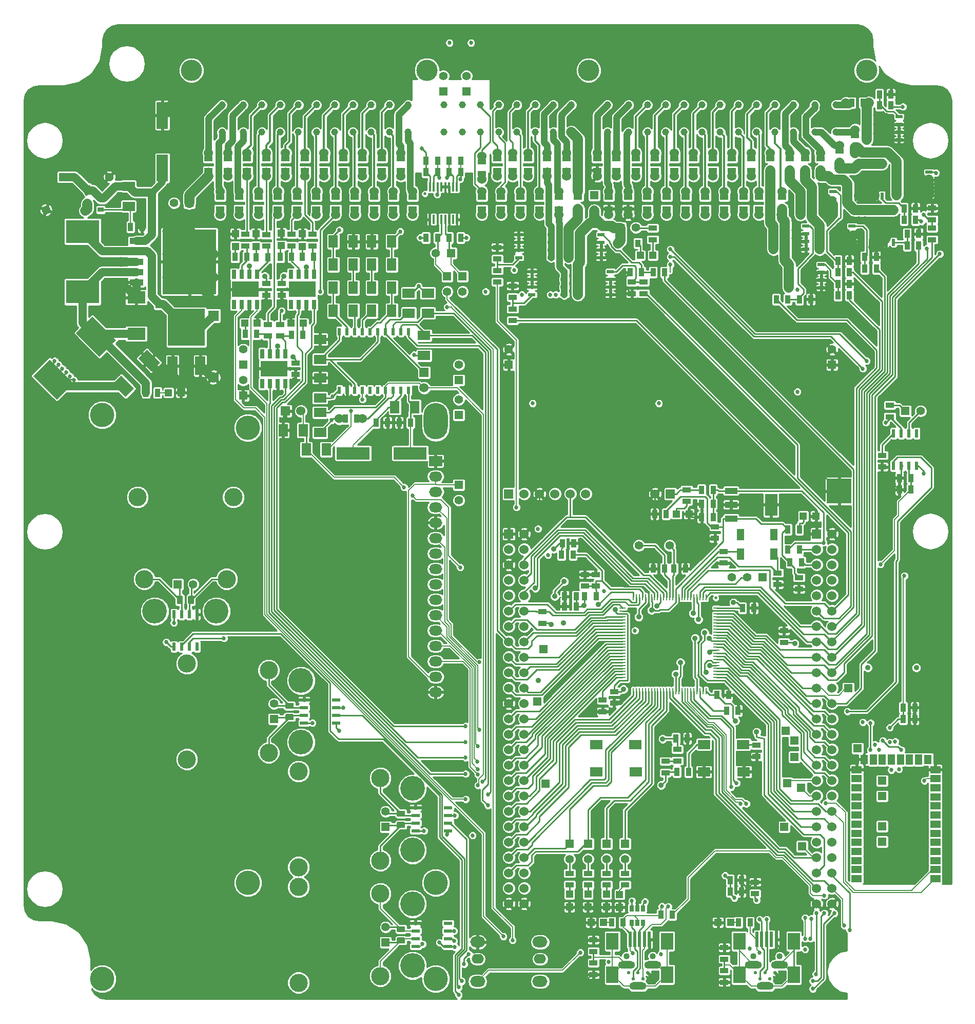
<source format=gtl>
G04 (created by PCBNEW (2013-07-07 BZR 4022)-stable) date 7/10/2014 10:27:13 PM*
%MOIN*%
G04 Gerber Fmt 3.4, Leading zero omitted, Abs format*
%FSLAX34Y34*%
G01*
G70*
G90*
G04 APERTURE LIST*
%ADD10C,0.00393701*%
%ADD11C,0.1575*%
%ADD12O,0.085X0.065*%
%ADD13R,0.085X0.065*%
%ADD14O,0.15748X0.23622*%
%ADD15R,0.04X0.01*%
%ADD16R,0.01X0.04*%
%ADD17C,0.02*%
%ADD18R,0.0177X0.059*%
%ADD19R,0.055X0.035*%
%ADD20C,0.06*%
%ADD21R,0.008X0.06*%
%ADD22C,0.0453*%
%ADD23C,0.1378*%
%ADD24R,0.035X0.055*%
%ADD25R,0.055X0.055*%
%ADD26C,0.055*%
%ADD27R,0.0472X0.0472*%
%ADD28R,0.06X0.06*%
%ADD29R,0.08X0.144*%
%ADD30R,0.08X0.04*%
%ADD31C,0.056*%
%ADD32R,0.0275591X0.0393701*%
%ADD33R,0.0787402X0.0590551*%
%ADD34R,0.16X0.16*%
%ADD35R,0.1181X0.0787*%
%ADD36R,0.2165X0.1516*%
%ADD37R,0.09X0.042*%
%ADD38R,0.35X0.42*%
%ADD39R,0.065X0.12*%
%ADD40R,0.24X0.24*%
%ADD41R,0.0748X0.1732*%
%ADD42R,0.08X0.06*%
%ADD43R,0.0394X0.0315*%
%ADD44C,0.07*%
%ADD45R,0.07X0.07*%
%ADD46R,0.06X0.08*%
%ADD47R,0.2165X0.0787*%
%ADD48R,0.02X0.05*%
%ADD49C,0.035*%
%ADD50R,0.045X0.02*%
%ADD51R,0.02X0.045*%
%ADD52R,0.038X0.05*%
%ADD53R,0.0236X0.0551*%
%ADD54R,0.175X0.1*%
%ADD55R,0.03X0.06*%
%ADD56C,0.022*%
%ADD57O,0.11X0.05*%
%ADD58R,0.02X0.1*%
%ADD59R,0.0787402X0.11*%
%ADD60C,0.04*%
%ADD61O,0.0787X0.063*%
%ADD62O,0.0984X0.0709*%
%ADD63R,0.0669X0.0472*%
%ADD64R,0.0472X0.0629*%
%ADD65R,0.0472X0.0669*%
%ADD66R,0.06X0.008*%
%ADD67C,0.1181*%
%ADD68R,0.0551X0.0236*%
%ADD69R,0.045X0.025*%
%ADD70C,0.16*%
%ADD71R,0.025X0.045*%
%ADD72R,0.0511811X0.0748031*%
%ADD73C,0.027*%
%ADD74C,0.043*%
%ADD75C,0.065*%
%ADD76C,0.006*%
%ADD77C,0.0085*%
%ADD78C,0.01*%
%ADD79C,0.0544*%
%ADD80C,0.042*%
%ADD81C,0.065*%
%ADD82C,0.012*%
%ADD83C,0.008*%
G04 APERTURE END LIST*
G54D10*
G54D11*
X57295Y-42584D03*
X57295Y-72112D03*
X69500Y-72112D03*
G54D12*
X69500Y-58750D03*
X69500Y-59750D03*
G54D13*
X69500Y-44750D03*
G54D12*
X69500Y-45750D03*
X69500Y-46750D03*
X69500Y-47750D03*
X69500Y-48750D03*
X69500Y-49750D03*
X69500Y-50750D03*
X69500Y-51750D03*
X69500Y-52750D03*
X69500Y-53750D03*
X69500Y-54750D03*
X69500Y-55750D03*
X69500Y-56750D03*
X69500Y-57750D03*
G54D14*
X69500Y-42167D03*
G54D11*
X69500Y-78364D03*
X47845Y-41750D03*
X47846Y-78364D03*
G54D15*
X87750Y-54274D03*
X87750Y-58994D03*
X87750Y-58794D03*
X87750Y-58604D03*
X87750Y-58404D03*
X87750Y-58204D03*
X87750Y-58014D03*
X87750Y-57814D03*
X87750Y-57614D03*
X87750Y-57424D03*
X87750Y-57224D03*
X87750Y-57024D03*
X87750Y-56824D03*
X87750Y-56634D03*
X87750Y-56434D03*
X87750Y-56234D03*
X87750Y-56044D03*
X87750Y-55844D03*
X87750Y-55644D03*
X87750Y-55454D03*
X87750Y-55254D03*
X87750Y-55054D03*
X87750Y-54864D03*
X87750Y-54664D03*
X87750Y-54464D03*
G54D16*
X87060Y-59684D03*
X82340Y-59684D03*
X82540Y-59684D03*
X82730Y-59684D03*
X82930Y-59684D03*
X83130Y-59684D03*
X83320Y-59684D03*
X83520Y-59684D03*
X83720Y-59684D03*
X83910Y-59684D03*
X84110Y-59684D03*
X84310Y-59684D03*
X84510Y-59684D03*
X84700Y-59684D03*
X84900Y-59684D03*
X85100Y-59684D03*
X85290Y-59684D03*
X85490Y-59684D03*
X85690Y-59684D03*
X85880Y-59684D03*
X86080Y-59684D03*
X86280Y-59684D03*
X86470Y-59684D03*
X86670Y-59684D03*
X86870Y-59684D03*
X87060Y-53584D03*
X86860Y-53584D03*
X86670Y-53584D03*
X86470Y-53584D03*
X86270Y-53584D03*
X86080Y-53584D03*
X85880Y-53584D03*
X85680Y-53584D03*
X85490Y-53584D03*
X85290Y-53584D03*
X85090Y-53584D03*
X84890Y-53584D03*
X84700Y-53584D03*
X84500Y-53584D03*
X84300Y-53584D03*
X84110Y-53584D03*
X83910Y-53584D03*
X83710Y-53584D03*
X83520Y-53584D03*
X83320Y-53584D03*
X83120Y-53584D03*
X82930Y-53584D03*
X82730Y-53584D03*
X82530Y-53584D03*
X82340Y-53584D03*
G54D15*
X81650Y-54274D03*
X81650Y-54474D03*
X81650Y-54664D03*
X81650Y-54864D03*
X81650Y-55064D03*
X81650Y-55254D03*
X81650Y-55454D03*
X81650Y-55654D03*
X81650Y-55844D03*
X81650Y-56044D03*
X81650Y-56244D03*
X81650Y-56444D03*
X81650Y-56634D03*
X81650Y-56834D03*
X81650Y-57034D03*
X81650Y-57224D03*
X81650Y-57424D03*
X81650Y-57624D03*
X81650Y-57814D03*
X81650Y-58014D03*
X81650Y-58214D03*
X81650Y-58404D03*
X81650Y-58604D03*
X81650Y-58804D03*
X81650Y-58994D03*
G54D17*
X87700Y-53634D03*
G54D18*
X69125Y-29059D03*
X69375Y-29059D03*
X69625Y-29059D03*
X69875Y-29059D03*
X70125Y-29059D03*
X70375Y-29059D03*
X70625Y-29059D03*
X70875Y-29059D03*
X70875Y-26941D03*
X70625Y-26941D03*
X70375Y-26941D03*
X70125Y-26941D03*
X69875Y-26941D03*
X69625Y-26941D03*
X69375Y-26941D03*
X69125Y-26941D03*
G54D17*
X68800Y-27400D03*
G54D19*
X78000Y-25875D03*
X78000Y-25125D03*
G54D20*
X78000Y-24750D03*
X78000Y-26250D03*
G54D21*
X78000Y-25000D03*
X78000Y-26000D03*
G54D19*
X61000Y-25875D03*
X61000Y-25125D03*
G54D20*
X61000Y-24750D03*
X61000Y-26250D03*
G54D21*
X61000Y-25000D03*
X61000Y-26000D03*
G54D19*
X59750Y-25875D03*
X59750Y-25125D03*
G54D20*
X59750Y-24750D03*
X59750Y-26250D03*
G54D21*
X59750Y-25000D03*
X59750Y-26000D03*
G54D19*
X58500Y-25875D03*
X58500Y-25125D03*
G54D20*
X58500Y-24750D03*
X58500Y-26250D03*
G54D21*
X58500Y-25000D03*
X58500Y-26000D03*
G54D19*
X57250Y-25875D03*
X57250Y-25125D03*
G54D20*
X57250Y-24750D03*
X57250Y-26250D03*
G54D21*
X57250Y-25000D03*
X57250Y-26000D03*
G54D19*
X54750Y-25875D03*
X54750Y-25125D03*
G54D20*
X54750Y-24750D03*
X54750Y-26250D03*
G54D21*
X54750Y-26000D03*
X54750Y-25000D03*
G54D19*
X56000Y-25875D03*
X56000Y-25125D03*
G54D20*
X56000Y-24750D03*
X56000Y-26250D03*
G54D21*
X56000Y-26000D03*
X56000Y-25000D03*
G54D19*
X87000Y-28375D03*
X87000Y-27625D03*
G54D20*
X87000Y-27250D03*
X87000Y-28750D03*
G54D21*
X87000Y-28500D03*
X87000Y-27500D03*
G54D22*
X55621Y-21628D03*
X55621Y-23400D03*
X56998Y-23400D03*
X56998Y-21628D03*
X61762Y-21628D03*
X61762Y-23400D03*
X60581Y-23400D03*
X60581Y-21628D03*
X58219Y-21628D03*
X58219Y-23400D03*
X59400Y-23400D03*
X59400Y-21628D03*
X64124Y-21628D03*
X64124Y-23400D03*
X62943Y-23400D03*
X62943Y-21628D03*
X65305Y-21628D03*
X65305Y-23400D03*
X66486Y-23400D03*
X66486Y-21628D03*
X73592Y-21628D03*
X73592Y-23400D03*
X72411Y-23400D03*
X72411Y-21628D03*
X70049Y-21628D03*
X70049Y-23400D03*
X71230Y-23400D03*
X71230Y-21628D03*
X75955Y-21628D03*
X75955Y-23400D03*
X74774Y-23400D03*
X74774Y-21628D03*
X77136Y-21628D03*
X77136Y-23400D03*
X67707Y-21628D03*
X67707Y-23400D03*
X78317Y-23400D03*
X78317Y-21628D03*
X82036Y-23400D03*
X82036Y-21628D03*
X80658Y-23400D03*
X80658Y-21628D03*
X86801Y-23400D03*
X86801Y-21628D03*
X85620Y-23400D03*
X85620Y-21628D03*
X83258Y-23400D03*
X83258Y-21628D03*
X84439Y-23400D03*
X84439Y-21628D03*
X89163Y-23400D03*
X89163Y-21628D03*
X87982Y-23400D03*
X87982Y-21628D03*
X90344Y-23400D03*
X90344Y-21628D03*
X91525Y-23400D03*
X91525Y-21628D03*
X92746Y-23400D03*
X92746Y-21628D03*
X94124Y-23400D03*
X94124Y-21628D03*
G54D23*
X53632Y-19384D03*
X68927Y-19384D03*
X79439Y-19384D03*
G54D22*
X95502Y-23400D03*
X95502Y-21628D03*
G54D23*
X97490Y-19384D03*
G54D19*
X75500Y-25875D03*
X75500Y-25125D03*
G54D20*
X75500Y-24750D03*
X75500Y-26250D03*
G54D19*
X77500Y-28375D03*
X77500Y-27625D03*
G54D20*
X77500Y-27250D03*
X77500Y-28750D03*
G54D19*
X76750Y-25875D03*
X76750Y-25125D03*
G54D20*
X76750Y-24750D03*
X76750Y-26250D03*
G54D19*
X78750Y-28375D03*
X78750Y-27625D03*
G54D20*
X78750Y-27250D03*
X78750Y-28750D03*
G54D19*
X80750Y-28375D03*
X80750Y-27625D03*
G54D20*
X80750Y-27250D03*
X80750Y-28750D03*
G54D19*
X80000Y-25875D03*
X80000Y-25125D03*
G54D20*
X80000Y-24750D03*
X80000Y-26250D03*
G54D19*
X82000Y-28375D03*
X82000Y-27625D03*
G54D20*
X82000Y-27250D03*
X82000Y-28750D03*
G54D19*
X81250Y-25875D03*
X81250Y-25125D03*
G54D20*
X81250Y-24750D03*
X81250Y-26250D03*
G54D19*
X83250Y-28375D03*
X83250Y-27625D03*
G54D20*
X83250Y-27250D03*
X83250Y-28750D03*
G54D19*
X82500Y-25875D03*
X82500Y-25125D03*
G54D20*
X82500Y-24750D03*
X82500Y-26250D03*
G54D19*
X84500Y-28375D03*
X84500Y-27625D03*
G54D20*
X84500Y-27250D03*
X84500Y-28750D03*
G54D19*
X83750Y-25875D03*
X83750Y-25125D03*
G54D20*
X83750Y-24750D03*
X83750Y-26250D03*
G54D19*
X85750Y-28375D03*
X85750Y-27625D03*
G54D20*
X85750Y-27250D03*
X85750Y-28750D03*
G54D19*
X85000Y-25875D03*
X85000Y-25125D03*
G54D20*
X85000Y-24750D03*
X85000Y-26250D03*
G54D19*
X76250Y-28375D03*
X76250Y-27625D03*
G54D20*
X76250Y-27250D03*
X76250Y-28750D03*
G54D19*
X86250Y-25875D03*
X86250Y-25125D03*
G54D20*
X86250Y-24750D03*
X86250Y-26250D03*
G54D19*
X88250Y-28375D03*
X88250Y-27625D03*
G54D20*
X88250Y-27250D03*
X88250Y-28750D03*
G54D19*
X87500Y-25875D03*
X87500Y-25125D03*
G54D20*
X87500Y-24750D03*
X87500Y-26250D03*
G54D19*
X89500Y-28375D03*
X89500Y-27625D03*
G54D20*
X89500Y-27250D03*
X89500Y-28750D03*
G54D19*
X88750Y-25875D03*
X88750Y-25125D03*
G54D20*
X88750Y-24750D03*
X88750Y-26250D03*
G54D19*
X90500Y-28375D03*
X90500Y-27625D03*
G54D20*
X90500Y-27250D03*
X90500Y-28750D03*
G54D19*
X90000Y-25875D03*
X90000Y-25125D03*
G54D20*
X90000Y-24750D03*
X90000Y-26250D03*
G54D19*
X92000Y-28375D03*
X92000Y-27625D03*
G54D20*
X92000Y-27250D03*
X92000Y-28750D03*
G54D19*
X91250Y-25875D03*
X91250Y-25125D03*
G54D20*
X91250Y-24750D03*
X91250Y-26250D03*
G54D19*
X93500Y-25875D03*
X93500Y-25125D03*
G54D20*
X93500Y-24750D03*
X93500Y-26250D03*
G54D19*
X92500Y-25875D03*
X92500Y-25125D03*
G54D20*
X92500Y-24750D03*
X92500Y-26250D03*
G54D19*
X95750Y-25375D03*
X95750Y-24625D03*
G54D20*
X95750Y-24250D03*
X95750Y-25750D03*
G54D19*
X94500Y-25875D03*
X94500Y-25125D03*
G54D20*
X94500Y-24750D03*
X94500Y-26250D03*
G54D19*
X96750Y-24375D03*
X96750Y-23625D03*
G54D20*
X96750Y-23250D03*
X96750Y-24750D03*
G54D24*
X97275Y-21500D03*
X96525Y-21500D03*
G54D20*
X96150Y-21500D03*
X97650Y-21500D03*
G54D19*
X65500Y-28375D03*
X65500Y-27625D03*
G54D20*
X65500Y-27250D03*
X65500Y-28750D03*
G54D19*
X56750Y-28375D03*
X56750Y-27625D03*
G54D20*
X56750Y-27250D03*
X56750Y-28750D03*
G54D19*
X58000Y-28375D03*
X58000Y-27625D03*
G54D20*
X58000Y-27250D03*
X58000Y-28750D03*
G54D19*
X59250Y-28375D03*
X59250Y-27625D03*
G54D20*
X59250Y-27250D03*
X59250Y-28750D03*
G54D19*
X60500Y-28375D03*
X60500Y-27625D03*
G54D20*
X60500Y-27250D03*
X60500Y-28750D03*
G54D19*
X61750Y-28375D03*
X61750Y-27625D03*
G54D20*
X61750Y-27250D03*
X61750Y-28750D03*
G54D19*
X63000Y-28375D03*
X63000Y-27625D03*
G54D20*
X63000Y-27250D03*
X63000Y-28750D03*
G54D19*
X62250Y-25875D03*
X62250Y-25125D03*
G54D20*
X62250Y-24750D03*
X62250Y-26250D03*
G54D19*
X64250Y-28375D03*
X64250Y-27625D03*
G54D20*
X64250Y-27250D03*
X64250Y-28750D03*
G54D19*
X63500Y-25875D03*
X63500Y-25125D03*
G54D20*
X63500Y-24750D03*
X63500Y-26250D03*
G54D19*
X55500Y-28375D03*
X55500Y-27625D03*
G54D20*
X55500Y-27250D03*
X55500Y-28750D03*
G54D19*
X64750Y-25875D03*
X64750Y-25125D03*
G54D20*
X64750Y-24750D03*
X64750Y-26250D03*
G54D19*
X66750Y-28375D03*
X66750Y-27625D03*
G54D20*
X66750Y-27250D03*
X66750Y-28750D03*
G54D19*
X66000Y-25875D03*
X66000Y-25125D03*
G54D20*
X66000Y-24750D03*
X66000Y-26250D03*
G54D19*
X68000Y-28375D03*
X68000Y-27625D03*
G54D20*
X68000Y-27250D03*
X68000Y-28750D03*
G54D19*
X67250Y-25875D03*
X67250Y-25125D03*
G54D20*
X67250Y-24750D03*
X67250Y-26250D03*
G54D19*
X72500Y-28375D03*
X72500Y-27625D03*
G54D20*
X72500Y-27250D03*
X72500Y-28750D03*
G54D19*
X72500Y-26075D03*
X72500Y-25325D03*
G54D20*
X72500Y-24950D03*
X72500Y-26450D03*
G54D25*
X74250Y-38500D03*
G54D26*
X74250Y-37500D03*
G54D25*
X95250Y-38500D03*
G54D26*
X95250Y-37500D03*
G54D25*
X70500Y-31250D03*
G54D26*
X69500Y-31250D03*
G54D19*
X90350Y-63934D03*
X90350Y-63184D03*
G54D24*
X84975Y-51734D03*
X85725Y-51734D03*
X84375Y-51734D03*
X83625Y-51734D03*
G54D19*
X84425Y-64984D03*
X84425Y-64234D03*
G54D24*
X77875Y-53534D03*
X78625Y-53534D03*
X77875Y-54184D03*
X78625Y-54184D03*
G54D19*
X79200Y-52109D03*
X79200Y-52859D03*
X79900Y-52109D03*
X79900Y-52859D03*
X87650Y-49759D03*
X87650Y-49009D03*
G54D24*
X78475Y-50084D03*
X77725Y-50084D03*
X83725Y-48184D03*
X84475Y-48184D03*
G54D19*
X81100Y-60459D03*
X81100Y-59709D03*
G54D24*
X88525Y-59934D03*
X87775Y-59934D03*
X90175Y-54284D03*
X89425Y-54284D03*
G54D19*
X80350Y-60259D03*
X80350Y-61009D03*
X93100Y-53059D03*
X93100Y-52309D03*
G54D24*
X88400Y-60959D03*
X89150Y-60959D03*
X86775Y-48384D03*
X87525Y-48384D03*
X87525Y-47534D03*
X86775Y-47534D03*
G54D27*
X85137Y-48184D03*
X85963Y-48184D03*
G54D24*
X78425Y-50834D03*
X77675Y-50834D03*
G54D25*
X78200Y-69584D03*
G54D26*
X78200Y-70584D03*
G54D25*
X79400Y-69584D03*
G54D26*
X79400Y-70584D03*
G54D25*
X80600Y-69584D03*
G54D26*
X80600Y-70584D03*
G54D25*
X81800Y-69584D03*
G54D26*
X81800Y-70584D03*
G54D25*
X90750Y-52284D03*
G54D26*
X89750Y-52284D03*
X88750Y-52284D03*
G54D28*
X74250Y-49484D03*
G54D20*
X75250Y-49484D03*
X74250Y-50484D03*
X75250Y-50484D03*
X74250Y-51484D03*
X75250Y-51484D03*
X74250Y-52484D03*
X75250Y-52484D03*
X74250Y-53484D03*
X75250Y-53484D03*
X74250Y-54484D03*
X75250Y-54484D03*
X74250Y-55484D03*
X75250Y-55484D03*
X74250Y-56484D03*
X75250Y-56484D03*
X74250Y-57484D03*
X75250Y-57484D03*
X74250Y-58484D03*
X75250Y-58484D03*
X74250Y-59484D03*
X75250Y-59484D03*
X74250Y-60484D03*
X75250Y-60484D03*
X74250Y-61484D03*
X75250Y-61484D03*
X74250Y-62484D03*
X75250Y-62484D03*
X74250Y-63484D03*
X75250Y-63484D03*
X74250Y-64484D03*
X75250Y-64484D03*
X74250Y-65484D03*
X75250Y-65484D03*
X74250Y-66484D03*
X75250Y-66484D03*
X74250Y-67484D03*
X75250Y-67484D03*
X74250Y-68484D03*
X75250Y-68484D03*
X74250Y-69484D03*
X75250Y-69484D03*
X74250Y-70484D03*
X75250Y-70484D03*
X74250Y-71484D03*
X75250Y-71484D03*
X74250Y-72484D03*
X75250Y-72484D03*
X74250Y-73484D03*
X75250Y-73484D03*
G54D28*
X94250Y-49484D03*
G54D20*
X95250Y-49484D03*
X94250Y-50484D03*
X95250Y-50484D03*
X94250Y-51484D03*
X95250Y-51484D03*
X94250Y-52484D03*
X95250Y-52484D03*
X94250Y-53484D03*
X95250Y-53484D03*
X94250Y-54484D03*
X95250Y-54484D03*
X94250Y-55484D03*
X95250Y-55484D03*
X94250Y-56484D03*
X95250Y-56484D03*
X94250Y-57484D03*
X95250Y-57484D03*
X94250Y-58484D03*
X95250Y-58484D03*
X94250Y-59484D03*
X95250Y-59484D03*
X94250Y-60484D03*
X95250Y-60484D03*
X94250Y-61484D03*
X95250Y-61484D03*
X94250Y-62484D03*
X95250Y-62484D03*
X94250Y-63484D03*
X95250Y-63484D03*
X94250Y-64484D03*
X95250Y-64484D03*
X94250Y-65484D03*
X95250Y-65484D03*
X94250Y-66484D03*
X95250Y-66484D03*
X94250Y-67484D03*
X95250Y-67484D03*
X94250Y-68484D03*
X95250Y-68484D03*
X94250Y-69484D03*
X95250Y-69484D03*
X94250Y-70484D03*
X95250Y-70484D03*
X94250Y-71484D03*
X95250Y-71484D03*
X94250Y-72484D03*
X95250Y-72484D03*
X94250Y-73484D03*
X95250Y-73484D03*
G54D28*
X84750Y-46884D03*
G54D20*
X83750Y-46884D03*
G54D28*
X74250Y-46884D03*
G54D20*
X75250Y-46884D03*
X76250Y-46884D03*
X77250Y-46884D03*
X78250Y-46884D03*
X79250Y-46884D03*
G54D24*
X85100Y-62759D03*
X85850Y-62759D03*
G54D19*
X85200Y-64209D03*
X85200Y-63459D03*
G54D24*
X85175Y-64934D03*
X85925Y-64934D03*
G54D19*
X92125Y-55759D03*
X92125Y-56509D03*
X76450Y-54525D03*
X76450Y-55275D03*
X78200Y-72259D03*
X78200Y-71509D03*
X79400Y-72259D03*
X79400Y-71509D03*
X80600Y-72259D03*
X80600Y-71509D03*
X81800Y-72259D03*
X81800Y-71509D03*
G54D24*
X79925Y-53534D03*
X79175Y-53534D03*
G54D19*
X85800Y-47359D03*
X85800Y-46609D03*
G54D24*
X80925Y-74700D03*
X81675Y-74700D03*
X93125Y-49184D03*
X92375Y-49184D03*
G54D29*
X91300Y-47584D03*
G54D30*
X88700Y-47584D03*
X88700Y-48484D03*
X88700Y-46684D03*
G54D31*
X82700Y-50234D03*
X84700Y-50234D03*
G54D19*
X79750Y-76575D03*
X79750Y-75825D03*
X79750Y-77325D03*
X79750Y-78075D03*
X91700Y-52759D03*
X91700Y-52009D03*
X88200Y-51359D03*
X88200Y-50609D03*
G54D32*
X82974Y-73777D03*
X82600Y-73777D03*
X82225Y-73777D03*
X82225Y-74722D03*
X82600Y-74722D03*
X82974Y-74722D03*
G54D33*
X86920Y-63148D03*
X89479Y-63148D03*
X89518Y-64919D03*
X86920Y-64919D03*
X79920Y-63148D03*
X82479Y-63148D03*
X82518Y-64919D03*
X79920Y-64919D03*
G54D34*
X95710Y-46704D03*
G54D27*
X80590Y-72871D03*
X80590Y-73697D03*
X78190Y-72871D03*
X78190Y-73697D03*
X79390Y-72871D03*
X79390Y-73697D03*
X81450Y-72887D03*
X81450Y-73713D03*
X80413Y-74700D03*
X79587Y-74700D03*
X93377Y-48324D03*
X94203Y-48324D03*
G54D24*
X84125Y-74200D03*
X84875Y-74200D03*
X86775Y-46624D03*
X87525Y-46624D03*
X92515Y-51324D03*
X93265Y-51324D03*
X92375Y-50504D03*
X93125Y-50504D03*
X69625Y-26000D03*
X68875Y-26000D03*
X71125Y-26000D03*
X70375Y-26000D03*
X69625Y-25250D03*
X68875Y-25250D03*
X71125Y-25250D03*
X70375Y-25250D03*
X68875Y-30250D03*
X69625Y-30250D03*
X70375Y-30250D03*
X71125Y-30250D03*
G54D35*
X50056Y-36491D03*
X50056Y-34129D03*
G54D10*
G36*
X49360Y-40590D02*
X48525Y-39755D01*
X49081Y-39199D01*
X49916Y-40034D01*
X49360Y-40590D01*
X49360Y-40590D01*
G37*
G36*
X51030Y-38920D02*
X50195Y-38085D01*
X50751Y-37529D01*
X51586Y-38364D01*
X51030Y-38920D01*
X51030Y-38920D01*
G37*
G54D36*
X46556Y-29851D03*
X46556Y-33769D03*
G54D10*
G36*
X47211Y-35373D02*
X48742Y-36904D01*
X47670Y-37976D01*
X46139Y-36445D01*
X47211Y-35373D01*
X47211Y-35373D01*
G37*
G36*
X44441Y-38143D02*
X45972Y-39674D01*
X44900Y-40746D01*
X43369Y-39215D01*
X44441Y-38143D01*
X44441Y-38143D01*
G37*
G54D24*
X50681Y-40310D03*
X51431Y-40310D03*
G54D27*
X52143Y-40310D03*
X52969Y-40310D03*
G54D37*
X50056Y-30470D03*
G54D38*
X53506Y-31810D03*
G54D37*
X50056Y-31810D03*
X50056Y-31140D03*
X50056Y-32480D03*
X50056Y-33150D03*
G54D39*
X52406Y-38560D03*
G54D40*
X53306Y-36060D03*
G54D39*
X54206Y-38560D03*
G54D41*
X51750Y-25732D03*
X51750Y-22307D03*
G54D24*
X49681Y-29560D03*
X50431Y-29560D03*
G54D25*
X51556Y-34560D03*
G54D42*
X49556Y-28210D03*
X49556Y-26910D03*
G54D43*
X46873Y-28060D03*
X47739Y-27685D03*
X47739Y-28435D03*
G54D44*
X55056Y-39310D03*
G54D45*
X55056Y-35310D03*
G54D10*
G36*
X46782Y-27541D02*
X46550Y-27043D01*
X47048Y-26810D01*
X47281Y-27309D01*
X46782Y-27541D01*
X46782Y-27541D01*
G37*
G54D26*
X44196Y-28443D03*
G54D25*
X45306Y-26310D03*
G54D26*
X48306Y-26310D03*
G54D25*
X53500Y-28000D03*
G54D26*
X52500Y-28000D03*
G54D42*
X68750Y-37900D03*
X68750Y-36600D03*
X67750Y-33850D03*
X67750Y-35150D03*
X62000Y-42900D03*
X62000Y-41600D03*
X69000Y-33850D03*
X69000Y-35150D03*
X62000Y-38150D03*
X62000Y-36850D03*
G54D46*
X68150Y-41250D03*
X66850Y-41250D03*
G54D42*
X62000Y-40650D03*
X62000Y-39350D03*
G54D46*
X65350Y-35000D03*
X66650Y-35000D03*
X64150Y-35000D03*
X62850Y-35000D03*
X65350Y-33500D03*
X66650Y-33500D03*
X62850Y-32000D03*
X64150Y-32000D03*
X62850Y-30500D03*
X64150Y-30500D03*
X66650Y-30500D03*
X65350Y-30500D03*
X66650Y-32000D03*
X65350Y-32000D03*
G54D24*
X67875Y-42250D03*
X67125Y-42250D03*
X65625Y-42250D03*
X66375Y-42250D03*
G54D47*
X64150Y-44250D03*
X67850Y-44250D03*
G54D46*
X62400Y-44000D03*
X61100Y-44000D03*
X60900Y-42750D03*
X59600Y-42750D03*
G54D48*
X67750Y-36350D03*
X67250Y-36350D03*
X66750Y-36350D03*
X66250Y-36350D03*
X65750Y-36350D03*
X65250Y-36350D03*
X64750Y-36350D03*
X64250Y-36350D03*
X63750Y-36350D03*
X63250Y-36350D03*
X63250Y-40150D03*
X63750Y-40150D03*
X64250Y-40150D03*
X64750Y-40150D03*
X65250Y-40150D03*
X65750Y-40150D03*
X66250Y-40150D03*
X66750Y-40150D03*
X67250Y-40150D03*
X67750Y-40150D03*
G54D28*
X59750Y-41500D03*
G54D20*
X60750Y-41500D03*
G54D25*
X71000Y-41750D03*
G54D26*
X71000Y-40750D03*
G54D25*
X71000Y-39500D03*
G54D26*
X71000Y-38500D03*
G54D19*
X88250Y-76325D03*
X88250Y-77075D03*
G54D24*
X88625Y-71950D03*
X89375Y-71950D03*
X89375Y-72700D03*
X88625Y-72700D03*
G54D19*
X90250Y-72075D03*
X90250Y-72825D03*
X88250Y-77825D03*
X88250Y-78575D03*
G54D24*
X89925Y-74700D03*
X89175Y-74700D03*
X100625Y-60750D03*
X99875Y-60750D03*
X99875Y-61500D03*
X100625Y-61500D03*
G54D27*
X88663Y-74700D03*
X87837Y-74700D03*
G54D49*
X97576Y-58158D03*
X100725Y-58158D03*
G54D19*
X83000Y-33125D03*
X83000Y-33875D03*
G54D24*
X83625Y-32500D03*
X84375Y-32500D03*
G54D19*
X73500Y-32375D03*
X73500Y-33125D03*
X74500Y-34875D03*
X74500Y-35625D03*
G54D24*
X95625Y-34000D03*
X96375Y-34000D03*
X92375Y-34250D03*
X91625Y-34250D03*
X96375Y-33250D03*
X95625Y-33250D03*
X93875Y-34250D03*
X93125Y-34250D03*
G54D19*
X73500Y-30875D03*
X73500Y-31625D03*
X74500Y-33375D03*
X74500Y-34125D03*
G54D24*
X82125Y-32500D03*
X82875Y-32500D03*
G54D19*
X82250Y-33875D03*
X82250Y-33125D03*
G54D50*
X92450Y-33500D03*
X94550Y-33500D03*
X92450Y-33000D03*
X92450Y-32500D03*
X92450Y-32000D03*
X94550Y-33000D03*
X94550Y-32500D03*
X94550Y-32000D03*
X91450Y-31000D03*
X93550Y-31000D03*
X91450Y-30500D03*
X91450Y-30000D03*
X91450Y-29500D03*
X93550Y-30500D03*
X93550Y-30000D03*
X93550Y-29500D03*
X77000Y-30050D03*
X74900Y-30050D03*
X77000Y-30550D03*
X77000Y-31050D03*
X77000Y-31550D03*
X74900Y-30550D03*
X74900Y-31050D03*
X74900Y-31550D03*
X78150Y-31550D03*
X80250Y-31550D03*
X78150Y-31050D03*
X78150Y-30550D03*
X78150Y-30050D03*
X80250Y-31050D03*
X80250Y-30550D03*
X80250Y-30050D03*
X78750Y-33950D03*
X80850Y-33950D03*
X78750Y-33450D03*
X78750Y-32950D03*
X78750Y-32450D03*
X80850Y-33450D03*
X80850Y-32950D03*
X80850Y-32450D03*
X77850Y-32450D03*
X75750Y-32450D03*
X77850Y-32950D03*
X77850Y-33450D03*
X77850Y-33950D03*
X75750Y-32950D03*
X75750Y-33450D03*
X75750Y-33950D03*
G54D51*
X97000Y-25450D03*
X97000Y-27550D03*
X97500Y-25450D03*
X98000Y-25450D03*
X98500Y-25450D03*
X97500Y-27550D03*
X98000Y-27550D03*
X98500Y-27550D03*
G54D50*
X97500Y-23900D03*
X99600Y-23900D03*
X97500Y-23400D03*
X97500Y-22900D03*
X97500Y-22400D03*
X99600Y-23400D03*
X99600Y-22900D03*
X99600Y-22400D03*
X99450Y-27500D03*
X101550Y-27500D03*
X99450Y-27000D03*
X99450Y-26500D03*
X99450Y-26000D03*
X101550Y-27000D03*
X101550Y-26500D03*
X101550Y-26000D03*
G54D51*
X97750Y-28450D03*
X97750Y-30550D03*
X98250Y-28450D03*
X98750Y-28450D03*
X99250Y-28450D03*
X98250Y-30550D03*
X98750Y-30550D03*
X99250Y-30550D03*
G54D50*
X94450Y-31000D03*
X96550Y-31000D03*
X94450Y-30500D03*
X94450Y-30000D03*
X94450Y-29500D03*
X96550Y-30500D03*
X96550Y-30000D03*
X96550Y-29500D03*
X93200Y-28750D03*
X95300Y-28750D03*
X93200Y-28250D03*
X93200Y-27750D03*
X93200Y-27250D03*
X95300Y-28250D03*
X95300Y-27750D03*
X95300Y-27250D03*
G54D24*
X99075Y-20950D03*
X98325Y-20950D03*
G54D19*
X101750Y-28325D03*
X101750Y-29075D03*
G54D24*
X100675Y-28350D03*
X99925Y-28350D03*
X100875Y-30000D03*
X100125Y-30000D03*
X98125Y-31500D03*
X97375Y-31500D03*
X96375Y-31750D03*
X95625Y-31750D03*
G54D52*
X82640Y-30610D03*
X81350Y-30610D03*
G54D19*
X83600Y-29625D03*
X83600Y-30375D03*
G54D25*
X81500Y-29625D03*
G54D26*
X82500Y-29600D03*
G54D25*
X79800Y-27500D03*
G54D26*
X79800Y-28500D03*
G54D24*
X97375Y-32250D03*
X98125Y-32250D03*
X95625Y-32500D03*
X96375Y-32500D03*
X99925Y-29100D03*
X100675Y-29100D03*
X100125Y-30750D03*
X100875Y-30750D03*
G54D19*
X101750Y-29625D03*
X101750Y-30375D03*
G54D24*
X98325Y-21650D03*
X99075Y-21650D03*
G54D27*
X83613Y-31400D03*
X82787Y-31400D03*
G54D24*
X99625Y-46600D03*
X100375Y-46600D03*
X100375Y-45850D03*
X99625Y-45850D03*
G54D19*
X98500Y-44375D03*
X98500Y-45125D03*
G54D53*
X99250Y-42950D03*
X99250Y-45050D03*
X99750Y-42950D03*
X100250Y-42950D03*
X100750Y-42950D03*
X99750Y-45050D03*
X100250Y-45050D03*
X100750Y-45050D03*
G54D19*
X99000Y-41125D03*
X99000Y-41875D03*
G54D25*
X100000Y-41500D03*
G54D26*
X101000Y-41500D03*
G54D54*
X59000Y-38755D03*
G54D55*
X59750Y-37780D03*
X59250Y-37780D03*
X58750Y-37780D03*
X58250Y-37780D03*
X59750Y-39730D03*
X59250Y-39730D03*
X58750Y-39730D03*
X58250Y-39730D03*
G54D54*
X60850Y-33605D03*
G54D55*
X61600Y-32630D03*
X61100Y-32630D03*
X60600Y-32630D03*
X60100Y-32630D03*
X61600Y-34580D03*
X61100Y-34580D03*
X60600Y-34580D03*
X60100Y-34580D03*
G54D54*
X57150Y-33605D03*
G54D55*
X57900Y-32630D03*
X57400Y-32630D03*
X56900Y-32630D03*
X56400Y-32630D03*
X57900Y-34580D03*
X57400Y-34580D03*
X56900Y-34580D03*
X56400Y-34580D03*
G54D24*
X60875Y-36555D03*
X60125Y-36555D03*
G54D19*
X59400Y-35880D03*
X59400Y-36630D03*
G54D24*
X59400Y-31505D03*
X60150Y-31505D03*
X57850Y-31530D03*
X58600Y-31530D03*
G54D19*
X58500Y-30055D03*
X58500Y-30805D03*
X59500Y-33980D03*
X59500Y-33230D03*
X57150Y-30030D03*
X57150Y-30780D03*
G54D24*
X56475Y-31505D03*
X57225Y-31505D03*
G54D19*
X58600Y-35880D03*
X58600Y-36630D03*
G54D24*
X57125Y-36505D03*
X57875Y-36505D03*
G54D19*
X58500Y-33980D03*
X58500Y-33230D03*
X60150Y-30030D03*
X60150Y-30780D03*
X60400Y-39130D03*
X60400Y-38380D03*
X61500Y-30030D03*
X61500Y-30780D03*
G54D24*
X60825Y-31505D03*
X61575Y-31505D03*
G54D27*
X60913Y-35805D03*
X60087Y-35805D03*
X59475Y-30768D03*
X59475Y-29942D03*
X57825Y-30818D03*
X57825Y-29992D03*
X56500Y-30818D03*
X56500Y-29992D03*
X60850Y-30818D03*
X60850Y-29992D03*
X57087Y-35805D03*
X57913Y-35805D03*
G54D25*
X57000Y-38500D03*
G54D26*
X57000Y-37500D03*
G54D46*
X64150Y-33500D03*
X62850Y-33500D03*
G54D25*
X57000Y-40500D03*
G54D26*
X57000Y-39500D03*
G54D28*
X68750Y-39000D03*
G54D20*
X68750Y-40000D03*
G54D19*
X74500Y-25875D03*
X74500Y-25125D03*
G54D20*
X74500Y-24750D03*
X74500Y-26250D03*
G54D19*
X75000Y-28375D03*
X75000Y-27625D03*
G54D20*
X75000Y-27250D03*
X75000Y-28750D03*
G54D19*
X73500Y-25875D03*
X73500Y-25125D03*
G54D20*
X73500Y-24750D03*
X73500Y-26250D03*
G54D19*
X73750Y-28375D03*
X73750Y-27625D03*
G54D20*
X73750Y-27250D03*
X73750Y-28750D03*
G54D56*
X82020Y-77953D03*
X82335Y-78346D03*
X82650Y-77953D03*
X82964Y-78346D03*
X83279Y-77953D03*
G54D57*
X82650Y-78838D03*
X81901Y-77461D03*
X83594Y-77461D03*
G54D58*
X82120Y-75800D03*
X82435Y-75800D03*
X82750Y-75800D03*
X83064Y-75800D03*
X83379Y-75800D03*
G54D59*
X80978Y-78081D03*
X84521Y-78081D03*
X80978Y-75915D03*
X84521Y-75915D03*
G54D60*
X81900Y-76900D03*
X83600Y-76900D03*
G54D58*
X90370Y-75800D03*
X90685Y-75800D03*
X91000Y-75800D03*
X91314Y-75800D03*
X91629Y-75800D03*
G54D59*
X89228Y-78081D03*
X92771Y-78081D03*
X89228Y-75915D03*
X92771Y-75915D03*
G54D60*
X90150Y-76900D03*
X91850Y-76900D03*
G54D56*
X90270Y-77953D03*
X90585Y-78346D03*
X90900Y-77953D03*
X91214Y-78346D03*
X91529Y-77953D03*
G54D57*
X90900Y-78838D03*
X90151Y-77461D03*
X91844Y-77461D03*
G54D25*
X71500Y-20750D03*
G54D26*
X71500Y-19750D03*
G54D25*
X70000Y-20750D03*
G54D26*
X70000Y-19750D03*
G54D61*
X72222Y-77072D03*
X76278Y-77072D03*
G54D62*
X76278Y-75970D03*
X72222Y-75970D03*
X76278Y-78530D03*
X72222Y-78530D03*
G54D63*
X101959Y-65957D03*
X101959Y-65366D03*
X101959Y-64776D03*
X101959Y-66547D03*
X101959Y-67138D03*
X101959Y-67728D03*
X101959Y-68319D03*
X101959Y-68909D03*
X101959Y-69500D03*
X101959Y-70091D03*
X101959Y-70681D03*
X101959Y-71272D03*
X101959Y-71862D03*
G54D64*
X101467Y-64108D03*
G54D65*
X100875Y-64126D03*
X100285Y-64126D03*
X99695Y-64126D03*
X99105Y-64126D03*
X98515Y-64126D03*
X97925Y-64126D03*
G54D64*
X97335Y-64107D03*
G54D63*
X96841Y-64776D03*
X96841Y-65366D03*
X96841Y-65958D03*
X96841Y-66547D03*
X96841Y-67138D03*
X96841Y-67728D03*
X96841Y-68319D03*
X96841Y-68909D03*
X96841Y-69500D03*
X96841Y-70091D03*
X96841Y-70681D03*
X96841Y-71272D03*
X96841Y-71862D03*
G54D25*
X70250Y-32750D03*
G54D26*
X70250Y-33750D03*
G54D25*
X71250Y-32750D03*
G54D26*
X71250Y-33750D03*
G54D66*
X64500Y-42000D03*
G54D24*
X63625Y-42000D03*
X64375Y-42000D03*
G54D20*
X64750Y-42000D03*
X63250Y-42000D03*
G54D66*
X63500Y-42000D03*
G54D25*
X71000Y-46300D03*
G54D26*
X71000Y-47300D03*
G54D25*
X92800Y-62900D03*
X93300Y-69750D03*
X96300Y-59500D03*
X92250Y-62250D03*
X96900Y-63400D03*
X92800Y-63950D03*
X98500Y-65500D03*
X92350Y-65650D03*
X98500Y-66500D03*
X93250Y-65950D03*
X76650Y-65700D03*
X76100Y-60350D03*
X76500Y-56950D03*
X98500Y-68450D03*
X92150Y-68500D03*
X98500Y-69450D03*
G54D67*
X60593Y-78610D03*
X60593Y-72390D03*
X65907Y-78177D03*
X65907Y-72823D03*
G54D68*
X70300Y-74750D03*
X68200Y-74750D03*
X70300Y-75250D03*
X70300Y-75750D03*
X70300Y-76250D03*
X68200Y-75250D03*
X68200Y-75750D03*
X68200Y-76250D03*
G54D19*
X67250Y-75125D03*
X67250Y-75875D03*
G54D69*
X67250Y-75200D03*
X67250Y-75800D03*
G54D25*
X66250Y-76000D03*
G54D26*
X66250Y-75000D03*
G54D70*
X68000Y-77500D03*
X68000Y-73500D03*
G54D67*
X60593Y-71110D03*
X60593Y-64890D03*
X65907Y-70677D03*
X65907Y-65323D03*
G54D68*
X70300Y-67250D03*
X68200Y-67250D03*
X70300Y-67750D03*
X70300Y-68250D03*
X70300Y-68750D03*
X68200Y-67750D03*
X68200Y-68250D03*
X68200Y-68750D03*
G54D19*
X67250Y-67625D03*
X67250Y-68375D03*
G54D69*
X67250Y-67700D03*
X67250Y-68300D03*
G54D25*
X66250Y-68500D03*
G54D26*
X66250Y-67500D03*
G54D70*
X68000Y-70000D03*
X68000Y-66000D03*
G54D67*
X53343Y-64110D03*
X53343Y-57890D03*
X58657Y-63677D03*
X58657Y-58323D03*
G54D68*
X63050Y-60250D03*
X60950Y-60250D03*
X63050Y-60750D03*
X63050Y-61250D03*
X63050Y-61750D03*
X60950Y-60750D03*
X60950Y-61250D03*
X60950Y-61750D03*
G54D19*
X60000Y-60625D03*
X60000Y-61375D03*
G54D69*
X60000Y-60700D03*
X60000Y-61300D03*
G54D25*
X59000Y-61500D03*
G54D26*
X59000Y-60500D03*
G54D70*
X60750Y-59000D03*
X60750Y-63000D03*
G54D67*
X50140Y-47093D03*
X56360Y-47093D03*
X50573Y-52407D03*
X55927Y-52407D03*
G54D53*
X54000Y-56800D03*
X54000Y-54700D03*
X53500Y-56800D03*
X53000Y-56800D03*
X52500Y-56800D03*
X53500Y-54700D03*
X53000Y-54700D03*
X52500Y-54700D03*
G54D24*
X53625Y-53750D03*
X52875Y-53750D03*
G54D71*
X53550Y-53750D03*
X52950Y-53750D03*
G54D25*
X52750Y-52750D03*
G54D26*
X53750Y-52750D03*
G54D70*
X55250Y-54500D03*
X51250Y-54500D03*
G54D72*
X89317Y-50779D03*
X91482Y-50779D03*
X91482Y-49520D03*
X89317Y-49520D03*
G54D49*
X76170Y-59004D03*
X77800Y-55259D03*
G54D73*
X84750Y-32000D03*
X72750Y-33750D03*
X101250Y-65500D03*
X70400Y-17600D03*
X71800Y-17600D03*
X93000Y-40250D03*
X84000Y-41000D03*
X75800Y-41000D03*
X68400Y-33400D03*
X71500Y-30250D03*
X68500Y-30250D03*
X88900Y-73100D03*
X88300Y-71650D03*
X68100Y-37850D03*
X62800Y-40550D03*
X62750Y-42100D03*
X76950Y-33950D03*
X77300Y-33950D03*
X75100Y-33950D03*
X74600Y-32350D03*
X93000Y-33632D03*
X45250Y-38750D03*
X45500Y-39000D03*
X45750Y-39250D03*
X46000Y-39500D03*
X45000Y-38500D03*
X44750Y-38250D03*
X69600Y-27450D03*
G54D49*
X77175Y-50459D03*
X81700Y-59559D03*
X88975Y-61609D03*
X88850Y-53934D03*
X84150Y-65784D03*
X81185Y-54384D03*
X83522Y-54423D03*
G54D73*
X72250Y-65800D03*
X64750Y-40750D03*
X64000Y-41500D03*
X67200Y-29850D03*
X63250Y-29750D03*
X67450Y-46450D03*
X68000Y-47000D03*
X71100Y-51650D03*
G54D74*
X46750Y-28500D03*
G54D49*
X83866Y-54158D03*
X75975Y-52984D03*
X80073Y-54068D03*
X77850Y-52564D03*
X77235Y-53529D03*
G54D73*
X52500Y-55250D03*
X68750Y-68750D03*
X61500Y-61750D03*
X99600Y-64750D03*
X99000Y-63000D03*
X68650Y-76100D03*
X99950Y-52200D03*
X99000Y-62050D03*
X98400Y-51450D03*
X97250Y-38750D03*
X84750Y-31500D03*
X98750Y-42250D03*
X97500Y-38250D03*
X84750Y-31000D03*
X97750Y-61750D03*
X97750Y-63500D03*
X101200Y-45550D03*
X96250Y-61000D03*
X62000Y-33750D03*
X59500Y-35000D03*
X96050Y-74900D03*
X71450Y-66700D03*
X71450Y-65050D03*
X73900Y-75600D03*
X96400Y-75200D03*
G54D49*
X85400Y-57821D03*
G54D73*
X71450Y-64000D03*
X71450Y-61950D03*
X71450Y-63000D03*
G54D49*
X58400Y-32755D03*
X57400Y-32105D03*
X61100Y-32155D03*
X59650Y-32755D03*
X60250Y-38005D03*
X59250Y-37305D03*
X86225Y-54634D03*
X86576Y-55038D03*
G54D73*
X80450Y-53200D03*
X76800Y-50850D03*
X82450Y-55750D03*
X74750Y-47750D03*
X76150Y-49150D03*
X101400Y-30950D03*
X101050Y-29200D03*
X99850Y-21750D03*
X102250Y-31300D03*
X98300Y-63500D03*
X91000Y-74500D03*
X90550Y-74500D03*
X94700Y-50050D03*
X94750Y-72950D03*
G54D49*
X92825Y-56584D03*
G54D73*
X84610Y-73660D03*
X89680Y-66990D03*
X88700Y-65900D03*
X82250Y-73300D03*
X89050Y-65650D03*
X83100Y-73350D03*
X82300Y-76700D03*
X89300Y-67000D03*
X84200Y-73650D03*
X72250Y-65100D03*
X72900Y-66400D03*
X72550Y-65550D03*
X72900Y-67100D03*
X52000Y-56500D03*
X63250Y-62250D03*
X70250Y-69000D03*
X69750Y-76000D03*
X99750Y-63500D03*
X70750Y-76300D03*
X98550Y-62900D03*
G54D49*
X87284Y-56253D03*
G54D73*
X99350Y-62950D03*
X94850Y-66950D03*
X93850Y-75750D03*
X93900Y-74450D03*
X74500Y-75850D03*
X70250Y-34750D03*
X78900Y-76650D03*
X93500Y-74400D03*
X93500Y-75750D03*
G54D49*
X90350Y-62334D03*
X85095Y-58580D03*
X87289Y-58019D03*
X87058Y-58451D03*
X87289Y-57143D03*
G54D73*
X72250Y-63250D03*
X72200Y-64250D03*
X72250Y-64750D03*
X72350Y-57800D03*
X72350Y-62200D03*
X70700Y-75900D03*
X71900Y-69050D03*
X71650Y-76750D03*
X70700Y-75250D03*
X55750Y-56250D03*
X63500Y-60750D03*
X70750Y-67750D03*
X80750Y-77250D03*
X84150Y-76750D03*
X89900Y-76400D03*
X93500Y-76450D03*
X99100Y-64800D03*
X98050Y-63150D03*
X71350Y-77400D03*
X97250Y-61700D03*
X94200Y-78050D03*
X94250Y-74100D03*
X71200Y-78500D03*
G54D49*
X86969Y-55895D03*
G54D73*
X94750Y-74100D03*
X94000Y-78500D03*
X71000Y-78900D03*
X95400Y-74100D03*
X94000Y-79000D03*
X71000Y-79400D03*
G54D49*
X86351Y-56242D03*
G54D73*
X87750Y-51550D03*
X54000Y-55250D03*
X68750Y-67250D03*
X61500Y-60250D03*
X99400Y-24350D03*
X100150Y-25050D03*
X100300Y-24700D03*
X99950Y-24700D03*
X100100Y-24350D03*
X99750Y-24350D03*
X100500Y-25050D03*
X98750Y-23500D03*
X98400Y-23500D03*
X98800Y-22300D03*
X98950Y-22600D03*
X98600Y-22600D03*
X98250Y-22600D03*
X98050Y-22900D03*
X98400Y-22900D03*
X98750Y-22900D03*
X99100Y-22900D03*
X98950Y-23200D03*
X98600Y-23200D03*
X98250Y-23200D03*
X98050Y-23500D03*
X100050Y-23200D03*
X100050Y-22850D03*
X100050Y-22500D03*
X100050Y-22150D03*
X102300Y-22350D03*
X102000Y-22200D03*
X100700Y-22450D03*
X100700Y-22800D03*
X100350Y-22700D03*
X100350Y-23000D03*
X100350Y-22350D03*
X100350Y-22000D03*
X100700Y-22100D03*
X101050Y-22000D03*
X101050Y-22350D03*
X101050Y-22700D03*
X101350Y-22150D03*
X101700Y-22150D03*
X102650Y-22500D03*
X102750Y-22750D03*
X100050Y-23550D03*
X100050Y-23900D03*
X99100Y-23500D03*
X98950Y-23800D03*
X98600Y-23800D03*
X98250Y-23800D03*
X98050Y-24100D03*
X98400Y-24100D03*
X98750Y-24100D03*
X98400Y-22300D03*
X98050Y-22300D03*
X102300Y-21500D03*
X102650Y-21500D03*
X100550Y-21500D03*
X100200Y-21500D03*
X99900Y-21200D03*
X101950Y-21500D03*
X101600Y-21500D03*
X101250Y-21500D03*
X100900Y-21500D03*
X101450Y-21200D03*
X101800Y-21200D03*
X101100Y-21200D03*
X100750Y-21200D03*
X100400Y-21200D03*
X100200Y-20900D03*
X100550Y-20900D03*
X100900Y-20900D03*
X99950Y-20500D03*
X100350Y-20600D03*
X100700Y-20600D03*
X101100Y-20600D03*
X101400Y-20600D03*
X101750Y-20600D03*
X102100Y-20600D03*
X102700Y-20900D03*
X102300Y-20900D03*
X101950Y-20900D03*
X101600Y-20900D03*
X101250Y-20900D03*
X99500Y-20450D03*
X99150Y-20450D03*
X102900Y-21750D03*
X102900Y-21200D03*
X102500Y-21200D03*
X102150Y-21200D03*
X97800Y-20900D03*
X97400Y-20900D03*
X97050Y-20900D03*
X96650Y-20900D03*
X95650Y-20900D03*
X95650Y-20250D03*
X95850Y-20600D03*
X95950Y-20900D03*
X96300Y-20900D03*
X96150Y-20600D03*
X96500Y-20600D03*
X97600Y-20600D03*
X97250Y-20600D03*
X96850Y-20600D03*
X98800Y-20450D03*
X98450Y-20450D03*
X102250Y-26750D03*
X102250Y-27250D03*
X102000Y-27500D03*
X99200Y-29450D03*
X98900Y-29450D03*
X98600Y-29450D03*
X98300Y-29450D03*
X97950Y-29450D03*
X98150Y-29200D03*
X98450Y-29200D03*
X98750Y-29200D03*
X99050Y-29200D03*
X99350Y-29200D03*
X97800Y-30100D03*
X98150Y-30100D03*
X98450Y-30100D03*
X98750Y-30100D03*
X99000Y-30100D03*
X99250Y-29900D03*
X98900Y-29900D03*
X98600Y-29900D03*
X98300Y-29900D03*
X97950Y-29900D03*
X97750Y-29650D03*
X98100Y-29650D03*
X98450Y-29650D03*
X98750Y-29650D03*
X99050Y-29650D03*
X99400Y-29650D03*
X99650Y-29850D03*
X99500Y-30100D03*
X99650Y-30250D03*
X68650Y-74900D03*
X99100Y-24100D03*
X98100Y-62000D03*
X102150Y-58800D03*
X96850Y-58850D03*
X96600Y-61850D03*
X101850Y-61950D03*
X100600Y-61150D03*
X64150Y-38900D03*
X67450Y-37150D03*
X64100Y-37450D03*
X63225Y-39475D03*
X80000Y-74150D03*
X79150Y-74850D03*
X101250Y-64750D03*
X96750Y-64250D03*
X88250Y-78950D03*
X88250Y-75950D03*
X82600Y-73450D03*
X85500Y-41000D03*
X93750Y-41000D03*
X77250Y-41000D03*
X59550Y-32200D03*
G54D75*
X54306Y-32060D03*
X55056Y-32810D03*
G54D73*
X58650Y-32250D03*
X70500Y-36950D03*
X70400Y-36050D03*
X85450Y-61750D03*
X76500Y-31450D03*
X76300Y-31700D03*
X75950Y-31700D03*
X75500Y-31600D03*
X75800Y-31450D03*
X76150Y-31450D03*
X87300Y-75800D03*
X92250Y-72200D03*
X92250Y-74200D03*
X89900Y-73250D03*
X94750Y-45750D03*
X98750Y-45750D03*
X56600Y-33300D03*
X56950Y-33300D03*
X57350Y-33300D03*
X57800Y-33300D03*
X57550Y-33550D03*
X57200Y-33550D03*
X56800Y-33555D03*
X56600Y-33850D03*
X56950Y-33850D03*
X57350Y-33850D03*
X57800Y-33850D03*
X62000Y-36350D03*
X70500Y-28250D03*
X68750Y-29000D03*
X71250Y-29000D03*
X91900Y-76350D03*
X89100Y-70500D03*
X89350Y-73350D03*
X89750Y-72450D03*
X88100Y-73250D03*
X79250Y-78450D03*
X80250Y-75700D03*
X99250Y-46250D03*
X73350Y-30400D03*
X73600Y-30050D03*
X73700Y-29550D03*
X74150Y-29550D03*
X73950Y-29850D03*
X73950Y-30250D03*
X74350Y-30250D03*
X74350Y-29850D03*
X74600Y-29550D03*
X74950Y-29550D03*
X75300Y-29550D03*
X75650Y-29550D03*
X76050Y-29550D03*
X76350Y-29550D03*
X76550Y-29850D03*
X76200Y-29850D03*
X75850Y-29850D03*
X75450Y-30050D03*
X64750Y-30500D03*
X66750Y-42250D03*
X79750Y-29950D03*
X81600Y-33450D03*
X80700Y-34850D03*
X80350Y-34850D03*
X80200Y-34500D03*
X80550Y-34500D03*
X80400Y-34150D03*
X80400Y-33800D03*
X80200Y-33550D03*
X80400Y-33350D03*
X74100Y-31650D03*
X74450Y-31350D03*
X80650Y-30900D03*
X80650Y-31400D03*
X76500Y-35000D03*
X76400Y-34750D03*
X76750Y-34750D03*
X76200Y-34400D03*
X76600Y-34400D03*
X76400Y-34100D03*
X76300Y-33700D03*
X76600Y-33750D03*
X76600Y-33400D03*
X77250Y-33100D03*
X76900Y-33100D03*
X76550Y-33100D03*
X76250Y-33400D03*
X74550Y-33050D03*
X75000Y-33100D03*
X75350Y-33300D03*
X93100Y-30300D03*
X92750Y-30300D03*
X92900Y-30050D03*
X93150Y-29800D03*
X92750Y-29750D03*
X92950Y-29500D03*
X92650Y-28850D03*
X96800Y-33400D03*
G54D49*
X93600Y-34857D03*
X92800Y-31007D03*
G54D73*
X92950Y-31700D03*
X92950Y-31400D03*
X93150Y-31200D03*
X94000Y-32900D03*
X94100Y-31550D03*
X94450Y-31650D03*
X94750Y-31500D03*
X94950Y-31700D03*
X94000Y-33250D03*
X93350Y-33100D03*
X93650Y-33250D03*
X94050Y-33650D03*
X94750Y-34850D03*
X95050Y-34950D03*
X95200Y-34650D03*
X94750Y-34450D03*
X95100Y-34300D03*
X94850Y-34150D03*
X95150Y-33900D03*
X94850Y-33850D03*
X95000Y-33150D03*
X95000Y-33500D03*
X101300Y-30000D03*
X99850Y-32150D03*
X99900Y-31400D03*
X99650Y-31750D03*
X99450Y-32050D03*
X99050Y-32100D03*
X98650Y-32100D03*
X98900Y-31750D03*
X99250Y-31700D03*
X99650Y-30850D03*
X99450Y-31350D03*
X99300Y-31050D03*
X99050Y-31350D03*
X98700Y-31350D03*
X98850Y-31000D03*
X98500Y-31000D03*
X98150Y-31000D03*
X97800Y-31000D03*
X97700Y-29050D03*
X97450Y-29300D03*
X97400Y-29000D03*
X97150Y-29200D03*
X97000Y-29000D03*
X96800Y-29150D03*
X96650Y-29000D03*
X96450Y-29150D03*
X96300Y-28900D03*
X96100Y-28650D03*
X96050Y-29100D03*
X96850Y-31600D03*
X96850Y-31250D03*
X97100Y-30750D03*
X97100Y-30450D03*
X97100Y-30150D03*
X97100Y-29837D03*
X96100Y-30500D03*
X96100Y-30000D03*
X96000Y-29500D03*
X95850Y-29750D03*
X95600Y-30000D03*
X95850Y-30250D03*
X95713Y-29463D03*
X95500Y-29700D03*
X95240Y-29950D03*
X95347Y-30252D03*
X95600Y-30400D03*
X95000Y-29100D03*
X94750Y-27000D03*
X94750Y-27500D03*
X94650Y-28500D03*
X94650Y-28000D03*
X94900Y-27750D03*
X94900Y-28250D03*
X94900Y-28750D03*
X101000Y-27250D03*
X101000Y-26750D03*
X101000Y-26250D03*
X101000Y-25750D03*
X100750Y-25500D03*
X100750Y-26000D03*
X100750Y-26500D03*
X100750Y-27000D03*
X100250Y-27500D03*
X100750Y-27500D03*
X100500Y-27250D03*
X100500Y-26750D03*
X100500Y-26250D03*
X100500Y-25750D03*
X100250Y-25500D03*
X100250Y-26000D03*
X100250Y-26500D03*
X100250Y-27000D03*
X98750Y-26250D03*
X98250Y-26250D03*
X97750Y-26250D03*
X97250Y-26250D03*
X97000Y-26500D03*
X97500Y-26500D03*
X98000Y-26500D03*
X98500Y-26500D03*
X98750Y-26750D03*
X98500Y-27000D03*
X98250Y-26750D03*
X98000Y-27000D03*
X97750Y-26750D03*
X97500Y-27000D03*
X97250Y-26750D03*
X97000Y-27000D03*
X79750Y-31500D03*
X94000Y-34750D03*
X52500Y-21500D03*
G54D49*
X92370Y-64884D03*
X77310Y-52344D03*
X79961Y-56815D03*
X92400Y-52984D03*
X92900Y-54409D03*
X87150Y-50184D03*
X82750Y-51234D03*
X92400Y-47584D03*
X81107Y-52276D03*
X78300Y-48884D03*
X81450Y-47534D03*
X80650Y-48334D03*
X78850Y-47884D03*
X78914Y-49892D03*
G54D75*
X51556Y-39060D03*
X49056Y-33560D03*
X49056Y-31810D03*
X52056Y-31310D03*
X52056Y-29810D03*
X53556Y-29810D03*
X52806Y-30560D03*
X53556Y-31310D03*
X52806Y-32060D03*
X52056Y-32810D03*
X52806Y-33560D03*
X53556Y-32810D03*
X55056Y-34310D03*
X54306Y-33560D03*
X55056Y-31310D03*
X54306Y-30560D03*
X50306Y-28810D03*
G54D49*
X90800Y-31057D03*
X88800Y-31007D03*
X86550Y-31007D03*
X84250Y-31007D03*
X82250Y-31007D03*
X74300Y-31007D03*
X78900Y-38757D03*
X73100Y-34857D03*
X75100Y-34857D03*
X77100Y-34857D03*
X79100Y-34857D03*
X81100Y-34857D03*
X83100Y-34857D03*
X85600Y-34857D03*
X87600Y-34857D03*
X89600Y-34857D03*
X91600Y-34857D03*
X82400Y-38757D03*
X87150Y-38757D03*
X90650Y-38757D03*
X95600Y-34857D03*
X93375Y-39157D03*
X85125Y-39132D03*
X76875Y-39132D03*
X60275Y-33855D03*
X60525Y-33355D03*
X60775Y-33855D03*
X61025Y-33355D03*
X61275Y-33855D03*
X61525Y-33355D03*
X59650Y-38505D03*
X59400Y-39005D03*
X59150Y-38505D03*
X58900Y-39005D03*
X58650Y-38505D03*
X58375Y-39005D03*
X57800Y-29505D03*
X59475Y-29455D03*
X60850Y-29505D03*
X56500Y-29555D03*
X58050Y-35305D03*
X59950Y-35355D03*
X59600Y-34405D03*
X58400Y-34405D03*
X57400Y-35055D03*
X61100Y-35055D03*
X59250Y-40255D03*
X60300Y-39505D03*
G54D73*
X101200Y-28750D03*
X102000Y-26050D03*
X90550Y-76650D03*
X90350Y-73250D03*
X68600Y-24450D03*
X70250Y-26350D03*
X69750Y-26350D03*
X71100Y-26450D03*
G54D49*
X82689Y-54867D03*
X79150Y-54115D03*
X76993Y-55349D03*
X84250Y-62784D03*
G54D76*
X84750Y-32500D02*
X84750Y-32000D01*
X101959Y-65366D02*
X101384Y-65366D01*
X101384Y-65366D02*
X101250Y-65500D01*
X87000Y-28375D02*
X87000Y-28750D01*
G54D77*
X87650Y-49009D02*
X87409Y-49009D01*
X84475Y-47975D02*
X84475Y-48184D01*
X85400Y-47050D02*
X84475Y-47975D01*
X87000Y-47050D02*
X85400Y-47050D01*
X87150Y-47200D02*
X87000Y-47050D01*
X87150Y-48750D02*
X87150Y-47200D01*
X87409Y-49009D02*
X87150Y-48750D01*
X67750Y-33850D02*
X67950Y-33850D01*
X68850Y-33850D02*
X68400Y-33400D01*
X68850Y-33850D02*
X69000Y-33850D01*
X67950Y-33850D02*
X68400Y-33400D01*
X71125Y-30250D02*
X71500Y-30250D01*
X68875Y-30250D02*
X68500Y-30250D01*
X88625Y-71950D02*
X88625Y-72700D01*
X88900Y-73100D02*
X88625Y-72825D01*
X88625Y-72825D02*
X88625Y-72700D01*
X88600Y-71950D02*
X88625Y-71950D01*
X88300Y-71650D02*
X88600Y-71950D01*
X68750Y-37900D02*
X68150Y-37900D01*
X68150Y-37900D02*
X68100Y-37850D01*
X63250Y-40150D02*
X63200Y-40150D01*
X62700Y-40650D02*
X62800Y-40550D01*
X62700Y-40650D02*
X62000Y-40650D01*
X63200Y-40150D02*
X62800Y-40550D01*
X62000Y-42850D02*
X62750Y-42100D01*
X62000Y-42850D02*
X62000Y-42900D01*
X93000Y-33632D02*
X93000Y-33650D01*
X44670Y-39445D02*
X44670Y-39329D01*
X44670Y-39329D02*
X45250Y-38750D01*
X45500Y-39000D02*
X45054Y-39445D01*
X45054Y-39445D02*
X44670Y-39445D01*
X44670Y-39445D02*
X45554Y-39445D01*
X45554Y-39445D02*
X45750Y-39250D01*
X44670Y-39445D02*
X45945Y-39445D01*
X45945Y-39445D02*
X46000Y-39500D01*
X44670Y-39445D02*
X44670Y-38829D01*
X44670Y-38829D02*
X45000Y-38500D01*
X44670Y-39445D02*
X44670Y-38329D01*
X44670Y-38329D02*
X44750Y-38250D01*
X69625Y-26941D02*
X69625Y-27425D01*
X69625Y-27425D02*
X69600Y-27450D01*
G54D78*
X94250Y-50484D02*
X93175Y-50484D01*
G54D79*
X49221Y-39895D02*
X45120Y-39895D01*
X45120Y-39895D02*
X44670Y-39445D01*
G54D78*
X77550Y-50084D02*
X77175Y-50459D01*
X77725Y-50084D02*
X77550Y-50084D01*
X81100Y-59709D02*
X81550Y-59709D01*
X81550Y-59709D02*
X81700Y-59559D01*
X87775Y-59934D02*
X87775Y-59959D01*
X87775Y-59959D02*
X88300Y-60484D01*
X88300Y-60484D02*
X88650Y-60484D01*
X88650Y-60484D02*
X88800Y-60634D01*
X88800Y-60634D02*
X88800Y-61409D01*
X88800Y-61409D02*
X88975Y-61584D01*
X88975Y-61584D02*
X88975Y-61609D01*
X81650Y-58994D02*
X81440Y-58994D01*
X81100Y-59334D02*
X81100Y-59709D01*
X81440Y-58994D02*
X81100Y-59334D01*
X88850Y-53934D02*
X89075Y-53934D01*
X89075Y-53934D02*
X89425Y-54284D01*
X87750Y-54274D02*
X89415Y-54274D01*
X89415Y-54274D02*
X89425Y-54284D01*
X87775Y-59934D02*
X87310Y-59934D01*
X87310Y-59934D02*
X87060Y-59684D01*
X84425Y-64984D02*
X84425Y-65509D01*
X84425Y-65509D02*
X84150Y-65784D01*
X85175Y-64934D02*
X84475Y-64934D01*
X84475Y-64934D02*
X84425Y-64984D01*
X88700Y-48484D02*
X90300Y-48484D01*
X92025Y-48834D02*
X92375Y-49184D01*
X90650Y-48834D02*
X92025Y-48834D01*
X90300Y-48484D02*
X90650Y-48834D01*
X92375Y-49184D02*
X92250Y-49184D01*
X92250Y-49184D02*
X92000Y-49434D01*
X92000Y-49434D02*
X92000Y-50859D01*
X92000Y-50859D02*
X92425Y-51284D01*
X92425Y-51284D02*
X92425Y-51309D01*
X92425Y-51309D02*
X92800Y-51684D01*
X92800Y-51684D02*
X92800Y-52009D01*
X92800Y-52009D02*
X93100Y-52309D01*
X87650Y-49009D02*
X88169Y-49009D01*
X88169Y-49009D02*
X88150Y-48989D01*
X88150Y-48989D02*
X88150Y-48984D01*
X88150Y-48984D02*
X88169Y-48984D01*
X81319Y-54664D02*
X81185Y-54529D01*
X81185Y-54529D02*
X81185Y-54384D01*
X81650Y-54664D02*
X81319Y-54664D01*
X83611Y-54335D02*
X83522Y-54423D01*
X85175Y-64934D02*
X85175Y-64934D01*
X88700Y-48484D02*
X88169Y-48484D01*
X83520Y-53584D02*
X83520Y-53869D01*
X81650Y-58994D02*
X81980Y-58994D01*
X81980Y-54746D02*
X81980Y-58994D01*
X81897Y-54664D02*
X81980Y-54746D01*
X81650Y-54664D02*
X81897Y-54664D01*
X77725Y-50378D02*
X77725Y-50084D01*
X77675Y-50428D02*
X77725Y-50378D01*
X77675Y-50834D02*
X77675Y-50428D01*
X85090Y-53043D02*
X85090Y-53584D01*
X85090Y-53584D02*
X85090Y-53914D01*
X83560Y-54284D02*
X83611Y-54335D01*
X83560Y-53909D02*
X83560Y-54284D01*
X83520Y-53869D02*
X83560Y-53909D01*
X84616Y-54388D02*
X85090Y-53914D01*
X84067Y-54388D02*
X84616Y-54388D01*
X83992Y-54463D02*
X84067Y-54388D01*
X83739Y-54463D02*
X83992Y-54463D01*
X83611Y-54335D02*
X83739Y-54463D01*
X88169Y-48484D02*
X88169Y-48806D01*
X88169Y-49963D02*
X85090Y-53043D01*
X88169Y-49534D02*
X88169Y-49963D01*
X88169Y-48806D02*
X88169Y-48984D01*
X88169Y-48984D02*
X88169Y-49534D01*
G54D77*
X63350Y-42000D02*
X62850Y-42000D01*
X62850Y-42000D02*
X62750Y-42100D01*
X65100Y-42000D02*
X64650Y-42000D01*
X66750Y-40150D02*
X66750Y-40500D01*
X66750Y-40500D02*
X66600Y-40650D01*
X66600Y-40650D02*
X66450Y-40650D01*
X66450Y-40650D02*
X65100Y-42000D01*
G54D76*
X70900Y-40000D02*
X68750Y-40000D01*
X72607Y-41707D02*
X70900Y-40000D01*
X72607Y-65092D02*
X72607Y-41707D01*
X72300Y-65400D02*
X72607Y-65092D01*
X72300Y-65750D02*
X72300Y-65400D01*
X72250Y-65800D02*
X72300Y-65750D01*
X66250Y-40150D02*
X66250Y-39900D01*
X66250Y-39900D02*
X66450Y-39700D01*
X66450Y-39700D02*
X68450Y-39700D01*
X68450Y-39700D02*
X68750Y-40000D01*
G54D77*
X62000Y-41600D02*
X62600Y-41600D01*
X66250Y-40609D02*
X66250Y-40150D01*
X65609Y-41250D02*
X66250Y-40609D01*
X62950Y-41250D02*
X65609Y-41250D01*
X62600Y-41600D02*
X62950Y-41250D01*
G54D78*
X81650Y-58604D02*
X81191Y-58604D01*
X74750Y-65984D02*
X74250Y-66484D01*
X75500Y-65984D02*
X74750Y-65984D01*
X75800Y-65684D02*
X75500Y-65984D01*
X75800Y-65188D02*
X75800Y-65684D01*
X76947Y-64041D02*
X75800Y-65188D01*
X76947Y-62848D02*
X76947Y-64041D01*
X81191Y-58604D02*
X76947Y-62848D01*
G54D76*
X62400Y-44000D02*
X62500Y-44000D01*
X64750Y-40750D02*
X64750Y-40150D01*
X64000Y-42500D02*
X64000Y-41500D01*
X62500Y-44000D02*
X64000Y-42500D01*
X73750Y-28375D02*
X73750Y-28750D01*
G54D77*
X66650Y-30500D02*
X66650Y-30400D01*
X66650Y-30400D02*
X67200Y-29850D01*
X66650Y-32000D02*
X66650Y-30500D01*
G54D76*
X73500Y-25875D02*
X73500Y-26250D01*
G54D77*
X62850Y-30500D02*
X62850Y-30150D01*
X62850Y-30150D02*
X63250Y-29750D01*
X62850Y-30500D02*
X62850Y-32000D01*
G54D76*
X62900Y-45800D02*
X61100Y-44000D01*
X66800Y-45800D02*
X62900Y-45800D01*
X67450Y-46450D02*
X66800Y-45800D01*
X68250Y-47250D02*
X68000Y-47000D01*
X69850Y-47250D02*
X68250Y-47250D01*
X70350Y-47750D02*
X69850Y-47250D01*
X70350Y-50900D02*
X70350Y-47750D01*
X71100Y-51650D02*
X70350Y-50900D01*
X60900Y-42750D02*
X60900Y-41650D01*
X60900Y-41650D02*
X60750Y-41500D01*
G54D77*
X61100Y-44000D02*
X61100Y-42950D01*
X61100Y-42950D02*
X60900Y-42750D01*
X75250Y-52484D02*
X75234Y-52484D01*
G54D78*
X75717Y-52016D02*
X75250Y-52484D01*
X75717Y-50929D02*
X75717Y-52016D01*
X77420Y-49226D02*
X75717Y-50929D01*
X79190Y-49226D02*
X77420Y-49226D01*
X82316Y-52353D02*
X79190Y-49226D01*
X83316Y-52353D02*
X82316Y-52353D01*
X84300Y-53336D02*
X83316Y-52353D01*
X84300Y-53584D02*
X84300Y-53336D01*
G54D77*
X67750Y-35150D02*
X67600Y-35150D01*
X66250Y-35850D02*
X66250Y-36350D01*
X66550Y-35550D02*
X66250Y-35850D01*
X67200Y-35550D02*
X66550Y-35550D01*
X67600Y-35150D02*
X67200Y-35550D01*
X66250Y-36350D02*
X66250Y-36500D01*
X66250Y-36500D02*
X68750Y-39000D01*
G54D76*
X71000Y-46300D02*
X69550Y-46300D01*
X69550Y-46300D02*
X69500Y-46250D01*
X69500Y-46250D02*
X69500Y-45750D01*
X69500Y-58750D02*
X69050Y-58750D01*
X69550Y-46300D02*
X69500Y-46250D01*
X67750Y-57400D02*
X67750Y-46650D01*
X67750Y-46650D02*
X68150Y-46250D01*
X68150Y-46250D02*
X69500Y-46250D01*
X67750Y-57450D02*
X67750Y-57400D01*
X69050Y-58750D02*
X67750Y-57450D01*
G54D79*
X47441Y-36674D02*
X47670Y-36674D01*
X50681Y-39685D02*
X50681Y-40310D01*
X47670Y-36674D02*
X50681Y-39685D01*
X50056Y-36491D02*
X47625Y-36491D01*
X47625Y-36491D02*
X47441Y-36674D01*
X46556Y-33769D02*
X46556Y-35789D01*
X46556Y-35789D02*
X47441Y-36674D01*
X46556Y-33769D02*
X47845Y-32480D01*
X47845Y-32480D02*
X50056Y-32480D01*
X53306Y-36060D02*
X51806Y-34560D01*
X51806Y-34560D02*
X51556Y-34560D01*
X51556Y-34560D02*
X51056Y-34060D01*
X51056Y-34060D02*
X51056Y-31410D01*
X51056Y-31410D02*
X50756Y-31110D01*
X50756Y-31110D02*
X50086Y-31110D01*
X50086Y-31110D02*
X50056Y-31140D01*
X46556Y-29851D02*
X47845Y-31140D01*
X47845Y-31140D02*
X50056Y-31140D01*
X55056Y-35310D02*
X54306Y-36060D01*
X54306Y-36060D02*
X53306Y-36060D01*
G54D80*
X51750Y-25732D02*
X51750Y-26634D01*
X51750Y-26634D02*
X51074Y-27310D01*
G54D79*
X47739Y-27685D02*
X47931Y-27685D01*
X48706Y-26910D02*
X49556Y-26910D01*
X47931Y-27685D02*
X48706Y-26910D01*
X46915Y-27176D02*
X47230Y-27176D01*
X47230Y-27176D02*
X47739Y-27685D01*
X45306Y-26310D02*
X46049Y-26310D01*
X46049Y-26310D02*
X46915Y-27176D01*
X50056Y-30470D02*
X50646Y-30470D01*
X51074Y-30042D02*
X51074Y-27310D01*
X50646Y-30470D02*
X51074Y-30042D01*
X51074Y-27310D02*
X49956Y-27310D01*
X49956Y-27310D02*
X49556Y-26910D01*
G54D81*
X46873Y-28376D02*
X46873Y-28060D01*
X46750Y-28500D02*
X46873Y-28376D01*
G54D76*
X90500Y-28375D02*
X90500Y-28750D01*
X83750Y-25875D02*
X83750Y-26250D01*
X83250Y-28375D02*
X83250Y-28750D01*
X82500Y-25875D02*
X82500Y-26250D01*
X88750Y-25875D02*
X88750Y-26250D01*
X89500Y-28375D02*
X89500Y-28750D01*
X87500Y-25875D02*
X87500Y-26250D01*
X88250Y-28375D02*
X88250Y-28750D01*
X86250Y-25875D02*
X86250Y-26250D01*
X85750Y-28375D02*
X85750Y-28750D01*
X85000Y-25875D02*
X85000Y-26250D01*
X84500Y-28375D02*
X84500Y-28750D01*
G54D78*
X77495Y-49406D02*
X77494Y-49406D01*
X77494Y-49406D02*
X75900Y-51001D01*
X75900Y-51001D02*
X75900Y-52609D01*
X75900Y-52609D02*
X75250Y-53259D01*
X75250Y-53259D02*
X75250Y-53484D01*
X83910Y-53584D02*
X83910Y-53253D01*
X79115Y-49406D02*
X77495Y-49406D01*
X82241Y-52533D02*
X79115Y-49406D01*
X83189Y-52533D02*
X82241Y-52533D01*
X83910Y-53253D02*
X83189Y-52533D01*
X81650Y-55254D02*
X81319Y-55254D01*
X77506Y-57484D02*
X75250Y-57484D01*
X79716Y-55273D02*
X77506Y-57484D01*
X81300Y-55273D02*
X79716Y-55273D01*
X81319Y-55254D02*
X81300Y-55273D01*
X74687Y-58921D02*
X75452Y-58921D01*
X75452Y-58921D02*
X76070Y-58304D01*
X76070Y-58304D02*
X77489Y-58304D01*
X77489Y-58304D02*
X77629Y-58163D01*
X79946Y-55844D02*
X81650Y-55844D01*
X77629Y-58163D02*
X79946Y-55844D01*
X74250Y-58484D02*
X74687Y-58921D01*
X75690Y-58104D02*
X75630Y-58104D01*
X75710Y-58104D02*
X77407Y-58104D01*
X75690Y-58104D02*
X75710Y-58104D01*
X77407Y-58104D02*
X79857Y-55654D01*
X79857Y-55654D02*
X81319Y-55654D01*
X81650Y-55654D02*
X81319Y-55654D01*
X75630Y-58104D02*
X75250Y-58484D01*
X84110Y-53914D02*
X83866Y-54158D01*
X84110Y-53584D02*
X84110Y-53914D01*
X76019Y-54484D02*
X76044Y-54509D01*
X75250Y-54484D02*
X76019Y-54484D01*
X76247Y-54509D02*
X76044Y-54509D01*
X76247Y-54509D02*
X76450Y-54509D01*
X76450Y-54509D02*
X76855Y-54509D01*
X77115Y-54769D02*
X76855Y-54509D01*
X79199Y-54769D02*
X77115Y-54769D01*
X79415Y-54553D02*
X79199Y-54769D01*
X80296Y-54553D02*
X79415Y-54553D01*
X80959Y-53890D02*
X80296Y-54553D01*
X81818Y-53890D02*
X80959Y-53890D01*
X82022Y-54095D02*
X81818Y-53890D01*
X82625Y-54095D02*
X82022Y-54095D01*
X82730Y-53991D02*
X82625Y-54095D01*
X82730Y-53584D02*
X82730Y-53991D01*
X77569Y-49587D02*
X76100Y-51056D01*
X76100Y-51056D02*
X76100Y-52884D01*
X76100Y-52884D02*
X75975Y-52984D01*
X79040Y-49587D02*
X77569Y-49587D01*
X82167Y-52713D02*
X79040Y-49587D01*
X83088Y-52713D02*
X82167Y-52713D01*
X83710Y-53335D02*
X83088Y-52713D01*
X83710Y-53584D02*
X83710Y-53335D01*
X77569Y-49587D02*
X77569Y-49587D01*
X77235Y-53178D02*
X77850Y-52564D01*
X82340Y-53253D02*
X82340Y-53584D01*
X80887Y-53253D02*
X80073Y-54068D01*
X82340Y-53253D02*
X80887Y-53253D01*
X77235Y-53529D02*
X77235Y-53178D01*
X82530Y-53584D02*
X82530Y-53914D01*
X82530Y-53914D02*
X82236Y-53914D01*
X82236Y-53914D02*
X82032Y-53710D01*
X82032Y-53710D02*
X80884Y-53710D01*
X80884Y-53710D02*
X80222Y-54373D01*
X80222Y-54373D02*
X79341Y-54373D01*
X79341Y-54373D02*
X79125Y-54589D01*
X79125Y-54589D02*
X77296Y-54589D01*
X77296Y-54589D02*
X76752Y-54044D01*
X76752Y-54044D02*
X74689Y-54044D01*
X74689Y-54044D02*
X74250Y-54484D01*
X79564Y-54913D02*
X79564Y-54913D01*
X81650Y-54864D02*
X80555Y-54864D01*
X80555Y-54864D02*
X80505Y-54913D01*
X80505Y-54913D02*
X79564Y-54913D01*
X75850Y-55884D02*
X75250Y-56484D01*
X78594Y-55884D02*
X75850Y-55884D01*
X79564Y-54913D02*
X78594Y-55884D01*
X77800Y-55674D02*
X78549Y-55674D01*
X81447Y-54071D02*
X81650Y-54274D01*
X81447Y-54071D02*
X81044Y-54071D01*
X81044Y-54071D02*
X80383Y-54733D01*
X80383Y-54733D02*
X79490Y-54733D01*
X79490Y-54733D02*
X78820Y-55403D01*
X78549Y-55674D02*
X78820Y-55403D01*
X74687Y-55046D02*
X74250Y-55484D01*
X77800Y-55674D02*
X76074Y-55674D01*
X76074Y-55674D02*
X75446Y-55046D01*
X75446Y-55046D02*
X74687Y-55046D01*
X77825Y-55674D02*
X77800Y-55674D01*
X74687Y-57921D02*
X74250Y-57484D01*
X81650Y-55454D02*
X81319Y-55454D01*
X81319Y-55454D02*
X81319Y-55454D01*
X81319Y-55454D02*
X79797Y-55454D01*
X79797Y-55454D02*
X77329Y-57921D01*
X77329Y-57921D02*
X74687Y-57921D01*
G54D77*
X52500Y-54700D02*
X52500Y-55250D01*
X68200Y-68750D02*
X68750Y-68750D01*
X60950Y-61750D02*
X61500Y-61750D01*
G54D76*
X68500Y-76250D02*
X68200Y-76250D01*
X68650Y-76100D02*
X68500Y-76250D01*
X99875Y-52275D02*
X99875Y-60750D01*
X99950Y-52200D02*
X99875Y-52275D01*
G54D77*
X99550Y-61500D02*
X99875Y-61500D01*
X99000Y-62050D02*
X99550Y-61500D01*
X99875Y-60750D02*
X99875Y-61500D01*
G54D76*
X99575Y-47400D02*
X99575Y-48275D01*
X100375Y-46600D02*
X99575Y-47400D01*
X99575Y-48275D02*
X99500Y-48350D01*
X99300Y-50550D02*
X99300Y-48550D01*
X99300Y-48550D02*
X99500Y-48350D01*
X98400Y-51450D02*
X99300Y-50550D01*
G54D77*
X100375Y-45850D02*
X100375Y-46600D01*
X100250Y-45050D02*
X100250Y-45725D01*
X100250Y-45725D02*
X100375Y-45850D01*
G54D78*
X93680Y-51484D02*
X93502Y-51484D01*
X94250Y-51484D02*
X93680Y-51484D01*
X93502Y-51484D02*
X93352Y-51334D01*
G54D76*
X76250Y-28375D02*
X76250Y-28750D01*
G54D77*
X99000Y-41875D02*
X99000Y-42000D01*
X97250Y-38750D02*
X95170Y-36670D01*
X95170Y-36670D02*
X90170Y-36670D01*
X90170Y-36670D02*
X85000Y-31500D01*
X85000Y-31500D02*
X84750Y-31500D01*
X99000Y-42000D02*
X98750Y-42250D01*
X99750Y-42950D02*
X99750Y-42625D01*
X99750Y-42625D02*
X99000Y-41875D01*
X97500Y-38250D02*
X95750Y-36500D01*
X95750Y-36500D02*
X90250Y-36500D01*
X90250Y-36500D02*
X84750Y-31000D01*
G54D76*
X75500Y-25875D02*
X75500Y-26250D01*
G54D77*
X100250Y-42950D02*
X100250Y-42250D01*
X100250Y-42250D02*
X101000Y-41500D01*
X97750Y-61750D02*
X97750Y-63500D01*
X100850Y-45050D02*
X101200Y-45400D01*
X101200Y-45400D02*
X101200Y-45550D01*
X100750Y-45050D02*
X100850Y-45050D01*
G54D78*
X83910Y-59684D02*
X83910Y-60674D01*
X78200Y-67359D02*
X78200Y-69584D01*
X79725Y-65834D02*
X78200Y-67359D01*
X80650Y-65834D02*
X79725Y-65834D01*
X80910Y-65573D02*
X80650Y-65834D01*
X80910Y-63673D02*
X80910Y-65573D01*
X83910Y-60674D02*
X80910Y-63673D01*
X75250Y-70484D02*
X75300Y-70484D01*
X77900Y-69884D02*
X78200Y-69584D01*
X75900Y-69884D02*
X77900Y-69884D01*
X75300Y-70484D02*
X75900Y-69884D01*
G54D77*
X101700Y-46450D02*
X101700Y-45200D01*
X99500Y-48650D02*
X101700Y-46450D01*
X99500Y-51150D02*
X99500Y-48650D01*
X99250Y-45050D02*
X99250Y-44750D01*
X99250Y-44750D02*
X99500Y-44500D01*
X99500Y-44500D02*
X101000Y-44500D01*
X101000Y-44500D02*
X101700Y-45200D01*
G54D78*
X88441Y-55844D02*
X87750Y-55844D01*
X89831Y-57233D02*
X88441Y-55844D01*
X90577Y-57233D02*
X89831Y-57233D01*
X93828Y-60484D02*
X90577Y-57233D01*
X94250Y-60484D02*
X93828Y-60484D01*
G54D77*
X99400Y-59100D02*
X99400Y-51250D01*
X99400Y-51250D02*
X99500Y-51150D01*
X97500Y-61000D02*
X96250Y-61000D01*
X99400Y-59100D02*
X97500Y-61000D01*
G54D76*
X70500Y-31250D02*
X70500Y-32000D01*
X70500Y-32000D02*
X71250Y-32750D01*
G54D77*
X70375Y-30250D02*
X70375Y-31125D01*
X70375Y-31125D02*
X70500Y-31250D01*
X70125Y-29059D02*
X70125Y-30000D01*
X70125Y-30000D02*
X70375Y-30250D01*
G54D76*
X69500Y-31250D02*
X69500Y-32000D01*
X69500Y-32000D02*
X70250Y-32750D01*
G54D77*
X69625Y-30250D02*
X69625Y-31125D01*
X69625Y-31125D02*
X69500Y-31250D01*
X69875Y-29059D02*
X69875Y-30000D01*
X69875Y-30000D02*
X69625Y-30250D01*
G54D81*
X53500Y-28000D02*
X53500Y-27500D01*
X53500Y-27500D02*
X54750Y-26250D01*
G54D77*
X57250Y-26250D02*
X57250Y-29930D01*
X57250Y-29930D02*
X57150Y-30030D01*
X58500Y-26250D02*
X58500Y-30055D01*
G54D76*
X59250Y-28375D02*
X59250Y-28750D01*
G54D77*
X58600Y-35880D02*
X58600Y-35150D01*
X59000Y-29000D02*
X59250Y-28750D01*
X59000Y-34750D02*
X59000Y-29000D01*
X58600Y-35150D02*
X59000Y-34750D01*
X63000Y-28750D02*
X62000Y-29750D01*
X62000Y-29750D02*
X62000Y-33750D01*
G54D76*
X63000Y-28375D02*
X63000Y-28750D01*
G54D77*
X59400Y-35880D02*
X59400Y-35100D01*
X59400Y-35100D02*
X59500Y-35000D01*
G54D76*
X60500Y-28375D02*
X60500Y-28750D01*
G54D77*
X60150Y-30030D02*
X60150Y-29100D01*
X60150Y-29100D02*
X60500Y-28750D01*
G54D76*
X61000Y-25875D02*
X61000Y-26250D01*
G54D77*
X61000Y-26250D02*
X61000Y-28750D01*
X61500Y-29250D02*
X61500Y-30030D01*
X61000Y-28750D02*
X61500Y-29250D01*
G54D76*
X57900Y-34580D02*
X57900Y-35000D01*
X95950Y-73184D02*
X95250Y-72484D01*
X96050Y-74900D02*
X95950Y-74800D01*
X95950Y-74800D02*
X95950Y-73184D01*
X70550Y-66700D02*
X71450Y-66700D01*
X58537Y-54687D02*
X70550Y-66700D01*
X58537Y-41037D02*
X58537Y-54687D01*
X57500Y-40000D02*
X58537Y-41037D01*
X57500Y-35400D02*
X57500Y-40000D01*
X57900Y-35000D02*
X57500Y-35400D01*
G54D78*
X84900Y-60059D02*
X87025Y-62184D01*
X87025Y-62184D02*
X87369Y-62184D01*
X87369Y-62184D02*
X87900Y-62714D01*
X87900Y-62714D02*
X87900Y-66284D01*
X84900Y-59684D02*
X84900Y-60059D01*
X94750Y-71984D02*
X95250Y-72484D01*
X94010Y-71984D02*
X94750Y-71984D01*
X91725Y-70109D02*
X92135Y-70109D01*
X87900Y-66284D02*
X91725Y-70109D01*
X92135Y-70109D02*
X94010Y-71984D01*
G54D77*
X58750Y-39730D02*
X58750Y-41000D01*
X69140Y-65050D02*
X71450Y-65050D01*
X58670Y-54579D02*
X69140Y-65050D01*
X58670Y-41079D02*
X58670Y-54579D01*
X58750Y-41000D02*
X58670Y-41079D01*
G54D78*
X80988Y-58014D02*
X81650Y-58014D01*
X76406Y-62595D02*
X80988Y-58014D01*
X76406Y-63327D02*
X76406Y-62595D01*
X75250Y-64484D02*
X76406Y-63327D01*
G54D76*
X56900Y-34580D02*
X56900Y-34950D01*
X72600Y-74300D02*
X73900Y-75600D01*
X72600Y-68919D02*
X72600Y-74300D01*
X58417Y-54737D02*
X72600Y-68919D01*
X58417Y-41917D02*
X58417Y-54737D01*
X57800Y-41300D02*
X58417Y-41917D01*
X57050Y-41300D02*
X57800Y-41300D01*
X56500Y-40750D02*
X57050Y-41300D01*
X56500Y-35350D02*
X56500Y-40750D01*
X56900Y-34950D02*
X56500Y-35350D01*
G54D77*
X95084Y-71484D02*
X95250Y-71484D01*
X96400Y-75200D02*
X96400Y-72800D01*
X96400Y-72800D02*
X95084Y-71484D01*
G54D78*
X85400Y-58707D02*
X85400Y-57821D01*
X85290Y-58817D02*
X85400Y-58707D01*
X85290Y-59684D02*
X85290Y-58817D01*
G54D77*
X59750Y-39730D02*
X59750Y-40400D01*
X68330Y-64000D02*
X71450Y-64000D01*
X58840Y-54509D02*
X68330Y-64000D01*
X58840Y-41150D02*
X58840Y-54509D01*
X59390Y-40600D02*
X58840Y-41150D01*
X59550Y-40600D02*
X59390Y-40600D01*
X59750Y-40400D02*
X59550Y-40600D01*
G54D78*
X80869Y-57624D02*
X81650Y-57624D01*
X75963Y-62529D02*
X80869Y-57624D01*
X75963Y-62770D02*
X75963Y-62529D01*
X75250Y-63484D02*
X75963Y-62770D01*
G54D77*
X61600Y-34580D02*
X61600Y-35800D01*
X66761Y-61950D02*
X71450Y-61950D01*
X59180Y-54368D02*
X66761Y-61950D01*
X59180Y-41291D02*
X59180Y-54368D01*
X59531Y-40940D02*
X59180Y-41291D01*
X59690Y-40940D02*
X59531Y-40940D01*
X61020Y-39610D02*
X59690Y-40940D01*
X61020Y-37800D02*
X61020Y-39610D01*
X61450Y-37370D02*
X61020Y-37800D01*
X61450Y-35950D02*
X61450Y-37370D01*
X61600Y-35800D02*
X61450Y-35950D01*
G54D78*
X80640Y-56834D02*
X81650Y-56834D01*
X75990Y-61484D02*
X80640Y-56834D01*
X75250Y-61484D02*
X75990Y-61484D01*
G54D77*
X60600Y-34580D02*
X60600Y-35200D01*
X60600Y-35200D02*
X60500Y-35300D01*
X60500Y-35300D02*
X60500Y-37300D01*
X60500Y-37300D02*
X60850Y-37650D01*
X60850Y-37650D02*
X60850Y-39540D01*
X60850Y-39540D02*
X59620Y-40770D01*
X59620Y-40770D02*
X59460Y-40770D01*
X59460Y-40770D02*
X59010Y-41220D01*
X59010Y-41220D02*
X59010Y-54438D01*
X59010Y-54438D02*
X67571Y-63000D01*
X67571Y-63000D02*
X71450Y-63000D01*
G54D78*
X80759Y-57224D02*
X81650Y-57224D01*
X75499Y-62484D02*
X80759Y-57224D01*
X75250Y-62484D02*
X75499Y-62484D01*
X57400Y-32630D02*
X57400Y-32105D01*
X58500Y-32855D02*
X58500Y-33230D01*
X58400Y-32755D02*
X58500Y-32855D01*
X61100Y-32630D02*
X61100Y-32155D01*
X59500Y-32905D02*
X59500Y-33230D01*
X59650Y-32755D02*
X59500Y-32905D01*
X59250Y-37780D02*
X59250Y-37305D01*
X60400Y-38155D02*
X60400Y-38380D01*
X60250Y-38005D02*
X60400Y-38155D01*
G54D77*
X83600Y-29625D02*
X82525Y-29625D01*
X82525Y-29625D02*
X82500Y-29600D01*
G54D81*
X78750Y-32450D02*
X78750Y-31990D01*
X79550Y-29300D02*
X80150Y-29300D01*
X78885Y-29964D02*
X79550Y-29300D01*
X78885Y-31854D02*
X78885Y-29964D01*
X78750Y-31990D02*
X78885Y-31854D01*
X81500Y-29625D02*
X81500Y-30460D01*
X81500Y-30460D02*
X81350Y-30610D01*
X81500Y-29625D02*
X81075Y-29625D01*
X81075Y-29625D02*
X80950Y-29500D01*
X80950Y-29500D02*
X80350Y-29500D01*
X80350Y-29500D02*
X80150Y-29300D01*
X80150Y-29300D02*
X79800Y-28950D01*
X79800Y-28950D02*
X79800Y-28500D01*
X78750Y-33950D02*
X78750Y-33450D01*
X78750Y-33450D02*
X78750Y-32950D01*
X78750Y-32950D02*
X78750Y-32450D01*
G54D77*
X83000Y-33875D02*
X83175Y-33875D01*
X94716Y-54950D02*
X94250Y-54484D01*
X95700Y-54950D02*
X94716Y-54950D01*
X96479Y-54170D02*
X95700Y-54950D01*
X96479Y-49329D02*
X96479Y-54170D01*
X93000Y-45850D02*
X96479Y-49329D01*
X93000Y-43700D02*
X93000Y-45850D01*
X83175Y-33875D02*
X93000Y-43700D01*
G54D78*
X86270Y-53584D02*
X86270Y-54589D01*
X86270Y-54589D02*
X86225Y-54634D01*
G54D81*
X78750Y-28375D02*
X78750Y-28750D01*
X78150Y-30050D02*
X78150Y-29660D01*
X78750Y-29060D02*
X78750Y-28750D01*
X78150Y-29660D02*
X78750Y-29060D01*
X78150Y-30050D02*
X78150Y-30550D01*
X78150Y-30550D02*
X78150Y-31050D01*
X78150Y-31050D02*
X78150Y-31550D01*
G54D77*
X95250Y-55484D02*
X95406Y-55484D01*
X84375Y-33025D02*
X84375Y-32500D01*
X96650Y-45300D02*
X84375Y-33025D01*
X96650Y-54240D02*
X96650Y-45300D01*
X95406Y-55484D02*
X96650Y-54240D01*
G54D78*
X86470Y-53584D02*
X86470Y-53914D01*
X86576Y-54020D02*
X86576Y-55038D01*
X86470Y-53914D02*
X86576Y-54020D01*
G54D80*
X76750Y-25875D02*
X76750Y-26250D01*
X76750Y-26250D02*
X76750Y-26700D01*
X77000Y-29500D02*
X77000Y-30050D01*
X76850Y-29350D02*
X77000Y-29500D01*
X76850Y-26800D02*
X76850Y-29350D01*
X76750Y-26700D02*
X76850Y-26800D01*
X77000Y-30050D02*
X77000Y-30550D01*
X77000Y-30550D02*
X77000Y-31050D01*
X77000Y-31050D02*
X77000Y-31550D01*
G54D76*
X74750Y-47750D02*
X74750Y-36900D01*
X73500Y-35650D02*
X73500Y-33125D01*
X74750Y-36900D02*
X73500Y-35650D01*
G54D78*
X88212Y-56634D02*
X87750Y-56634D01*
X89532Y-57954D02*
X88212Y-56634D01*
X90001Y-57954D02*
X89532Y-57954D01*
X92918Y-60870D02*
X90001Y-57954D01*
X92918Y-61116D02*
X92918Y-60870D01*
X94250Y-62448D02*
X92918Y-61116D01*
X94250Y-62484D02*
X94250Y-62448D01*
G54D80*
X77500Y-28375D02*
X77500Y-28750D01*
X77500Y-28750D02*
X77500Y-29250D01*
X77529Y-32129D02*
X77850Y-32450D01*
X77529Y-29279D02*
X77529Y-32129D01*
X77500Y-29250D02*
X77529Y-29279D01*
X77850Y-33950D02*
X77850Y-33450D01*
X77850Y-33450D02*
X77850Y-32950D01*
X77850Y-32950D02*
X77850Y-32450D01*
G54D77*
X74500Y-35625D02*
X82534Y-35625D01*
X96309Y-53424D02*
X95250Y-54484D01*
X96309Y-49400D02*
X96309Y-53424D01*
X82534Y-35625D02*
X96309Y-49400D01*
G54D78*
X85880Y-53584D02*
X85880Y-53173D01*
X94750Y-53984D02*
X95250Y-54484D01*
X92200Y-53984D02*
X94750Y-53984D01*
X91200Y-52984D02*
X92200Y-53984D01*
X91200Y-51834D02*
X91200Y-52984D01*
X85880Y-53173D02*
X87194Y-51858D01*
X87194Y-51858D02*
X91200Y-51834D01*
G54D81*
X92000Y-28375D02*
X92000Y-28735D01*
X91985Y-28750D02*
X92000Y-28750D01*
X92000Y-28735D02*
X91985Y-28750D01*
X92000Y-28750D02*
X92000Y-29000D01*
X92185Y-31735D02*
X92450Y-32000D01*
X92185Y-29185D02*
X92185Y-31735D01*
X92000Y-29000D02*
X92185Y-29185D01*
X92450Y-33500D02*
X92450Y-33000D01*
X92450Y-33000D02*
X92450Y-32500D01*
X92450Y-32500D02*
X92450Y-32000D01*
G54D77*
X96375Y-34275D02*
X96375Y-34000D01*
X98320Y-36220D02*
X96375Y-34275D01*
X98320Y-38770D02*
X98320Y-36220D01*
X96990Y-40100D02*
X98320Y-38770D01*
X96990Y-54700D02*
X96990Y-40100D01*
X95250Y-56484D02*
X95250Y-56440D01*
X95250Y-56440D02*
X96990Y-54700D01*
G54D78*
X86860Y-53584D02*
X86860Y-53304D01*
X94750Y-55984D02*
X95250Y-56484D01*
X93404Y-55984D02*
X94750Y-55984D01*
X90534Y-53114D02*
X93404Y-55984D01*
X87050Y-53114D02*
X90534Y-53114D01*
X86860Y-53304D02*
X87050Y-53114D01*
G54D81*
X91250Y-25875D02*
X91250Y-26250D01*
X91250Y-26250D02*
X91250Y-29300D01*
X91250Y-29300D02*
X91450Y-29500D01*
X91450Y-31000D02*
X91450Y-30500D01*
X91450Y-30500D02*
X91450Y-30000D01*
X91450Y-30000D02*
X91450Y-29500D01*
G54D77*
X94250Y-55484D02*
X94534Y-55484D01*
X92975Y-35600D02*
X91625Y-34250D01*
X96200Y-35600D02*
X92975Y-35600D01*
X98150Y-37550D02*
X96200Y-35600D01*
X98150Y-38700D02*
X98150Y-37550D01*
X96820Y-40029D02*
X98150Y-38700D01*
X96820Y-54629D02*
X96820Y-40029D01*
X95500Y-55950D02*
X96820Y-54629D01*
X95000Y-55950D02*
X95500Y-55950D01*
X94534Y-55484D02*
X95000Y-55950D01*
G54D78*
X86670Y-53584D02*
X86670Y-53223D01*
X93159Y-55484D02*
X94250Y-55484D01*
X90609Y-52934D02*
X93159Y-55484D01*
X86959Y-52934D02*
X90609Y-52934D01*
X86670Y-53223D02*
X86959Y-52934D01*
G54D81*
X93500Y-25875D02*
X93500Y-26250D01*
X93500Y-26250D02*
X93500Y-26510D01*
X94450Y-29450D02*
X94450Y-29500D01*
X93935Y-28935D02*
X94450Y-29450D01*
X93935Y-26945D02*
X93935Y-28935D01*
X93500Y-26510D02*
X93935Y-26945D01*
X94450Y-31000D02*
X94450Y-30500D01*
X94450Y-30500D02*
X94450Y-30000D01*
X94450Y-30000D02*
X94450Y-29500D01*
G54D77*
X95250Y-57484D02*
X95256Y-57484D01*
X98660Y-32785D02*
X98125Y-32250D01*
X98660Y-38911D02*
X98660Y-32785D01*
X97330Y-40241D02*
X98660Y-38911D01*
X97330Y-55410D02*
X97330Y-40241D01*
X95256Y-57484D02*
X97330Y-55410D01*
G54D78*
X87750Y-54664D02*
X88080Y-54664D01*
X88848Y-54664D02*
X88080Y-54664D01*
X90273Y-56089D02*
X88848Y-54664D01*
X90961Y-56089D02*
X90273Y-56089D01*
X91856Y-56984D02*
X90961Y-56089D01*
X94750Y-56984D02*
X91856Y-56984D01*
X95250Y-57484D02*
X94750Y-56984D01*
G54D81*
X92500Y-25875D02*
X92500Y-26250D01*
X93200Y-28750D02*
X93200Y-28250D01*
X93200Y-28250D02*
X93200Y-27750D01*
X93200Y-27750D02*
X93200Y-27250D01*
X93200Y-27250D02*
X92500Y-26550D01*
X92500Y-26550D02*
X92500Y-26250D01*
G54D77*
X94534Y-56484D02*
X94250Y-56484D01*
X95000Y-56950D02*
X94534Y-56484D01*
X95550Y-56950D02*
X95000Y-56950D01*
X97160Y-55339D02*
X95550Y-56950D01*
X97160Y-40170D02*
X97160Y-55339D01*
X98490Y-38840D02*
X97160Y-40170D01*
X98490Y-34390D02*
X98490Y-38840D01*
G54D78*
X94250Y-56484D02*
X93625Y-56484D01*
X87349Y-53294D02*
X87060Y-53584D01*
X90435Y-53294D02*
X87349Y-53294D01*
X93625Y-56484D02*
X90435Y-53294D01*
G54D77*
X96600Y-32500D02*
X98490Y-34390D01*
X96375Y-32500D02*
X96600Y-32500D01*
G54D81*
X95750Y-25750D02*
X96700Y-25750D01*
X96700Y-25750D02*
X97000Y-25450D01*
X95750Y-25375D02*
X95750Y-25750D01*
X98500Y-25450D02*
X98000Y-25450D01*
X98000Y-25450D02*
X97500Y-25450D01*
X97500Y-25450D02*
X97000Y-25450D01*
G54D77*
X100675Y-29100D02*
X100950Y-29100D01*
X101420Y-30970D02*
X101420Y-31620D01*
X101400Y-30950D02*
X101420Y-30970D01*
X100950Y-29100D02*
X101050Y-29200D01*
X95250Y-58484D02*
X95250Y-58440D01*
X95250Y-58440D02*
X97670Y-56020D01*
X99000Y-34040D02*
X101420Y-31620D01*
X99000Y-39052D02*
X99000Y-34040D01*
X97670Y-40382D02*
X99000Y-39052D01*
X97670Y-56020D02*
X97670Y-40382D01*
G54D78*
X88728Y-55054D02*
X87750Y-55054D01*
X90124Y-56449D02*
X88728Y-55054D01*
X90812Y-56449D02*
X90124Y-56449D01*
X92347Y-57984D02*
X90812Y-56449D01*
X94750Y-57984D02*
X92347Y-57984D01*
X95250Y-58484D02*
X94750Y-57984D01*
G54D81*
X94500Y-25875D02*
X94500Y-26250D01*
X94500Y-26250D02*
X95000Y-26250D01*
X96700Y-28450D02*
X97750Y-28450D01*
X96250Y-28000D02*
X96700Y-28450D01*
X96250Y-26750D02*
X96250Y-28000D01*
X95985Y-26485D02*
X96250Y-26750D01*
X95235Y-26485D02*
X95985Y-26485D01*
X95000Y-26250D02*
X95235Y-26485D01*
X99250Y-28450D02*
X98750Y-28450D01*
X98750Y-28450D02*
X98250Y-28450D01*
X98250Y-28450D02*
X97750Y-28450D01*
G54D77*
X94250Y-57484D02*
X94584Y-57484D01*
X100875Y-31925D02*
X100875Y-30750D01*
X98830Y-33969D02*
X100875Y-31925D01*
X98830Y-38981D02*
X98830Y-33969D01*
X97500Y-40311D02*
X98830Y-38981D01*
X97500Y-55949D02*
X97500Y-40311D01*
X95500Y-57950D02*
X97500Y-55949D01*
X95050Y-57950D02*
X95500Y-57950D01*
X94584Y-57484D02*
X95050Y-57950D01*
G54D78*
X88793Y-54864D02*
X87750Y-54864D01*
X90199Y-56269D02*
X88793Y-54864D01*
X90887Y-56269D02*
X90199Y-56269D01*
X92101Y-57484D02*
X90887Y-56269D01*
X94250Y-57484D02*
X92101Y-57484D01*
G54D81*
X96750Y-24375D02*
X96860Y-24375D01*
X99450Y-25300D02*
X99450Y-26000D01*
X98864Y-24714D02*
X99450Y-25300D01*
X97200Y-24714D02*
X98864Y-24714D01*
X96860Y-24375D02*
X97200Y-24714D01*
X99450Y-27500D02*
X99450Y-27000D01*
X99450Y-27000D02*
X99450Y-26500D01*
X99450Y-26500D02*
X99450Y-26000D01*
X96750Y-24375D02*
X96750Y-24750D01*
G54D77*
X101750Y-30375D02*
X101750Y-31530D01*
X94250Y-58484D02*
X94534Y-58484D01*
X96050Y-58450D02*
X96050Y-57880D01*
X96050Y-57880D02*
X97840Y-56090D01*
X97840Y-56090D02*
X97840Y-40452D01*
X97840Y-40452D02*
X99170Y-39122D01*
X99170Y-39122D02*
X99170Y-34110D01*
X99170Y-34110D02*
X101750Y-31530D01*
X95550Y-58950D02*
X96050Y-58450D01*
X95000Y-58950D02*
X95550Y-58950D01*
X94534Y-58484D02*
X95000Y-58950D01*
G54D78*
X87750Y-55254D02*
X88080Y-55254D01*
X88674Y-55254D02*
X88080Y-55254D01*
X90049Y-56629D02*
X88674Y-55254D01*
X90737Y-56629D02*
X90049Y-56629D01*
X92592Y-58484D02*
X90737Y-56629D01*
X94250Y-58484D02*
X92592Y-58484D01*
G54D77*
X97275Y-21500D02*
X97650Y-21500D01*
G54D81*
X97500Y-22400D02*
X97500Y-21650D01*
X97500Y-21650D02*
X97650Y-21500D01*
X97500Y-23900D02*
X97500Y-23400D01*
X97500Y-23400D02*
X97500Y-22900D01*
X97500Y-22900D02*
X97500Y-22400D01*
G54D77*
X99525Y-21750D02*
X99175Y-21750D01*
X102250Y-31300D02*
X99350Y-34200D01*
X99350Y-34200D02*
X99350Y-39250D01*
X99350Y-39250D02*
X98050Y-40550D01*
X98050Y-40550D02*
X98050Y-57050D01*
X98050Y-57050D02*
X97150Y-57950D01*
X97150Y-57950D02*
X97150Y-59500D01*
X97150Y-59500D02*
X96166Y-60484D01*
X95250Y-60484D02*
X96166Y-60484D01*
X99525Y-21750D02*
X99850Y-21750D01*
X99175Y-21750D02*
X99075Y-21650D01*
G54D78*
X87750Y-55644D02*
X88080Y-55644D01*
X88496Y-55644D02*
X88080Y-55644D01*
X89842Y-56989D02*
X88496Y-55644D01*
X90588Y-56989D02*
X89842Y-56989D01*
X93582Y-59984D02*
X90588Y-56989D01*
X94750Y-59984D02*
X93582Y-59984D01*
X95250Y-60484D02*
X94750Y-59984D01*
X88293Y-57224D02*
X87750Y-57224D01*
X89383Y-58314D02*
X88293Y-57224D01*
X89852Y-58314D02*
X89383Y-58314D01*
X92377Y-60839D02*
X89852Y-58314D01*
X92377Y-61085D02*
X92377Y-60839D01*
X93629Y-62336D02*
X92377Y-61085D01*
X93629Y-63471D02*
X93629Y-62336D01*
X94141Y-63984D02*
X93629Y-63471D01*
X94750Y-63984D02*
X94141Y-63984D01*
X95250Y-64484D02*
X94750Y-63984D01*
G54D77*
X90900Y-77953D02*
X90900Y-77850D01*
X91020Y-75820D02*
X91000Y-75800D01*
X91020Y-77729D02*
X91020Y-75820D01*
X90900Y-77850D02*
X91020Y-77729D01*
X91000Y-74500D02*
X91000Y-75800D01*
X90585Y-78346D02*
X90585Y-77864D01*
X90685Y-76335D02*
X90685Y-75800D01*
X90850Y-76500D02*
X90685Y-76335D01*
X90850Y-77600D02*
X90850Y-76500D01*
X90585Y-77864D02*
X90850Y-77600D01*
X90685Y-74635D02*
X90685Y-75800D01*
X90550Y-74500D02*
X90685Y-74635D01*
G54D76*
X91844Y-77461D02*
X92151Y-77461D01*
X92151Y-77461D02*
X92771Y-78081D01*
X90900Y-78838D02*
X92013Y-78838D01*
X92013Y-78838D02*
X92771Y-78081D01*
X90900Y-78838D02*
X89986Y-78838D01*
X89986Y-78838D02*
X89228Y-78081D01*
X88250Y-77450D02*
X88597Y-77450D01*
X88597Y-77450D02*
X89228Y-78081D01*
G54D77*
X88250Y-77075D02*
X88250Y-77450D01*
X88250Y-77450D02*
X88250Y-77825D01*
G54D76*
X92771Y-75915D02*
X92771Y-76534D01*
X92771Y-76534D02*
X91844Y-77461D01*
X89228Y-75915D02*
X89228Y-76537D01*
X89228Y-76537D02*
X90151Y-77461D01*
X90151Y-77461D02*
X89848Y-77461D01*
X89848Y-77461D02*
X89228Y-78081D01*
X89228Y-78081D02*
X89228Y-75915D01*
G54D77*
X92771Y-75915D02*
X92771Y-78081D01*
G54D76*
X94000Y-72950D02*
X93850Y-72800D01*
X85900Y-73175D02*
X85900Y-72300D01*
X94000Y-72950D02*
X94750Y-72950D01*
X85900Y-71800D02*
X85900Y-72300D01*
X87650Y-70050D02*
X85900Y-71800D01*
X91193Y-70050D02*
X87650Y-70050D01*
X91617Y-70474D02*
X91193Y-70050D01*
X92042Y-70474D02*
X91617Y-70474D01*
X93850Y-72281D02*
X92042Y-70474D01*
X93850Y-72800D02*
X93850Y-72281D01*
X85900Y-73175D02*
X85900Y-73175D01*
X85900Y-73175D02*
X84875Y-74200D01*
G54D77*
X94734Y-72934D02*
X94750Y-72950D01*
X94700Y-50050D02*
X94700Y-48100D01*
X93284Y-46684D02*
X88700Y-46684D01*
X94700Y-48100D02*
X93284Y-46684D01*
X94700Y-50050D02*
X92829Y-50050D01*
X92829Y-50050D02*
X92375Y-50504D01*
G54D78*
X87525Y-46634D02*
X87677Y-46634D01*
X87677Y-46634D02*
X87830Y-46634D01*
X87830Y-46634D02*
X87880Y-46684D01*
X87880Y-46684D02*
X88700Y-46684D01*
X87525Y-46786D02*
X87525Y-47534D01*
X87677Y-46634D02*
X87525Y-46786D01*
X87525Y-47534D02*
X87525Y-48384D01*
G54D76*
X96300Y-59500D02*
X96150Y-59500D01*
X94584Y-59484D02*
X94250Y-59484D01*
X95050Y-59950D02*
X94584Y-59484D01*
X95700Y-59950D02*
X95050Y-59950D01*
X96150Y-59500D02*
X95700Y-59950D01*
G54D78*
X92125Y-56509D02*
X92750Y-56509D01*
X92750Y-56509D02*
X92825Y-56584D01*
X88619Y-55454D02*
X87750Y-55454D01*
X89975Y-56809D02*
X88619Y-55454D01*
X90663Y-56809D02*
X89975Y-56809D01*
X93337Y-59484D02*
X90663Y-56809D01*
X94250Y-59484D02*
X93337Y-59484D01*
G54D77*
X82650Y-77953D02*
X82650Y-77800D01*
X82770Y-75820D02*
X82750Y-75800D01*
X82770Y-77679D02*
X82770Y-75820D01*
X82650Y-77800D02*
X82770Y-77679D01*
X82750Y-75800D02*
X82750Y-75200D01*
X82974Y-74975D02*
X82974Y-74722D01*
X82750Y-75200D02*
X82974Y-74975D01*
X82335Y-78346D02*
X82335Y-77864D01*
X82435Y-76435D02*
X82435Y-75800D01*
X82600Y-76600D02*
X82435Y-76435D01*
X82600Y-77600D02*
X82600Y-76600D01*
X82335Y-77864D02*
X82600Y-77600D01*
X82435Y-75800D02*
X82435Y-75235D01*
X82225Y-75025D02*
X82225Y-74722D01*
X82435Y-75235D02*
X82225Y-75025D01*
G54D78*
X89479Y-63148D02*
X90314Y-63148D01*
X90314Y-63148D02*
X90350Y-63184D01*
X85925Y-64934D02*
X85925Y-63709D01*
X86485Y-63148D02*
X86920Y-63148D01*
X85925Y-63709D02*
X86485Y-63148D01*
X84500Y-53584D02*
X84500Y-53253D01*
X78250Y-46884D02*
X78250Y-48396D01*
X75250Y-51142D02*
X75250Y-51484D01*
X78250Y-48396D02*
X77996Y-48396D01*
X77996Y-48396D02*
X75250Y-51142D01*
X79229Y-48396D02*
X78250Y-48396D01*
X83006Y-52173D02*
X79229Y-48396D01*
X83419Y-52173D02*
X83006Y-52173D01*
X84500Y-53253D02*
X83419Y-52173D01*
G54D76*
X85880Y-59684D02*
X85880Y-60371D01*
X83064Y-75305D02*
X83064Y-75800D01*
X83550Y-74820D02*
X83064Y-75305D01*
X84150Y-74820D02*
X83550Y-74820D01*
X84480Y-74490D02*
X84150Y-74820D01*
X84480Y-73790D02*
X84480Y-74490D01*
X84610Y-73660D02*
X84480Y-73790D01*
X89400Y-66710D02*
X89680Y-66990D01*
X88968Y-66710D02*
X89400Y-66710D01*
X88360Y-66101D02*
X88968Y-66710D01*
X88360Y-62526D02*
X88360Y-66101D01*
X87557Y-61723D02*
X88360Y-62526D01*
X87232Y-61723D02*
X87557Y-61723D01*
X85880Y-60371D02*
X87232Y-61723D01*
X82964Y-78346D02*
X82964Y-77687D01*
X83064Y-76385D02*
X83064Y-75800D01*
X82927Y-76522D02*
X83064Y-76385D01*
X82927Y-77650D02*
X82927Y-76522D01*
X82964Y-77687D02*
X82927Y-77650D01*
G54D77*
X86080Y-60280D02*
X86080Y-59684D01*
X88700Y-65900D02*
X88679Y-65879D01*
X88679Y-65879D02*
X88679Y-62120D01*
X88679Y-62120D02*
X88009Y-61450D01*
X88009Y-61450D02*
X87250Y-61450D01*
X87250Y-61450D02*
X86080Y-60280D01*
X82225Y-73777D02*
X82225Y-73324D01*
X82225Y-73324D02*
X82250Y-73300D01*
X82974Y-73777D02*
X82974Y-73475D01*
X86280Y-60239D02*
X86280Y-59684D01*
X87320Y-61279D02*
X86280Y-60239D01*
X88079Y-61279D02*
X87320Y-61279D01*
X88850Y-62050D02*
X88079Y-61279D01*
X88850Y-65450D02*
X88850Y-62050D01*
X89050Y-65650D02*
X88850Y-65450D01*
X82974Y-73475D02*
X83100Y-73350D01*
G54D78*
X87750Y-58794D02*
X88335Y-58794D01*
X94725Y-67959D02*
X95250Y-68484D01*
X93000Y-67959D02*
X94725Y-67959D01*
X91280Y-66239D02*
X93000Y-67959D01*
X91280Y-61738D02*
X91280Y-66239D01*
X88335Y-58794D02*
X91280Y-61738D01*
G54D76*
X70250Y-33750D02*
X70250Y-34250D01*
G54D77*
X73500Y-37500D02*
X70750Y-34750D01*
X73500Y-55750D02*
X73500Y-37500D01*
X74234Y-56484D02*
X73500Y-55750D01*
X74234Y-56484D02*
X74250Y-56484D01*
G54D76*
X70250Y-34250D02*
X70750Y-34750D01*
G54D78*
X79650Y-55093D02*
X79639Y-55093D01*
X81650Y-55064D02*
X80672Y-55064D01*
X80672Y-55064D02*
X80642Y-55093D01*
X80642Y-55093D02*
X79650Y-55093D01*
X78649Y-56084D02*
X76100Y-56084D01*
X76100Y-56084D02*
X75750Y-56434D01*
X75750Y-56434D02*
X75750Y-56684D01*
X75750Y-56684D02*
X75514Y-56920D01*
X75514Y-56920D02*
X74686Y-56920D01*
X74686Y-56920D02*
X74250Y-56484D01*
X79639Y-55093D02*
X78649Y-56084D01*
G54D76*
X82120Y-76520D02*
X82120Y-75800D01*
X82300Y-76700D02*
X82120Y-76520D01*
X84125Y-74200D02*
X84125Y-73725D01*
X85690Y-60351D02*
X85690Y-59684D01*
X87182Y-61843D02*
X85690Y-60351D01*
X87507Y-61843D02*
X87182Y-61843D01*
X88240Y-62576D02*
X87507Y-61843D01*
X88240Y-66151D02*
X88240Y-62576D01*
X88988Y-66900D02*
X88240Y-66151D01*
X89200Y-66900D02*
X88988Y-66900D01*
X89300Y-67000D02*
X89200Y-66900D01*
X84125Y-73725D02*
X84200Y-73650D01*
X82400Y-74250D02*
X84075Y-74250D01*
X84075Y-74250D02*
X84125Y-74200D01*
X82600Y-74722D02*
X82600Y-74450D01*
X81675Y-74475D02*
X81675Y-74700D01*
X81900Y-74250D02*
X81675Y-74475D01*
X82400Y-74250D02*
X81900Y-74250D01*
X82600Y-74450D02*
X82400Y-74250D01*
X81675Y-74700D02*
X81675Y-74975D01*
X81675Y-74975D02*
X81900Y-75200D01*
G54D77*
X82120Y-75420D02*
X82120Y-75800D01*
X81900Y-75200D02*
X82120Y-75420D01*
G54D78*
X76568Y-59484D02*
X76568Y-59484D01*
X76568Y-59484D02*
X80008Y-56044D01*
X81650Y-56044D02*
X80008Y-56044D01*
X75507Y-59741D02*
X75250Y-59484D01*
X76311Y-59741D02*
X75507Y-59741D01*
X76568Y-59484D02*
X76311Y-59741D01*
X80063Y-56244D02*
X81650Y-56244D01*
X76386Y-59921D02*
X80063Y-56244D01*
X74687Y-59921D02*
X76386Y-59921D01*
X74250Y-59484D02*
X74687Y-59921D01*
G54D76*
X69500Y-57750D02*
X71280Y-57750D01*
X72250Y-65100D02*
X71750Y-64600D01*
X71750Y-64600D02*
X71750Y-60500D01*
X71750Y-58219D02*
X71750Y-60500D01*
X71280Y-57750D02*
X71750Y-58219D01*
G54D78*
X81136Y-58404D02*
X81319Y-58404D01*
X76767Y-62773D02*
X81136Y-58404D01*
X76767Y-63966D02*
X76767Y-62773D01*
X75250Y-65484D02*
X76767Y-63966D01*
X81650Y-58404D02*
X81319Y-58404D01*
G54D77*
X69000Y-35150D02*
X70669Y-35150D01*
X73079Y-66220D02*
X72900Y-66400D01*
X73079Y-37560D02*
X73079Y-66220D01*
X70669Y-35150D02*
X73079Y-37560D01*
X69000Y-35150D02*
X68900Y-35150D01*
X66750Y-35900D02*
X66750Y-36350D01*
X66929Y-35720D02*
X66750Y-35900D01*
X68329Y-35720D02*
X66929Y-35720D01*
X68900Y-35150D02*
X68329Y-35720D01*
G54D78*
X82540Y-59684D02*
X82540Y-60044D01*
X82540Y-60044D02*
X80864Y-61719D01*
X80864Y-61719D02*
X78614Y-61719D01*
X78614Y-61719D02*
X77350Y-62984D01*
X77350Y-62984D02*
X77350Y-64284D01*
X77350Y-64284D02*
X76250Y-65384D01*
X76250Y-65384D02*
X76250Y-66134D01*
X76250Y-66134D02*
X75400Y-66984D01*
X75400Y-66984D02*
X74750Y-66984D01*
X74750Y-66984D02*
X74250Y-67484D01*
G54D77*
X67750Y-36350D02*
X67750Y-36700D01*
X72739Y-65360D02*
X72550Y-65550D01*
X72739Y-37701D02*
X72739Y-65360D01*
X72288Y-37250D02*
X72739Y-37701D01*
X68300Y-37250D02*
X72288Y-37250D01*
X67750Y-36700D02*
X68300Y-37250D01*
G54D78*
X82730Y-59684D02*
X82730Y-60154D01*
X75650Y-67484D02*
X75250Y-67484D01*
X77550Y-65584D02*
X75650Y-67484D01*
X77550Y-63084D02*
X77550Y-65584D01*
X78700Y-61934D02*
X77550Y-63084D01*
X80950Y-61934D02*
X78700Y-61934D01*
X82730Y-60154D02*
X80950Y-61934D01*
G54D77*
X68750Y-36600D02*
X71878Y-36600D01*
X72550Y-66750D02*
X72900Y-67100D01*
X72550Y-66100D02*
X72550Y-66750D01*
X72909Y-65740D02*
X72550Y-66100D01*
X72909Y-37631D02*
X72909Y-65740D01*
X71878Y-36600D02*
X72909Y-37631D01*
X68750Y-36600D02*
X68750Y-36390D01*
X67250Y-36000D02*
X67250Y-36350D01*
X67359Y-35890D02*
X67250Y-36000D01*
X68250Y-35890D02*
X67359Y-35890D01*
X68750Y-36390D02*
X68250Y-35890D01*
G54D78*
X82930Y-59684D02*
X82930Y-60254D01*
X82930Y-60254D02*
X81050Y-62134D01*
X81050Y-62134D02*
X78780Y-62134D01*
X78780Y-62134D02*
X77750Y-63164D01*
X77750Y-63164D02*
X77750Y-65684D01*
X77750Y-65684D02*
X75800Y-67634D01*
X75800Y-67634D02*
X75800Y-67684D01*
X75800Y-67684D02*
X75450Y-68034D01*
X75450Y-68034D02*
X74700Y-68034D01*
X74700Y-68034D02*
X74250Y-68484D01*
G54D77*
X52300Y-56800D02*
X52500Y-56800D01*
X52000Y-56500D02*
X52300Y-56800D01*
X63050Y-62050D02*
X63050Y-61750D01*
X63250Y-62250D02*
X63050Y-62050D01*
X70300Y-76250D02*
X70000Y-76250D01*
X70300Y-68950D02*
X70300Y-68750D01*
X70250Y-69000D02*
X70300Y-68950D01*
X70000Y-76250D02*
X69750Y-76000D01*
X70300Y-76250D02*
X70700Y-76250D01*
X98950Y-63300D02*
X98550Y-62900D01*
X99550Y-63300D02*
X98950Y-63300D01*
X99750Y-63500D02*
X99550Y-63300D01*
X70700Y-76250D02*
X70750Y-76300D01*
G54D78*
X87750Y-56434D02*
X88080Y-56434D01*
X87419Y-56388D02*
X87284Y-56253D01*
X87419Y-56434D02*
X87419Y-56388D01*
X87750Y-56434D02*
X87419Y-56434D01*
X88267Y-56434D02*
X88080Y-56434D01*
X89607Y-57774D02*
X88267Y-56434D01*
X90117Y-57774D02*
X89607Y-57774D01*
X93098Y-60755D02*
X90117Y-57774D01*
X93098Y-60946D02*
X93098Y-60755D01*
X94084Y-61932D02*
X93098Y-60946D01*
X94698Y-61932D02*
X94084Y-61932D01*
X95250Y-62484D02*
X94698Y-61932D01*
X88322Y-56234D02*
X87750Y-56234D01*
X89681Y-57593D02*
X88322Y-56234D01*
X90359Y-57593D02*
X89681Y-57593D01*
X94250Y-61484D02*
X90359Y-57593D01*
G54D76*
X100450Y-72629D02*
X100450Y-72600D01*
X95500Y-66950D02*
X94850Y-66950D01*
X96120Y-67570D02*
X95500Y-66950D01*
X96120Y-72020D02*
X96120Y-67570D01*
X96729Y-72629D02*
X96120Y-72020D01*
X100450Y-72629D02*
X96729Y-72629D01*
X100450Y-72600D02*
X101778Y-71272D01*
X101778Y-71272D02*
X101959Y-71272D01*
G54D78*
X87750Y-58604D02*
X88399Y-58604D01*
X92779Y-67484D02*
X94250Y-67484D01*
X91460Y-66164D02*
X92779Y-67484D01*
X91460Y-61664D02*
X91460Y-66164D01*
X88399Y-58604D02*
X91460Y-61664D01*
G54D76*
X101959Y-71862D02*
X101938Y-71862D01*
X101938Y-71862D02*
X101050Y-72750D01*
X101050Y-72750D02*
X96650Y-72750D01*
X96650Y-72750D02*
X96000Y-72100D01*
X96000Y-72100D02*
X96000Y-68234D01*
X96000Y-68234D02*
X95250Y-67484D01*
G54D78*
X87750Y-58404D02*
X88454Y-58404D01*
X94834Y-67484D02*
X95250Y-67484D01*
X94334Y-66984D02*
X94834Y-67484D01*
X92534Y-66984D02*
X94334Y-66984D01*
X91640Y-66089D02*
X92534Y-66984D01*
X91640Y-61589D02*
X91640Y-66089D01*
X88454Y-58404D02*
X91640Y-61589D01*
G54D76*
X94250Y-66484D02*
X93784Y-66484D01*
X93784Y-66484D02*
X93250Y-65950D01*
G54D78*
X92590Y-66784D02*
X93950Y-66784D01*
X88508Y-58204D02*
X91820Y-61515D01*
X91820Y-61515D02*
X91820Y-66009D01*
X91820Y-66009D02*
X92590Y-66784D01*
X87750Y-58204D02*
X88508Y-58204D01*
X93950Y-66784D02*
X94250Y-66484D01*
G54D76*
X93850Y-75750D02*
X93900Y-75700D01*
X93900Y-75700D02*
X93900Y-74450D01*
X73250Y-73750D02*
X74500Y-75000D01*
X73250Y-37490D02*
X73250Y-73750D01*
X70504Y-34745D02*
X73250Y-37490D01*
X74500Y-75000D02*
X74500Y-75850D01*
X70504Y-34745D02*
X70254Y-34745D01*
X70254Y-34745D02*
X70250Y-34750D01*
G54D77*
X70500Y-34740D02*
X70504Y-34745D01*
G54D78*
X84700Y-59684D02*
X84700Y-60134D01*
X92100Y-70334D02*
X94250Y-72484D01*
X91675Y-70334D02*
X92100Y-70334D01*
X87700Y-66359D02*
X91675Y-70334D01*
X87700Y-62834D02*
X87700Y-66359D01*
X87300Y-62434D02*
X87700Y-62834D01*
X87000Y-62434D02*
X87300Y-62434D01*
X84700Y-60134D02*
X87000Y-62434D01*
G54D76*
X78900Y-76650D02*
X77750Y-77800D01*
X77750Y-77800D02*
X72952Y-77800D01*
X72222Y-78530D02*
X72952Y-77800D01*
X93500Y-75750D02*
X93500Y-74400D01*
G54D78*
X90838Y-66424D02*
X90850Y-66424D01*
X94750Y-70984D02*
X94250Y-71484D01*
X94750Y-69264D02*
X94750Y-70984D01*
X94470Y-68984D02*
X94750Y-69264D01*
X93410Y-68984D02*
X94470Y-68984D01*
X90850Y-66424D02*
X93410Y-68984D01*
X90838Y-66427D02*
X90838Y-66424D01*
X90838Y-66424D02*
X90838Y-65597D01*
X90350Y-62334D02*
X90350Y-62659D01*
X85100Y-59684D02*
X85100Y-59353D01*
X85100Y-59353D02*
X85095Y-59348D01*
X85095Y-59348D02*
X85095Y-58580D01*
X90849Y-62758D02*
X90838Y-65597D01*
X90350Y-62659D02*
X90849Y-62758D01*
X87295Y-58014D02*
X87289Y-58019D01*
X87750Y-58014D02*
X87295Y-58014D01*
G54D76*
X94250Y-65484D02*
X92516Y-65484D01*
X92516Y-65484D02*
X92350Y-65650D01*
G54D78*
X86981Y-58374D02*
X87058Y-58451D01*
X86981Y-57892D02*
X86981Y-58374D01*
X87170Y-57704D02*
X86981Y-57892D01*
X87406Y-57704D02*
X87170Y-57704D01*
X87516Y-57814D02*
X87406Y-57704D01*
X87750Y-57814D02*
X87516Y-57814D01*
X75250Y-69484D02*
X75500Y-69484D01*
X83520Y-60514D02*
X83520Y-59684D01*
X80550Y-63484D02*
X83520Y-60514D01*
X80550Y-65334D02*
X80550Y-63484D01*
X80450Y-65434D02*
X80550Y-65334D01*
X79550Y-65434D02*
X80450Y-65434D01*
X75500Y-69484D02*
X79550Y-65434D01*
X83720Y-59684D02*
X83720Y-60589D01*
X74775Y-69959D02*
X74250Y-70484D01*
X75475Y-69959D02*
X74775Y-69959D01*
X75775Y-69659D02*
X75475Y-69959D01*
X75775Y-69509D02*
X75775Y-69659D01*
X79650Y-65634D02*
X75775Y-69509D01*
X80550Y-65634D02*
X79650Y-65634D01*
X80730Y-65453D02*
X80550Y-65634D01*
X80730Y-63578D02*
X80730Y-65453D01*
X83720Y-60589D02*
X80730Y-63578D01*
X84110Y-59684D02*
X84110Y-60774D01*
X79400Y-67384D02*
X79400Y-69584D01*
X80200Y-66584D02*
X79400Y-67384D01*
X81975Y-66584D02*
X80200Y-66584D01*
X83150Y-65409D02*
X81975Y-66584D01*
X83150Y-61734D02*
X83150Y-65409D01*
X84110Y-60774D02*
X83150Y-61734D01*
X79400Y-69584D02*
X79250Y-69584D01*
X74750Y-70984D02*
X74250Y-71484D01*
X75500Y-70984D02*
X74750Y-70984D01*
X75750Y-70734D02*
X75500Y-70984D01*
X75750Y-70334D02*
X75750Y-70734D01*
X76000Y-70084D02*
X75750Y-70334D01*
X78750Y-70084D02*
X76000Y-70084D01*
X79250Y-69584D02*
X78750Y-70084D01*
X84310Y-59684D02*
X84310Y-60854D01*
X80600Y-67284D02*
X80600Y-69584D01*
X81100Y-66784D02*
X80600Y-67284D01*
X82125Y-66784D02*
X81100Y-66784D01*
X83350Y-65559D02*
X82125Y-66784D01*
X83350Y-61814D02*
X83350Y-65559D01*
X84310Y-60854D02*
X83350Y-61814D01*
X84510Y-59684D02*
X84510Y-60949D01*
X81800Y-67409D02*
X81800Y-69584D01*
X83530Y-65678D02*
X81800Y-67409D01*
X83530Y-61928D02*
X83530Y-65678D01*
X84510Y-60949D02*
X83530Y-61928D01*
X88173Y-57614D02*
X87750Y-57614D01*
X89234Y-58674D02*
X88173Y-57614D01*
X89703Y-58674D02*
X89234Y-58674D01*
X92017Y-60988D02*
X89703Y-58674D01*
X92017Y-61234D02*
X92017Y-60988D01*
X93221Y-62438D02*
X92017Y-61234D01*
X93221Y-64070D02*
X93221Y-62438D01*
X94134Y-64984D02*
X93221Y-64070D01*
X94750Y-64984D02*
X94134Y-64984D01*
X95250Y-65484D02*
X94750Y-64984D01*
X87750Y-57424D02*
X88080Y-57424D01*
X88238Y-57424D02*
X88080Y-57424D01*
X89308Y-58494D02*
X88238Y-57424D01*
X89777Y-58494D02*
X89308Y-58494D01*
X92197Y-60914D02*
X89777Y-58494D01*
X92197Y-61159D02*
X92197Y-60914D01*
X93401Y-62363D02*
X92197Y-61159D01*
X93401Y-63635D02*
X93401Y-62363D01*
X94250Y-64484D02*
X93401Y-63635D01*
X87408Y-57024D02*
X87289Y-57143D01*
X87750Y-57024D02*
X87408Y-57024D01*
X88147Y-56824D02*
X87750Y-56824D01*
X89458Y-58134D02*
X88147Y-56824D01*
X89927Y-58134D02*
X89458Y-58134D01*
X92737Y-60945D02*
X89927Y-58134D01*
X92737Y-61190D02*
X92737Y-60945D01*
X93809Y-62262D02*
X92737Y-61190D01*
X93809Y-62661D02*
X93809Y-62262D01*
X94132Y-62984D02*
X93809Y-62661D01*
X94750Y-62984D02*
X94132Y-62984D01*
X95250Y-63484D02*
X94750Y-62984D01*
X83130Y-59684D02*
X83130Y-60308D01*
X75340Y-68484D02*
X75250Y-68484D01*
X76050Y-67774D02*
X75340Y-68484D01*
X76050Y-67684D02*
X76050Y-67774D01*
X77950Y-65784D02*
X76050Y-67684D01*
X77950Y-63234D02*
X77950Y-65784D01*
X78850Y-62334D02*
X77950Y-63234D01*
X81104Y-62334D02*
X78850Y-62334D01*
X83130Y-60308D02*
X81104Y-62334D01*
X83320Y-59684D02*
X83320Y-60414D01*
X74750Y-68984D02*
X74250Y-69484D01*
X75400Y-68984D02*
X74750Y-68984D01*
X76250Y-68134D02*
X75400Y-68984D01*
X76250Y-67834D02*
X76250Y-68134D01*
X78150Y-65934D02*
X76250Y-67834D01*
X78150Y-63314D02*
X78150Y-65934D01*
X78930Y-62534D02*
X78150Y-63314D01*
X81200Y-62534D02*
X78930Y-62534D01*
X83320Y-60414D02*
X81200Y-62534D01*
G54D76*
X69500Y-54750D02*
X69500Y-54769D01*
X70239Y-56189D02*
X72110Y-58060D01*
X70239Y-55509D02*
X70239Y-56189D01*
X69500Y-54769D02*
X70239Y-55509D01*
X72110Y-63110D02*
X72250Y-63250D01*
X72110Y-58060D02*
X72110Y-63110D01*
G54D78*
X81650Y-57424D02*
X81319Y-57424D01*
X80814Y-57424D02*
X81319Y-57424D01*
X75769Y-62469D02*
X80814Y-57424D01*
X75769Y-62593D02*
X75769Y-62469D01*
X75378Y-62984D02*
X75769Y-62593D01*
X74750Y-62984D02*
X75378Y-62984D01*
X74250Y-63484D02*
X74750Y-62984D01*
G54D76*
X69500Y-55750D02*
X69630Y-55750D01*
X71990Y-58790D02*
X71990Y-64040D01*
X71990Y-64040D02*
X72200Y-64250D01*
X71990Y-58109D02*
X71990Y-58790D01*
X69630Y-55750D02*
X71990Y-58109D01*
G54D78*
X81650Y-57814D02*
X81319Y-57814D01*
X80933Y-57814D02*
X81319Y-57814D01*
X76147Y-62599D02*
X80933Y-57814D01*
X76147Y-63200D02*
X76147Y-62599D01*
X75320Y-64027D02*
X76147Y-63200D01*
X74706Y-64027D02*
X75320Y-64027D01*
X74250Y-64484D02*
X74706Y-64027D01*
G54D76*
X69500Y-56750D02*
X70450Y-56750D01*
X71870Y-58170D02*
X71870Y-59700D01*
X70450Y-56750D02*
X71870Y-58170D01*
X71870Y-64370D02*
X72250Y-64750D01*
X71870Y-59670D02*
X71870Y-59700D01*
X71870Y-59700D02*
X71870Y-64370D01*
G54D78*
X81060Y-58214D02*
X81650Y-58214D01*
X76586Y-62688D02*
X81060Y-58214D01*
X76586Y-63762D02*
X76586Y-62688D01*
X75365Y-64984D02*
X76586Y-63762D01*
X74750Y-64984D02*
X75365Y-64984D01*
X74250Y-65484D02*
X74750Y-64984D01*
G54D76*
X70220Y-55050D02*
X70220Y-55070D01*
X70500Y-55350D02*
X70500Y-56110D01*
X70220Y-55070D02*
X70500Y-55350D01*
X70220Y-49100D02*
X70220Y-48470D01*
X70220Y-48470D02*
X69500Y-47750D01*
X72189Y-57800D02*
X72350Y-57800D01*
X70500Y-56110D02*
X72189Y-57800D01*
X70220Y-49070D02*
X70220Y-49100D01*
X70220Y-49100D02*
X70220Y-55050D01*
G54D78*
X81650Y-56634D02*
X81319Y-56634D01*
X80585Y-56634D02*
X81319Y-56634D01*
X76235Y-60984D02*
X80585Y-56634D01*
X74750Y-60984D02*
X76235Y-60984D01*
X74250Y-61484D02*
X74750Y-60984D01*
G54D76*
X70359Y-56140D02*
X70359Y-55459D01*
X70359Y-55459D02*
X70100Y-55200D01*
X70100Y-51050D02*
X70100Y-50350D01*
X70100Y-50350D02*
X69500Y-49750D01*
X70100Y-51050D02*
X70100Y-55200D01*
X70359Y-56140D02*
X72230Y-58010D01*
X72230Y-58010D02*
X72230Y-62080D01*
X72230Y-62080D02*
X72350Y-62200D01*
G54D78*
X80694Y-57034D02*
X81650Y-57034D01*
X75744Y-61984D02*
X80694Y-57034D01*
X74750Y-61984D02*
X75744Y-61984D01*
X74250Y-62484D02*
X74750Y-61984D01*
G54D76*
X82650Y-78838D02*
X83763Y-78838D01*
X83763Y-78838D02*
X84521Y-78081D01*
X82650Y-78838D02*
X81736Y-78838D01*
X81736Y-78838D02*
X80978Y-78081D01*
X79750Y-76950D02*
X81390Y-76950D01*
X81390Y-76950D02*
X81901Y-77461D01*
X83594Y-77461D02*
X83901Y-77461D01*
X83901Y-77461D02*
X84521Y-78081D01*
X81901Y-77461D02*
X81598Y-77461D01*
X81598Y-77461D02*
X80978Y-78081D01*
X80978Y-75915D02*
X80978Y-78081D01*
X84521Y-75915D02*
X84521Y-78081D01*
G54D77*
X79750Y-76575D02*
X79750Y-76950D01*
X79750Y-76950D02*
X79750Y-77325D01*
X70300Y-75750D02*
X70550Y-75750D01*
X70550Y-75750D02*
X70700Y-75900D01*
G54D76*
X71900Y-69050D02*
X71900Y-69050D01*
G54D78*
X82340Y-59684D02*
X82340Y-59944D01*
X75600Y-66484D02*
X75250Y-66484D01*
X76050Y-66034D02*
X75600Y-66484D01*
X76050Y-65234D02*
X76050Y-66034D01*
X77127Y-64156D02*
X76050Y-65234D01*
X77127Y-62922D02*
X77127Y-64156D01*
X78532Y-61516D02*
X77127Y-62922D01*
X80767Y-61516D02*
X78532Y-61516D01*
X82340Y-59944D02*
X80767Y-61516D01*
G54D77*
X70300Y-75250D02*
X70700Y-75250D01*
X71350Y-77050D02*
X71350Y-77400D01*
X71650Y-76750D02*
X71350Y-77050D01*
X53500Y-56500D02*
X53500Y-56800D01*
X53750Y-56250D02*
X53500Y-56500D01*
X55750Y-56250D02*
X53750Y-56250D01*
X63500Y-60750D02*
X63050Y-60750D01*
X70750Y-67750D02*
X70300Y-67750D01*
G54D78*
X88386Y-56044D02*
X87750Y-56044D01*
X89756Y-57413D02*
X88386Y-56044D01*
X90457Y-57413D02*
X89756Y-57413D01*
X94027Y-60984D02*
X90457Y-57413D01*
X94750Y-60984D02*
X94027Y-60984D01*
X95250Y-61484D02*
X94750Y-60984D01*
G54D77*
X66250Y-76000D02*
X67125Y-76000D01*
X67125Y-76000D02*
X67250Y-75875D01*
G54D76*
X68200Y-75750D02*
X67375Y-75750D01*
X67375Y-75750D02*
X67250Y-75875D01*
X65907Y-78177D02*
X65907Y-77218D01*
X65907Y-77218D02*
X67250Y-75875D01*
G54D77*
X66250Y-75000D02*
X67125Y-75000D01*
X67125Y-75000D02*
X67250Y-75125D01*
G54D76*
X68200Y-75250D02*
X67375Y-75250D01*
X67375Y-75250D02*
X67250Y-75125D01*
X65907Y-72823D02*
X65907Y-73782D01*
X65907Y-73782D02*
X67250Y-75125D01*
G54D77*
X94200Y-78050D02*
X94250Y-78000D01*
X94250Y-78000D02*
X94250Y-74100D01*
X70300Y-68250D02*
X70450Y-68250D01*
X71050Y-78350D02*
X71200Y-78500D01*
X71050Y-76950D02*
X71050Y-78350D01*
X71500Y-76500D02*
X71050Y-76950D01*
X71500Y-69300D02*
X71500Y-76500D01*
X70450Y-68250D02*
X71500Y-69300D01*
G54D78*
X94250Y-68484D02*
X93225Y-68484D01*
X93225Y-68484D02*
X91100Y-66359D01*
X91100Y-66359D02*
X91100Y-61813D01*
X91100Y-61813D02*
X88280Y-58994D01*
X88280Y-58994D02*
X87750Y-58994D01*
X87166Y-58994D02*
X87750Y-58994D01*
X86749Y-58576D02*
X87166Y-58994D01*
X86749Y-56599D02*
X86749Y-58576D01*
X86969Y-56378D02*
X86749Y-56599D01*
X86969Y-55895D02*
X86969Y-56378D01*
G54D77*
X65907Y-70677D02*
X65907Y-69718D01*
X65907Y-69718D02*
X67250Y-68375D01*
X67250Y-68375D02*
X66375Y-68375D01*
X66375Y-68375D02*
X66250Y-68500D01*
X68200Y-68250D02*
X67375Y-68250D01*
X67375Y-68250D02*
X67250Y-68375D01*
X65907Y-65323D02*
X65907Y-66282D01*
X65907Y-66282D02*
X67250Y-67625D01*
X67250Y-67625D02*
X66375Y-67625D01*
X66375Y-67625D02*
X66250Y-67500D01*
X68200Y-67750D02*
X67375Y-67750D01*
X67375Y-67750D02*
X67250Y-67625D01*
X94300Y-78500D02*
X94550Y-78250D01*
X94550Y-78250D02*
X94550Y-74300D01*
X94550Y-74300D02*
X94750Y-74100D01*
X63050Y-61250D02*
X64742Y-61250D01*
X70904Y-78804D02*
X71000Y-78900D01*
X70904Y-76889D02*
X70904Y-78804D01*
X71354Y-76439D02*
X70904Y-76889D01*
X71354Y-70554D02*
X71354Y-76439D01*
X69900Y-69100D02*
X71354Y-70554D01*
X69900Y-66407D02*
X69900Y-69100D01*
X64742Y-61250D02*
X69900Y-66407D01*
X94000Y-78500D02*
X94300Y-78500D01*
G54D76*
X94250Y-70484D02*
X94034Y-70484D01*
X94034Y-70484D02*
X93300Y-69750D01*
G54D78*
X91800Y-69909D02*
X92195Y-69909D01*
X85490Y-60349D02*
X87125Y-61984D01*
X87125Y-61984D02*
X87450Y-61984D01*
X87450Y-61984D02*
X88100Y-62634D01*
X88100Y-62634D02*
X88100Y-66209D01*
X88100Y-66209D02*
X91800Y-69909D01*
X85490Y-59684D02*
X85490Y-60349D01*
X92770Y-70484D02*
X94250Y-70484D01*
X92195Y-69909D02*
X92770Y-70484D01*
G54D77*
X60000Y-61375D02*
X59125Y-61375D01*
X59125Y-61375D02*
X59000Y-61500D01*
X60950Y-61250D02*
X60125Y-61250D01*
X60125Y-61250D02*
X60000Y-61375D01*
X58657Y-63677D02*
X58657Y-62718D01*
X58657Y-62718D02*
X60000Y-61375D01*
X60000Y-60625D02*
X59125Y-60625D01*
X59125Y-60625D02*
X59000Y-60500D01*
X60950Y-60750D02*
X60125Y-60750D01*
X60125Y-60750D02*
X60000Y-60625D01*
X58657Y-58323D02*
X58657Y-59282D01*
X58657Y-59282D02*
X60000Y-60625D01*
X94050Y-79000D02*
X94695Y-78354D01*
X94695Y-78354D02*
X94695Y-74804D01*
X94695Y-74804D02*
X95400Y-74100D01*
X53000Y-56800D02*
X53000Y-56700D01*
X70759Y-79159D02*
X71000Y-79400D01*
X70759Y-76829D02*
X70759Y-79159D01*
X71209Y-76379D02*
X70759Y-76829D01*
X71209Y-70615D02*
X71209Y-76379D01*
X69754Y-69160D02*
X71209Y-70615D01*
X69754Y-66467D02*
X69754Y-69160D01*
X66087Y-62800D02*
X69754Y-66467D01*
X63200Y-62800D02*
X66087Y-62800D01*
X62650Y-62250D02*
X63200Y-62800D01*
X62650Y-59157D02*
X62650Y-62250D01*
X59442Y-55950D02*
X62650Y-59157D01*
X53750Y-55950D02*
X59442Y-55950D01*
X53000Y-56700D02*
X53750Y-55950D01*
X94000Y-79000D02*
X94050Y-79000D01*
G54D78*
X86351Y-58778D02*
X86351Y-56242D01*
X86470Y-58896D02*
X86351Y-58778D01*
X86470Y-59684D02*
X86470Y-58896D01*
G54D77*
X50573Y-52407D02*
X51532Y-52407D01*
X51532Y-52407D02*
X52875Y-53750D01*
X52875Y-53750D02*
X52875Y-52875D01*
X52875Y-52875D02*
X52750Y-52750D01*
X53000Y-54700D02*
X53000Y-53875D01*
X53000Y-53875D02*
X52875Y-53750D01*
X55927Y-52407D02*
X54968Y-52407D01*
X54968Y-52407D02*
X53625Y-53750D01*
X53625Y-53750D02*
X53625Y-52875D01*
X53625Y-52875D02*
X53750Y-52750D01*
X53500Y-54700D02*
X53500Y-53875D01*
X53500Y-53875D02*
X53625Y-53750D01*
G54D76*
X88200Y-51359D02*
X87941Y-51359D01*
X87941Y-51359D02*
X87750Y-51550D01*
G54D77*
X54000Y-54700D02*
X54000Y-55250D01*
X68200Y-67250D02*
X68750Y-67250D01*
X60950Y-60250D02*
X61500Y-60250D01*
X100150Y-24850D02*
X100150Y-25050D01*
X100300Y-24700D02*
X100150Y-24850D01*
X99950Y-24500D02*
X99950Y-24700D01*
X100100Y-24350D02*
X99950Y-24500D01*
X99400Y-24350D02*
X99750Y-24350D01*
X99100Y-23500D02*
X98750Y-23500D01*
X98800Y-22300D02*
X98400Y-22300D01*
X98600Y-22600D02*
X98950Y-22600D01*
X98250Y-22700D02*
X98250Y-22600D01*
X98050Y-22900D02*
X98250Y-22700D01*
X98750Y-22900D02*
X98400Y-22900D01*
X98950Y-23200D02*
X99100Y-23050D01*
X99100Y-23050D02*
X99100Y-22900D01*
X98250Y-23200D02*
X98600Y-23200D01*
X98400Y-23500D02*
X98050Y-23500D01*
X100050Y-23550D02*
X100050Y-23200D01*
X100050Y-22850D02*
X100050Y-22500D01*
X102300Y-22350D02*
X102450Y-22500D01*
X100700Y-22450D02*
X100700Y-22100D01*
X100350Y-22350D02*
X100350Y-22700D01*
X100350Y-23000D02*
X100550Y-22800D01*
X100550Y-22800D02*
X100700Y-22800D01*
X100200Y-22000D02*
X100350Y-22000D01*
X100050Y-22150D02*
X100200Y-22000D01*
X101050Y-22000D02*
X101050Y-22350D01*
X101050Y-22700D02*
X101350Y-22400D01*
X101350Y-22400D02*
X101350Y-22150D01*
X101700Y-22150D02*
X101750Y-22200D01*
X101750Y-22200D02*
X102000Y-22200D01*
X102450Y-22500D02*
X102650Y-22500D01*
X99600Y-23900D02*
X100050Y-23900D01*
X98600Y-23800D02*
X98950Y-23800D01*
X98250Y-23900D02*
X98250Y-23800D01*
X98050Y-24100D02*
X98250Y-23900D01*
X98750Y-24100D02*
X98400Y-24100D01*
X101950Y-21500D02*
X102300Y-21500D01*
X99900Y-21200D02*
X100200Y-21500D01*
X101250Y-21500D02*
X101600Y-21500D01*
X100550Y-21500D02*
X100900Y-21500D01*
X102650Y-21500D02*
X102900Y-21750D01*
X101450Y-21200D02*
X101100Y-21200D01*
X100750Y-21200D02*
X100400Y-21200D01*
X100200Y-20900D02*
X100550Y-20900D01*
X99900Y-20450D02*
X99500Y-20450D01*
X99950Y-20500D02*
X99900Y-20450D01*
X100700Y-20600D02*
X100350Y-20600D01*
X101400Y-20600D02*
X101100Y-20600D01*
X102100Y-20600D02*
X101750Y-20600D01*
X102300Y-20900D02*
X102700Y-20900D01*
X101600Y-20900D02*
X101950Y-20900D01*
X100900Y-20900D02*
X101250Y-20900D01*
X99150Y-20450D02*
X98800Y-20450D01*
X102900Y-21200D02*
X102500Y-21200D01*
X102150Y-21200D02*
X101800Y-21200D01*
X99750Y-21050D02*
X99900Y-21200D01*
X99075Y-20950D02*
X99650Y-20950D01*
X99650Y-20950D02*
X99900Y-21200D01*
X97800Y-20900D02*
X97400Y-20900D01*
X97050Y-20900D02*
X96650Y-20900D01*
X95650Y-20250D02*
X95650Y-20900D01*
X95850Y-20800D02*
X95850Y-20600D01*
X95950Y-20900D02*
X95850Y-20800D01*
X96300Y-20750D02*
X96300Y-20900D01*
X96150Y-20600D02*
X96300Y-20750D01*
X97600Y-20600D02*
X96500Y-20600D01*
X96850Y-20600D02*
X97250Y-20600D01*
G54D81*
X98250Y-30550D02*
X97950Y-30850D01*
X98250Y-30550D02*
X98500Y-30550D01*
X98500Y-30550D02*
X98750Y-30300D01*
X98250Y-30550D02*
X98150Y-30550D01*
X98150Y-30550D02*
X98000Y-30400D01*
X96550Y-31000D02*
X96550Y-30450D01*
X96550Y-30450D02*
X96100Y-30000D01*
X97000Y-27550D02*
X97900Y-27550D01*
X98000Y-27450D02*
X98000Y-27550D01*
X97900Y-27550D02*
X98000Y-27450D01*
X101550Y-27500D02*
X101550Y-26800D01*
X101350Y-26600D02*
X101550Y-26500D01*
X101550Y-26800D02*
X101350Y-26600D01*
G54D77*
X102250Y-26750D02*
X102250Y-27250D01*
X101550Y-27500D02*
X102000Y-27500D01*
X100675Y-28350D02*
X100675Y-27575D01*
X100675Y-27575D02*
X100750Y-27500D01*
X100675Y-28350D02*
X101275Y-28350D01*
X99400Y-29650D02*
X99200Y-29450D01*
X99200Y-29450D02*
X98900Y-29450D01*
X98600Y-29450D02*
X98300Y-29450D01*
X97950Y-29450D02*
X98150Y-29250D01*
X98150Y-29250D02*
X98150Y-29200D01*
X98450Y-29200D02*
X98750Y-29200D01*
X99050Y-29200D02*
X99350Y-29200D01*
X99400Y-29650D02*
X99450Y-29650D01*
X97750Y-30150D02*
X97800Y-30100D01*
X98150Y-30100D02*
X98450Y-30100D01*
X98750Y-30100D02*
X99000Y-30100D01*
X99250Y-29900D02*
X98900Y-29900D01*
X98600Y-29900D02*
X98300Y-29900D01*
X97950Y-29900D02*
X97750Y-29700D01*
X97750Y-29700D02*
X97750Y-29650D01*
X98100Y-29650D02*
X98450Y-29650D01*
X98750Y-29650D02*
X99050Y-29650D01*
X99650Y-30250D02*
X99500Y-30100D01*
X97750Y-30150D02*
X97750Y-30550D01*
X99450Y-29650D02*
X99650Y-29850D01*
G54D76*
X68500Y-74750D02*
X68200Y-74750D01*
X68650Y-74900D02*
X68500Y-74750D01*
G54D77*
X99600Y-23900D02*
X99300Y-23900D01*
X99300Y-23900D02*
X99100Y-24100D01*
X100625Y-60750D02*
X100625Y-61125D01*
X100625Y-61125D02*
X100600Y-61150D01*
X100625Y-61500D02*
X100625Y-60750D01*
G54D76*
X79390Y-73697D02*
X79547Y-73697D01*
X79547Y-73697D02*
X80000Y-74150D01*
X81450Y-73713D02*
X80606Y-73713D01*
X80606Y-73713D02*
X80590Y-73697D01*
X80590Y-73697D02*
X78190Y-73697D01*
X79587Y-74700D02*
X79300Y-74700D01*
X79300Y-74700D02*
X79150Y-74850D01*
X101276Y-64776D02*
X101959Y-64776D01*
X101250Y-64750D02*
X101276Y-64776D01*
X96841Y-64776D02*
X96841Y-64341D01*
X96893Y-64107D02*
X96750Y-64250D01*
X96893Y-64107D02*
X97335Y-64107D01*
X96841Y-64341D02*
X96750Y-64250D01*
G54D77*
X88250Y-78575D02*
X88250Y-78950D01*
X88250Y-76325D02*
X88250Y-75950D01*
G54D76*
X82600Y-73777D02*
X82600Y-73450D01*
X81250Y-25875D02*
X81250Y-26250D01*
X80000Y-25875D02*
X80000Y-26250D01*
X82000Y-28375D02*
X82000Y-28750D01*
X80750Y-28375D02*
X80750Y-28750D01*
G54D79*
X54306Y-32060D02*
X55056Y-32810D01*
G54D76*
X85850Y-62759D02*
X85850Y-62150D01*
X85850Y-62150D02*
X85450Y-61750D01*
X76500Y-31500D02*
X76500Y-31450D01*
X76300Y-31700D02*
X76500Y-31500D01*
X75600Y-31700D02*
X75950Y-31700D01*
X75500Y-31600D02*
X75600Y-31700D01*
X76150Y-31450D02*
X75800Y-31450D01*
G54D77*
X87837Y-74700D02*
X87837Y-75263D01*
X87837Y-75263D02*
X87300Y-75800D01*
X95710Y-46704D02*
X95704Y-46704D01*
X95704Y-46704D02*
X94750Y-45750D01*
X98500Y-45125D02*
X98500Y-45500D01*
X98500Y-45500D02*
X98750Y-45750D01*
X57150Y-33605D02*
X57555Y-33605D01*
X56950Y-33300D02*
X56600Y-33300D01*
X57800Y-33300D02*
X57350Y-33300D01*
X57200Y-33550D02*
X57550Y-33550D01*
X56800Y-33650D02*
X56800Y-33555D01*
X56600Y-33850D02*
X56800Y-33650D01*
X57350Y-33850D02*
X56950Y-33850D01*
X57555Y-33605D02*
X57800Y-33850D01*
X63750Y-40150D02*
X63750Y-40000D01*
X63100Y-39350D02*
X63225Y-39475D01*
X63225Y-39475D02*
X63200Y-39450D01*
X63100Y-39350D02*
X62000Y-39350D01*
X63750Y-40000D02*
X63200Y-39450D01*
X62000Y-36850D02*
X62000Y-36350D01*
X69875Y-26941D02*
X70125Y-26941D01*
X70125Y-26941D02*
X70375Y-26941D01*
X69125Y-29059D02*
X68809Y-29059D01*
X68809Y-29059D02*
X68750Y-29000D01*
X70875Y-29059D02*
X71191Y-29059D01*
X71191Y-29059D02*
X71250Y-29000D01*
X91629Y-75800D02*
X91629Y-76079D01*
X91629Y-76079D02*
X91900Y-76350D01*
X89375Y-72700D02*
X89500Y-72700D01*
X89500Y-72700D02*
X89750Y-72450D01*
X90250Y-72075D02*
X90125Y-72075D01*
X90125Y-72075D02*
X89750Y-72450D01*
X89375Y-71950D02*
X89375Y-72075D01*
X89375Y-72075D02*
X89750Y-72450D01*
X79750Y-78075D02*
X79625Y-78075D01*
X79625Y-78075D02*
X79250Y-78450D01*
X79750Y-75825D02*
X80125Y-75825D01*
X80125Y-75825D02*
X80250Y-75700D01*
X99625Y-46600D02*
X99600Y-46600D01*
X99600Y-46600D02*
X99250Y-46250D01*
X99625Y-45850D02*
X99625Y-46600D01*
X99750Y-45050D02*
X99750Y-45725D01*
X99750Y-45725D02*
X99625Y-45850D01*
X73500Y-30875D02*
X73500Y-30550D01*
X73500Y-30550D02*
X73350Y-30400D01*
X73350Y-30300D02*
X73350Y-30400D01*
X73600Y-30050D02*
X73350Y-30300D01*
X74150Y-29550D02*
X73700Y-29550D01*
X73950Y-30250D02*
X73950Y-29850D01*
X74350Y-29850D02*
X74350Y-30250D01*
X74950Y-29550D02*
X74600Y-29550D01*
X75650Y-29550D02*
X75300Y-29550D01*
X76350Y-29550D02*
X76050Y-29550D01*
X75450Y-30050D02*
X74950Y-30050D01*
X75850Y-29850D02*
X76200Y-29850D01*
X65350Y-30500D02*
X64750Y-30500D01*
X64750Y-30500D02*
X64150Y-30500D01*
X67125Y-42250D02*
X66750Y-42250D01*
X66750Y-42250D02*
X66375Y-42250D01*
X59600Y-42750D02*
X59600Y-41650D01*
X59600Y-41650D02*
X59750Y-41500D01*
X80250Y-30550D02*
X80000Y-30550D01*
X79750Y-30300D02*
X79750Y-29950D01*
X80000Y-30550D02*
X79750Y-30300D01*
X81600Y-33450D02*
X81600Y-33025D01*
X81600Y-33025D02*
X82125Y-32500D01*
X80850Y-32950D02*
X80850Y-33450D01*
X80850Y-33450D02*
X80850Y-33950D01*
X75750Y-32450D02*
X75750Y-32950D01*
X75750Y-32950D02*
X75750Y-33450D01*
X74950Y-31050D02*
X74950Y-30550D01*
X74950Y-30550D02*
X74950Y-30050D01*
X80250Y-31550D02*
X80250Y-31050D01*
X80250Y-31050D02*
X80250Y-30550D01*
X81600Y-33450D02*
X81825Y-33450D01*
X80850Y-34700D02*
X80700Y-34850D01*
X80350Y-34850D02*
X80200Y-34700D01*
X80200Y-34700D02*
X80200Y-34500D01*
X80550Y-34500D02*
X80400Y-34350D01*
X80400Y-34350D02*
X80400Y-34150D01*
X80400Y-33800D02*
X80200Y-33600D01*
X80200Y-33600D02*
X80200Y-33550D01*
X80400Y-33350D02*
X80500Y-33450D01*
X80500Y-33450D02*
X81600Y-33450D01*
X80850Y-33950D02*
X80850Y-34700D01*
X81825Y-33450D02*
X82250Y-33875D01*
X74950Y-31050D02*
X74750Y-31050D01*
X74750Y-31050D02*
X74450Y-31350D01*
X80250Y-31550D02*
X80500Y-31550D01*
X80500Y-31550D02*
X80650Y-31400D01*
X76550Y-33100D02*
X76550Y-33350D01*
X76500Y-34850D02*
X76500Y-35000D01*
X76400Y-34750D02*
X76500Y-34850D01*
X76550Y-34750D02*
X76750Y-34750D01*
X76200Y-34400D02*
X76550Y-34750D01*
X76600Y-34300D02*
X76600Y-34400D01*
X76400Y-34100D02*
X76600Y-34300D01*
X76550Y-33700D02*
X76300Y-33700D01*
X76600Y-33750D02*
X76550Y-33700D01*
X76550Y-33350D02*
X76600Y-33400D01*
X75750Y-33450D02*
X76200Y-33450D01*
X76550Y-33100D02*
X76900Y-33100D01*
X76200Y-33450D02*
X76250Y-33400D01*
X75750Y-33450D02*
X75500Y-33450D01*
X74950Y-33050D02*
X74550Y-33050D01*
X75000Y-33100D02*
X74950Y-33050D01*
X75500Y-33450D02*
X75350Y-33300D01*
X92950Y-29500D02*
X92950Y-29450D01*
X93300Y-30500D02*
X93100Y-30300D01*
X92750Y-30300D02*
X92900Y-30150D01*
X92900Y-30150D02*
X92900Y-30050D01*
X93150Y-29800D02*
X93100Y-29750D01*
X93100Y-29750D02*
X92750Y-29750D01*
X93550Y-30500D02*
X93300Y-30500D01*
X92650Y-29150D02*
X92650Y-28850D01*
X92950Y-29450D02*
X92650Y-29150D01*
X96375Y-33250D02*
X96650Y-33250D01*
X96650Y-33250D02*
X96800Y-33400D01*
X93150Y-31200D02*
X92950Y-31400D01*
X94550Y-32500D02*
X94400Y-32500D01*
X94400Y-32500D02*
X94000Y-32900D01*
X94350Y-31550D02*
X94100Y-31550D01*
X94450Y-31650D02*
X94350Y-31550D01*
X94950Y-31700D02*
X94750Y-31500D01*
X94000Y-33250D02*
X93650Y-33250D01*
X94000Y-33250D02*
X94000Y-33600D01*
X94250Y-33500D02*
X94000Y-33250D01*
X94550Y-33500D02*
X94250Y-33500D01*
X94000Y-33600D02*
X94050Y-33650D01*
X94550Y-33500D02*
X95050Y-33500D01*
X95050Y-34800D02*
X95050Y-34950D01*
X95200Y-34650D02*
X95050Y-34800D01*
X94950Y-34450D02*
X94750Y-34450D01*
X95100Y-34300D02*
X94950Y-34450D01*
X94900Y-34150D02*
X94850Y-34150D01*
X95150Y-33900D02*
X94900Y-34150D01*
X94850Y-33300D02*
X94850Y-33850D01*
X95000Y-33150D02*
X94850Y-33300D01*
X95050Y-33500D02*
X95000Y-33500D01*
X98125Y-31500D02*
X98550Y-31500D01*
X98550Y-31500D02*
X98700Y-31350D01*
X100875Y-30000D02*
X101300Y-30000D01*
X97750Y-30550D02*
X97750Y-30950D01*
X99850Y-31450D02*
X99850Y-32150D01*
X99900Y-31400D02*
X99850Y-31450D01*
X99650Y-31850D02*
X99650Y-31750D01*
X99450Y-32050D02*
X99650Y-31850D01*
X98650Y-32100D02*
X99050Y-32100D01*
X99200Y-31750D02*
X98900Y-31750D01*
X99250Y-31700D02*
X99200Y-31750D01*
X99650Y-31150D02*
X99650Y-30850D01*
X99450Y-31350D02*
X99650Y-31150D01*
X99300Y-31100D02*
X99300Y-31050D01*
X99050Y-31350D02*
X99300Y-31100D01*
X98700Y-31150D02*
X98700Y-31350D01*
X98850Y-31000D02*
X98700Y-31150D01*
X98150Y-31000D02*
X98500Y-31000D01*
X97750Y-30950D02*
X97800Y-31000D01*
X96000Y-29500D02*
X96000Y-29150D01*
X97450Y-29300D02*
X97700Y-29050D01*
X97350Y-29000D02*
X97400Y-29000D01*
X97150Y-29200D02*
X97350Y-29000D01*
X96950Y-29000D02*
X97000Y-29000D01*
X96800Y-29150D02*
X96950Y-29000D01*
X96600Y-29000D02*
X96650Y-29000D01*
X96450Y-29150D02*
X96600Y-29000D01*
X96300Y-28850D02*
X96300Y-28900D01*
X96100Y-28650D02*
X96300Y-28850D01*
X96000Y-29150D02*
X96050Y-29100D01*
X96375Y-31750D02*
X96700Y-31750D01*
X96700Y-31750D02*
X96850Y-31600D01*
X96550Y-31000D02*
X96600Y-31000D01*
X96600Y-31000D02*
X96850Y-31250D01*
G54D80*
X96550Y-30000D02*
X96937Y-30000D01*
X96850Y-31000D02*
X96850Y-31250D01*
X97100Y-30750D02*
X96850Y-31000D01*
X97100Y-30150D02*
X97100Y-30450D01*
X96937Y-30000D02*
X97100Y-29837D01*
X95600Y-30400D02*
X96000Y-30400D01*
X96100Y-30000D02*
X95850Y-30250D01*
X95600Y-30000D02*
X95850Y-29750D01*
X96000Y-29500D02*
X95963Y-29463D01*
X95963Y-29463D02*
X95713Y-29463D01*
X95500Y-29700D02*
X95250Y-29950D01*
X95250Y-29950D02*
X95240Y-29950D01*
X95347Y-30252D02*
X95494Y-30400D01*
X95494Y-30400D02*
X95600Y-30400D01*
X96550Y-30500D02*
X96100Y-30500D01*
X96000Y-30400D02*
X96100Y-30500D01*
G54D81*
X95300Y-28750D02*
X95300Y-28100D01*
X95300Y-28100D02*
X95200Y-28000D01*
G54D80*
X95300Y-28750D02*
X95300Y-28800D01*
X95300Y-28800D02*
X95000Y-29100D01*
X95300Y-27750D02*
X95000Y-27750D01*
X95000Y-27750D02*
X94750Y-27500D01*
X95300Y-28750D02*
X94900Y-28750D01*
X94650Y-28000D02*
X94650Y-28500D01*
X94900Y-28250D02*
X94900Y-27750D01*
X98000Y-27550D02*
X97500Y-27550D01*
X101000Y-26750D02*
X101000Y-26250D01*
X101000Y-25750D02*
X100750Y-25500D01*
X100750Y-26000D02*
X100750Y-26500D01*
X100750Y-27000D02*
X100750Y-27500D01*
X100500Y-27250D02*
X100500Y-26750D01*
X100500Y-26250D02*
X100500Y-25750D01*
X100250Y-25500D02*
X100250Y-26000D01*
X100250Y-26500D02*
X100250Y-27000D01*
G54D81*
X97500Y-27550D02*
X97500Y-27500D01*
X97500Y-27500D02*
X97750Y-27250D01*
X97000Y-27550D02*
X97000Y-27500D01*
X97000Y-27500D02*
X97250Y-27250D01*
G54D80*
X98000Y-27550D02*
X98000Y-27000D01*
X97000Y-27550D02*
X97500Y-27550D01*
X97500Y-27550D02*
X97500Y-27000D01*
X97000Y-27550D02*
X97000Y-27000D01*
X97750Y-26250D02*
X98250Y-26250D01*
X97000Y-26500D02*
X97250Y-26250D01*
X98000Y-26500D02*
X97500Y-26500D01*
X98750Y-26750D02*
X98500Y-26500D01*
X98250Y-26750D02*
X98500Y-27000D01*
X97750Y-26750D02*
X98000Y-27000D01*
X97250Y-26750D02*
X97500Y-27000D01*
G54D77*
X79800Y-31550D02*
X80250Y-31550D01*
X79750Y-31500D02*
X79800Y-31550D01*
X93875Y-34250D02*
X93875Y-34625D01*
X93875Y-34625D02*
X94000Y-34750D01*
G54D81*
X51750Y-22307D02*
X51750Y-22250D01*
X51750Y-22250D02*
X52500Y-21500D01*
G54D78*
X77310Y-52344D02*
X77245Y-52409D01*
X81650Y-56444D02*
X80333Y-56444D01*
X80333Y-56444D02*
X79961Y-56815D01*
X79200Y-52109D02*
X78850Y-52109D01*
X77875Y-53209D02*
X77875Y-53534D01*
X78075Y-53009D02*
X77875Y-53209D01*
X78375Y-53009D02*
X78075Y-53009D01*
X78600Y-52784D02*
X78375Y-53009D01*
X78600Y-52359D02*
X78600Y-52784D01*
X78850Y-52109D02*
X78600Y-52359D01*
X79200Y-52109D02*
X79900Y-52109D01*
X78112Y-50141D02*
X78112Y-51296D01*
X78169Y-50084D02*
X78112Y-50141D01*
X78475Y-50084D02*
X78169Y-50084D01*
X79200Y-51559D02*
X79200Y-52109D01*
X78975Y-51334D02*
X79200Y-51559D01*
X78150Y-51334D02*
X78975Y-51334D01*
X78112Y-51296D02*
X78150Y-51334D01*
X92175Y-52759D02*
X92400Y-52984D01*
X91700Y-52759D02*
X92175Y-52759D01*
X81100Y-60459D02*
X81300Y-60459D01*
X82050Y-59484D02*
X82160Y-59373D01*
X82050Y-59709D02*
X82050Y-59484D01*
X81300Y-60459D02*
X82050Y-59709D01*
X86870Y-59332D02*
X88298Y-59332D01*
X88525Y-59559D02*
X88525Y-59934D01*
X88298Y-59332D02*
X88525Y-59559D01*
X87750Y-54464D02*
X88902Y-54464D01*
X90197Y-55759D02*
X92125Y-55759D01*
X88902Y-54464D02*
X90197Y-55759D01*
X81100Y-60459D02*
X81100Y-60684D01*
X80775Y-61009D02*
X80350Y-61009D01*
X81100Y-60684D02*
X80775Y-61009D01*
X83725Y-48184D02*
X83725Y-46909D01*
X83725Y-46909D02*
X83750Y-46884D01*
X86775Y-48384D02*
X86163Y-48384D01*
X86163Y-48384D02*
X85963Y-48184D01*
X86775Y-50584D02*
X86775Y-50559D01*
X86775Y-50559D02*
X87150Y-50184D01*
X83162Y-51234D02*
X82750Y-51234D01*
X91300Y-47584D02*
X88700Y-47584D01*
X91300Y-47584D02*
X92400Y-47584D01*
X83319Y-51734D02*
X83162Y-51576D01*
X83162Y-51576D02*
X83162Y-51234D01*
X83625Y-51734D02*
X83319Y-51734D01*
X80650Y-48334D02*
X80250Y-48334D01*
X81450Y-47534D02*
X80650Y-48334D01*
X79800Y-47884D02*
X78850Y-47884D01*
X80250Y-48334D02*
X79800Y-47884D01*
X76250Y-48484D02*
X75250Y-49484D01*
X76250Y-46884D02*
X76250Y-48484D01*
X86775Y-47534D02*
X86775Y-48384D01*
X85725Y-51734D02*
X86030Y-51734D01*
X77875Y-54184D02*
X77875Y-53534D01*
X86775Y-50989D02*
X86030Y-51734D01*
X86775Y-48384D02*
X86775Y-50584D01*
X86775Y-50584D02*
X86775Y-50989D01*
X87750Y-54464D02*
X87419Y-54464D01*
X86870Y-59332D02*
X86870Y-59684D01*
X83320Y-53584D02*
X83320Y-53253D01*
X85290Y-54198D02*
X85290Y-53584D01*
X85207Y-54281D02*
X85290Y-54198D01*
X85207Y-55350D02*
X85207Y-54281D01*
X86870Y-59041D02*
X86870Y-59332D01*
X86568Y-58740D02*
X86870Y-59041D01*
X86568Y-56524D02*
X86568Y-58740D01*
X86664Y-56429D02*
X86568Y-56524D01*
X86664Y-55350D02*
X86664Y-56429D01*
X85207Y-55350D02*
X86664Y-55350D01*
X87419Y-54634D02*
X87419Y-54464D01*
X86704Y-55350D02*
X87419Y-54634D01*
X86664Y-55350D02*
X86704Y-55350D01*
X83217Y-54297D02*
X83217Y-55350D01*
X83320Y-54194D02*
X83217Y-54297D01*
X83320Y-53584D02*
X83320Y-54194D01*
X83217Y-55350D02*
X85207Y-55350D01*
X73819Y-51053D02*
X74250Y-51484D01*
X73819Y-50290D02*
X73819Y-51053D01*
X74196Y-49914D02*
X73819Y-50290D01*
X74250Y-49914D02*
X74196Y-49914D01*
X74250Y-49484D02*
X74250Y-49914D01*
X78914Y-49892D02*
X78914Y-50084D01*
X81724Y-52893D02*
X81107Y-52276D01*
X81107Y-52276D02*
X78914Y-50084D01*
X82959Y-52893D02*
X81724Y-52893D01*
X83320Y-53253D02*
X82959Y-52893D01*
X78914Y-50084D02*
X78475Y-50084D01*
X82160Y-55350D02*
X83217Y-55350D01*
X82160Y-54628D02*
X82160Y-55350D01*
X82005Y-54474D02*
X82160Y-54628D01*
X81650Y-54474D02*
X82005Y-54474D01*
X82160Y-55350D02*
X82160Y-59373D01*
X82160Y-59373D02*
X82160Y-59423D01*
G54D79*
X51556Y-39060D02*
X52306Y-39060D01*
X52969Y-39723D02*
X52969Y-40310D01*
X52306Y-39060D02*
X52969Y-39723D01*
X51556Y-39060D02*
X51906Y-39060D01*
X50891Y-38395D02*
X51556Y-39060D01*
X50891Y-38224D02*
X50891Y-38395D01*
X51906Y-39060D02*
X52406Y-38560D01*
X50056Y-34129D02*
X49487Y-33560D01*
X49487Y-33560D02*
X49056Y-33560D01*
X50056Y-31810D02*
X49056Y-31810D01*
X54206Y-38560D02*
X54956Y-39310D01*
X54956Y-39310D02*
X55056Y-39310D01*
X52056Y-31310D02*
X53506Y-31810D01*
X53556Y-29810D02*
X52056Y-29810D01*
X53556Y-31310D02*
X52806Y-30560D01*
X52056Y-32810D02*
X52806Y-32060D01*
X53556Y-32810D02*
X52806Y-33560D01*
X54306Y-33560D02*
X55056Y-34310D01*
X54306Y-30560D02*
X55056Y-31310D01*
X50056Y-34129D02*
X50056Y-33560D01*
X50056Y-33560D02*
X50056Y-33150D01*
X50431Y-29560D02*
X50431Y-28935D01*
X50431Y-28935D02*
X50306Y-28810D01*
G54D78*
X93375Y-39157D02*
X93350Y-39157D01*
X85125Y-39132D02*
X85100Y-39157D01*
X76875Y-39132D02*
X76850Y-39157D01*
X60850Y-33605D02*
X61250Y-33605D01*
X60275Y-33855D02*
X60850Y-33605D01*
X60525Y-33605D02*
X60525Y-33355D01*
X60775Y-33855D02*
X60525Y-33605D01*
X61025Y-33605D02*
X61025Y-33355D01*
X61275Y-33855D02*
X61025Y-33605D01*
X61500Y-33355D02*
X61525Y-33355D01*
X61250Y-33605D02*
X61500Y-33355D01*
X59000Y-38755D02*
X58625Y-38755D01*
X59650Y-38505D02*
X59000Y-38755D01*
X59400Y-38755D02*
X59400Y-39005D01*
X59150Y-38505D02*
X59400Y-38755D01*
X58900Y-38755D02*
X58900Y-39005D01*
X58650Y-38505D02*
X58900Y-38755D01*
X58625Y-38755D02*
X58375Y-39005D01*
X61600Y-33605D02*
X61350Y-33605D01*
X61350Y-33605D02*
X60850Y-33605D01*
X60850Y-33605D02*
X60800Y-33555D01*
X60800Y-33555D02*
X60075Y-33555D01*
X60075Y-33555D02*
X60100Y-33580D01*
X60100Y-33580D02*
X60100Y-33605D01*
X57900Y-33605D02*
X57650Y-33605D01*
X57650Y-33605D02*
X57150Y-33605D01*
X57150Y-33605D02*
X57100Y-33555D01*
X57100Y-33555D02*
X56450Y-33555D01*
X56450Y-33555D02*
X56400Y-33605D01*
X59750Y-38755D02*
X59500Y-38755D01*
X59500Y-38755D02*
X59000Y-38755D01*
X59000Y-38755D02*
X58950Y-38705D01*
X58950Y-38705D02*
X58300Y-38705D01*
X58300Y-38705D02*
X58250Y-38755D01*
X57825Y-29992D02*
X57825Y-29530D01*
X57825Y-29530D02*
X57800Y-29505D01*
X59475Y-29942D02*
X59475Y-29455D01*
X60850Y-29992D02*
X60850Y-29505D01*
X56500Y-29992D02*
X56500Y-29555D01*
X57913Y-35805D02*
X57913Y-35442D01*
X57913Y-35442D02*
X58050Y-35305D01*
X60087Y-35805D02*
X60087Y-35492D01*
X60087Y-35492D02*
X59950Y-35355D01*
X59500Y-33980D02*
X59500Y-34305D01*
X59500Y-34305D02*
X59600Y-34405D01*
X58500Y-33980D02*
X58500Y-34305D01*
X58500Y-34305D02*
X58400Y-34405D01*
X57400Y-34580D02*
X57400Y-35055D01*
X61100Y-34580D02*
X61100Y-35055D01*
X59250Y-39730D02*
X59250Y-40255D01*
X60400Y-39130D02*
X60400Y-39405D01*
X60400Y-39405D02*
X60300Y-39505D01*
G54D76*
X102025Y-28325D02*
X102025Y-28350D01*
X67250Y-25125D02*
X67250Y-24750D01*
G54D80*
X67707Y-21628D02*
X67707Y-21643D01*
X67250Y-24300D02*
X67250Y-24750D01*
X67105Y-24155D02*
X67250Y-24300D01*
X67105Y-22244D02*
X67105Y-24155D01*
X67707Y-21643D02*
X67105Y-22244D01*
G54D76*
X96750Y-23625D02*
X96750Y-23250D01*
G54D80*
X95502Y-23400D02*
X96600Y-23400D01*
X96600Y-23400D02*
X96750Y-23250D01*
X96600Y-23400D02*
X96750Y-23250D01*
G54D76*
X86250Y-25125D02*
X86250Y-24750D01*
G54D82*
X86250Y-24750D02*
X86250Y-22179D01*
X86250Y-22179D02*
X86801Y-21628D01*
G54D76*
X88250Y-27625D02*
X88250Y-27250D01*
G54D82*
X88250Y-27250D02*
X88250Y-23668D01*
X88250Y-23668D02*
X87982Y-23400D01*
G54D76*
X87500Y-25125D02*
X87500Y-24750D01*
G54D82*
X87500Y-24750D02*
X87500Y-22110D01*
X87500Y-22110D02*
X87982Y-21628D01*
G54D76*
X89500Y-27625D02*
X89500Y-27250D01*
G54D82*
X89500Y-27250D02*
X89500Y-23737D01*
X89500Y-23737D02*
X89163Y-23400D01*
G54D76*
X88750Y-25125D02*
X88750Y-24750D01*
G54D82*
X88750Y-24750D02*
X88750Y-22041D01*
X88750Y-22041D02*
X89163Y-21628D01*
G54D76*
X90500Y-27625D02*
X90500Y-27250D01*
G54D77*
X90500Y-27250D02*
X90500Y-23556D01*
X90500Y-23556D02*
X90344Y-23400D01*
G54D76*
X90000Y-25125D02*
X90000Y-24750D01*
G54D82*
X90000Y-24750D02*
X90000Y-24000D01*
X89750Y-22222D02*
X90344Y-21628D01*
X89750Y-23750D02*
X89750Y-22222D01*
X90000Y-24000D02*
X89750Y-23750D01*
G54D76*
X92000Y-27625D02*
X92000Y-27250D01*
G54D82*
X91525Y-23400D02*
X91525Y-24125D01*
X91900Y-27150D02*
X92000Y-27250D01*
X91900Y-24500D02*
X91900Y-27150D01*
X91525Y-24125D02*
X91900Y-24500D01*
G54D76*
X91250Y-25125D02*
X91250Y-24750D01*
G54D82*
X91250Y-24750D02*
X91250Y-24500D01*
X91000Y-22153D02*
X91525Y-21628D01*
X91000Y-24250D02*
X91000Y-22153D01*
X91250Y-24500D02*
X91000Y-24250D01*
G54D76*
X93500Y-25125D02*
X93500Y-24750D01*
G54D80*
X93500Y-24750D02*
X92746Y-23996D01*
X92746Y-23996D02*
X92746Y-23400D01*
G54D76*
X92500Y-25125D02*
X92500Y-24750D01*
G54D80*
X92200Y-22174D02*
X92200Y-24250D01*
X92500Y-24550D02*
X92200Y-24250D01*
X92746Y-21628D02*
X92200Y-22174D01*
X92500Y-24550D02*
X92500Y-24750D01*
G54D76*
X95750Y-24625D02*
X95750Y-24250D01*
G54D80*
X94550Y-23400D02*
X95400Y-24250D01*
X94124Y-23400D02*
X94550Y-23400D01*
X95400Y-24250D02*
X95750Y-24250D01*
G54D76*
X94500Y-25125D02*
X94500Y-24750D01*
G54D80*
X93550Y-23600D02*
X93550Y-22400D01*
X93550Y-22400D02*
X94124Y-21826D01*
X94124Y-21628D02*
X94124Y-21826D01*
X94500Y-24550D02*
X93550Y-23600D01*
X94500Y-24550D02*
X94500Y-24750D01*
G54D76*
X87000Y-27625D02*
X87000Y-27250D01*
G54D82*
X87000Y-27250D02*
X87000Y-23599D01*
X87000Y-23599D02*
X86801Y-23400D01*
G54D77*
X96150Y-21500D02*
X96525Y-21500D01*
G54D80*
X95502Y-21628D02*
X96378Y-21628D01*
G54D76*
X76750Y-25125D02*
X76750Y-24750D01*
G54D80*
X76550Y-24047D02*
X76550Y-22214D01*
X76750Y-24247D02*
X76750Y-24750D01*
X77136Y-21628D02*
X76550Y-22214D01*
X76750Y-24247D02*
X76550Y-24047D01*
G54D82*
X77250Y-21750D02*
X77136Y-21628D01*
G54D76*
X72500Y-27625D02*
X72500Y-27250D01*
G54D77*
X72500Y-27250D02*
X72500Y-27200D01*
X72411Y-24389D02*
X72411Y-23400D01*
X72050Y-24750D02*
X72411Y-24389D01*
X72050Y-26750D02*
X72050Y-24750D01*
X72500Y-27200D02*
X72050Y-26750D01*
G54D76*
X72500Y-25325D02*
X72500Y-24950D01*
G54D77*
X72500Y-24750D02*
X72500Y-24550D01*
X72411Y-21761D02*
X72411Y-21628D01*
X73029Y-22379D02*
X72411Y-21761D01*
X73029Y-24020D02*
X73029Y-22379D01*
X72500Y-24550D02*
X73029Y-24020D01*
G54D76*
X76250Y-27625D02*
X76250Y-27250D01*
G54D82*
X75955Y-23400D02*
X75955Y-23955D01*
X76250Y-24250D02*
X76250Y-27250D01*
X75955Y-23955D02*
X76250Y-24250D01*
X75500Y-24750D02*
X75500Y-22083D01*
X75500Y-22083D02*
X75955Y-21628D01*
X75955Y-21628D02*
X76000Y-21750D01*
X75500Y-24750D02*
X75500Y-25125D01*
G54D76*
X77500Y-27625D02*
X77500Y-27250D01*
G54D80*
X77136Y-23886D02*
X77400Y-24150D01*
X77400Y-24150D02*
X77400Y-27150D01*
X77500Y-27250D02*
X77400Y-27150D01*
X77136Y-23886D02*
X77136Y-23400D01*
G54D76*
X78750Y-27625D02*
X78750Y-27250D01*
G54D81*
X78750Y-27250D02*
X78750Y-23833D01*
X78750Y-23833D02*
X78317Y-23400D01*
G54D76*
X78000Y-25125D02*
X78000Y-24750D01*
G54D80*
X77660Y-22285D02*
X77660Y-23695D01*
X78000Y-24035D02*
X78000Y-24750D01*
X78317Y-21628D02*
X77660Y-22285D01*
X78000Y-24035D02*
X77660Y-23695D01*
G54D82*
X78250Y-21750D02*
X78317Y-21628D01*
G54D76*
X80750Y-27625D02*
X80750Y-27250D01*
G54D80*
X80750Y-27250D02*
X80750Y-26800D01*
X80650Y-23408D02*
X80658Y-23400D01*
X80650Y-26700D02*
X80650Y-23408D01*
X80750Y-26800D02*
X80650Y-26700D01*
G54D76*
X80000Y-25125D02*
X80000Y-24750D01*
G54D80*
X80000Y-24750D02*
X80000Y-22286D01*
X80000Y-22286D02*
X80658Y-21628D01*
G54D76*
X82000Y-27625D02*
X82000Y-27250D01*
G54D80*
X82000Y-27250D02*
X82000Y-26900D01*
X81900Y-23536D02*
X82036Y-23400D01*
X81900Y-26800D02*
X81900Y-23536D01*
X82000Y-26900D02*
X81900Y-26800D01*
G54D76*
X81250Y-25125D02*
X81250Y-24750D01*
G54D80*
X81250Y-24750D02*
X81250Y-22414D01*
X81250Y-22414D02*
X82036Y-21628D01*
G54D76*
X83250Y-27625D02*
X83250Y-27250D01*
G54D82*
X83250Y-27250D02*
X83250Y-23408D01*
X83250Y-23408D02*
X83258Y-23400D01*
G54D76*
X82500Y-25125D02*
X82500Y-24750D01*
G54D82*
X82500Y-24750D02*
X82500Y-22386D01*
X82500Y-22386D02*
X83258Y-21628D01*
G54D76*
X84500Y-27625D02*
X84500Y-27250D01*
G54D82*
X84500Y-27250D02*
X84500Y-23461D01*
X84500Y-23461D02*
X84439Y-23400D01*
G54D76*
X83750Y-25125D02*
X83750Y-24750D01*
G54D82*
X83750Y-24750D02*
X83750Y-22317D01*
X83750Y-22317D02*
X84439Y-21628D01*
G54D76*
X85750Y-27625D02*
X85750Y-27250D01*
G54D82*
X85750Y-27250D02*
X85750Y-23530D01*
X85750Y-23530D02*
X85620Y-23400D01*
G54D76*
X85000Y-25125D02*
X85000Y-24750D01*
G54D82*
X85000Y-24750D02*
X85000Y-22248D01*
X85000Y-22248D02*
X85620Y-21628D01*
G54D77*
X83600Y-30375D02*
X83600Y-31387D01*
X83600Y-31387D02*
X83613Y-31400D01*
X100125Y-30000D02*
X100125Y-30750D01*
X99250Y-30550D02*
X99925Y-30550D01*
X99925Y-30550D02*
X100125Y-30750D01*
X82787Y-31400D02*
X82787Y-30757D01*
X82787Y-30757D02*
X82640Y-30610D01*
X95625Y-32500D02*
X95625Y-31750D01*
X95300Y-27250D02*
X95547Y-27250D01*
X95500Y-31750D02*
X95625Y-31750D01*
X94902Y-31152D02*
X95500Y-31750D01*
X94902Y-29797D02*
X94902Y-31152D01*
X95700Y-29000D02*
X94902Y-29797D01*
X95750Y-29000D02*
X95700Y-29000D01*
X95797Y-28952D02*
X95750Y-29000D01*
X95797Y-27500D02*
X95797Y-28952D01*
X95547Y-27250D02*
X95797Y-27500D01*
X93125Y-34250D02*
X93125Y-34125D01*
X93800Y-29500D02*
X93550Y-29500D01*
X93997Y-29697D02*
X93800Y-29500D01*
X93997Y-31252D02*
X93997Y-29697D01*
X93600Y-31650D02*
X93997Y-31252D01*
X93600Y-31700D02*
X93600Y-31650D01*
X93050Y-32250D02*
X93600Y-31700D01*
X93050Y-33250D02*
X93050Y-32250D01*
X93400Y-33600D02*
X93050Y-33250D01*
X93400Y-33850D02*
X93400Y-33600D01*
X93125Y-34125D02*
X93400Y-33850D01*
X93125Y-34250D02*
X92375Y-34250D01*
X75750Y-33950D02*
X75750Y-34000D01*
X75250Y-34500D02*
X74500Y-34500D01*
X75750Y-34000D02*
X75250Y-34500D01*
X74500Y-34125D02*
X74500Y-34500D01*
X74500Y-34500D02*
X74500Y-34875D01*
X82875Y-32500D02*
X82875Y-32025D01*
X82700Y-31850D02*
X82225Y-31850D01*
X82875Y-32025D02*
X82700Y-31850D01*
X82875Y-32500D02*
X83625Y-32500D01*
X80250Y-30050D02*
X80350Y-30050D01*
X81475Y-31100D02*
X82225Y-31850D01*
X81200Y-31100D02*
X81475Y-31100D01*
X80900Y-30800D02*
X81200Y-31100D01*
X80900Y-30700D02*
X80900Y-30800D01*
X80800Y-30600D02*
X80900Y-30700D01*
X80800Y-30500D02*
X80800Y-30600D01*
X80350Y-30050D02*
X80800Y-30500D01*
X80850Y-32450D02*
X81250Y-32450D01*
X82500Y-32875D02*
X82250Y-33125D01*
X82500Y-32150D02*
X82500Y-32875D01*
X82400Y-32050D02*
X82500Y-32150D01*
X81650Y-32050D02*
X82400Y-32050D01*
X81250Y-32450D02*
X81650Y-32050D01*
X82250Y-33125D02*
X83000Y-33125D01*
X94550Y-32000D02*
X94800Y-32000D01*
X95150Y-32775D02*
X95625Y-33250D01*
X95150Y-32350D02*
X95150Y-32775D01*
X94800Y-32000D02*
X95150Y-32350D01*
X95625Y-33250D02*
X95625Y-34000D01*
X74900Y-31550D02*
X74900Y-31600D01*
X74500Y-32000D02*
X73500Y-32000D01*
X74900Y-31600D02*
X74500Y-32000D01*
X73500Y-32375D02*
X73500Y-32000D01*
X73500Y-32000D02*
X73500Y-31625D01*
X98325Y-21650D02*
X98400Y-21650D01*
X99250Y-22050D02*
X99600Y-22400D01*
X98800Y-22050D02*
X99250Y-22050D01*
X98400Y-21650D02*
X98800Y-22050D01*
X98325Y-20950D02*
X98325Y-21650D01*
X99600Y-22400D02*
X99500Y-22400D01*
X97375Y-31500D02*
X97375Y-32250D01*
X96550Y-29500D02*
X97250Y-29500D01*
X97500Y-31375D02*
X97375Y-31500D01*
X97500Y-29750D02*
X97500Y-31375D01*
X97250Y-29500D02*
X97500Y-29750D01*
X98500Y-27550D02*
X98500Y-27750D01*
X99572Y-27997D02*
X99925Y-28350D01*
X98747Y-27997D02*
X99572Y-27997D01*
X98500Y-27750D02*
X98747Y-27997D01*
X99925Y-28350D02*
X99925Y-29100D01*
X101550Y-26000D02*
X101950Y-26000D01*
X101525Y-29075D02*
X101750Y-29075D01*
X101200Y-28750D02*
X101525Y-29075D01*
X101950Y-26000D02*
X102000Y-26050D01*
X101750Y-29075D02*
X101750Y-29625D01*
G54D76*
X89175Y-74700D02*
X88663Y-74700D01*
X90370Y-76470D02*
X90370Y-75800D01*
X90550Y-76650D02*
X90370Y-76470D01*
X90370Y-75800D02*
X90350Y-75800D01*
X89925Y-75375D02*
X89925Y-74700D01*
X90350Y-75800D02*
X89925Y-75375D01*
G54D77*
X90250Y-73150D02*
X90250Y-72825D01*
X90350Y-73250D02*
X90250Y-73150D01*
X98500Y-44375D02*
X98500Y-43700D01*
X98500Y-43700D02*
X99250Y-42950D01*
X99000Y-41125D02*
X99625Y-41125D01*
X99625Y-41125D02*
X100000Y-41500D01*
X69125Y-26941D02*
X69125Y-26250D01*
X69125Y-26250D02*
X68875Y-26000D01*
X68875Y-25250D02*
X68875Y-26000D01*
X68875Y-24725D02*
X68875Y-25250D01*
X68600Y-24450D02*
X68875Y-24725D01*
G54D76*
X70375Y-25250D02*
X70375Y-26000D01*
G54D77*
X70625Y-26941D02*
X70625Y-26250D01*
X70625Y-26250D02*
X70375Y-26000D01*
X70375Y-26225D02*
X70375Y-26000D01*
X70250Y-26350D02*
X70375Y-26225D01*
G54D76*
X69625Y-25250D02*
X69625Y-26000D01*
G54D77*
X69625Y-26225D02*
X69625Y-26000D01*
X69750Y-26350D02*
X69625Y-26225D01*
X69375Y-26941D02*
X69375Y-26250D01*
X69375Y-26250D02*
X69625Y-26000D01*
G54D76*
X71125Y-25250D02*
X71125Y-26000D01*
G54D77*
X71125Y-26000D02*
X71125Y-26425D01*
X71125Y-26425D02*
X71100Y-26450D01*
X70875Y-26941D02*
X70875Y-26250D01*
X70875Y-26250D02*
X71125Y-26000D01*
G54D78*
X56900Y-32630D02*
X56900Y-32055D01*
X57225Y-30855D02*
X57150Y-30780D01*
X57225Y-31730D02*
X57225Y-30855D01*
X56900Y-32055D02*
X57225Y-31730D01*
X57900Y-32630D02*
X57900Y-32505D01*
X58600Y-30905D02*
X58500Y-30805D01*
X58600Y-31805D02*
X58600Y-30905D01*
X57900Y-32505D02*
X58600Y-31805D01*
X58750Y-37780D02*
X58750Y-36780D01*
X58475Y-36505D02*
X57875Y-36505D01*
X58750Y-36780D02*
X58475Y-36505D01*
X57125Y-36505D02*
X57125Y-35843D01*
X57125Y-35843D02*
X57087Y-35805D01*
X59400Y-31505D02*
X59400Y-30843D01*
X59400Y-30843D02*
X59475Y-30768D01*
X60600Y-32630D02*
X60600Y-32230D01*
X60150Y-31780D02*
X60150Y-30780D01*
X60600Y-32230D02*
X60150Y-31780D01*
X61600Y-32630D02*
X61600Y-31530D01*
X61500Y-31430D02*
X61500Y-30780D01*
X61600Y-31530D02*
X61500Y-31430D01*
X60825Y-31505D02*
X60825Y-30843D01*
X60825Y-30843D02*
X60850Y-30818D01*
X59750Y-37780D02*
X59750Y-36980D01*
X59750Y-36980D02*
X59400Y-36630D01*
X59400Y-36630D02*
X60050Y-36630D01*
X60050Y-36630D02*
X60125Y-36555D01*
X57850Y-31530D02*
X57850Y-30843D01*
X57850Y-30843D02*
X57825Y-30818D01*
X60875Y-36555D02*
X60875Y-35843D01*
X60875Y-35843D02*
X60913Y-35805D01*
X56475Y-31505D02*
X56475Y-30843D01*
X56475Y-30843D02*
X56500Y-30818D01*
G54D77*
X64150Y-32000D02*
X64150Y-33500D01*
X65350Y-33500D02*
X65350Y-32000D01*
X64250Y-36350D02*
X64250Y-35100D01*
X64250Y-35100D02*
X64150Y-35000D01*
X65250Y-36350D02*
X65250Y-36200D01*
X65900Y-35750D02*
X66650Y-35000D01*
X65700Y-35750D02*
X65900Y-35750D01*
X65250Y-36200D02*
X65700Y-35750D01*
X66650Y-33500D02*
X66650Y-35000D01*
X63750Y-36350D02*
X63750Y-36050D01*
X62850Y-35150D02*
X62850Y-35000D01*
X63750Y-36050D02*
X62850Y-35150D01*
X62850Y-33500D02*
X62850Y-35000D01*
X64750Y-36350D02*
X64750Y-35600D01*
X64750Y-35600D02*
X65350Y-35000D01*
G54D76*
X67875Y-42250D02*
X67875Y-44225D01*
X67875Y-44225D02*
X67850Y-44250D01*
G54D77*
X67875Y-42250D02*
X67875Y-41525D01*
X67875Y-41525D02*
X68150Y-41250D01*
X67750Y-40150D02*
X67750Y-40850D01*
X67750Y-40850D02*
X68150Y-41250D01*
G54D76*
X64150Y-44250D02*
X64150Y-43725D01*
X64150Y-43725D02*
X65625Y-42250D01*
G54D77*
X66850Y-41250D02*
X66850Y-40900D01*
X67250Y-40500D02*
X67250Y-40150D01*
X66850Y-40900D02*
X67250Y-40500D01*
X65625Y-42250D02*
X65625Y-42075D01*
X66450Y-41250D02*
X66850Y-41250D01*
X65625Y-42075D02*
X66450Y-41250D01*
X65750Y-36350D02*
X65750Y-37000D01*
X64600Y-38150D02*
X62000Y-38150D01*
X65750Y-37000D02*
X64600Y-38150D01*
X63250Y-36350D02*
X63250Y-36900D01*
X63250Y-36900D02*
X62000Y-38150D01*
X64250Y-40150D02*
X64250Y-39750D01*
X62650Y-38150D02*
X62000Y-38150D01*
X64250Y-39750D02*
X62650Y-38150D01*
X47739Y-28435D02*
X49331Y-28435D01*
X49331Y-28435D02*
X49556Y-28210D01*
G54D83*
X49681Y-29560D02*
X49681Y-28335D01*
X49681Y-28335D02*
X49556Y-28210D01*
X51431Y-40310D02*
X52143Y-40310D01*
G54D78*
X82689Y-54345D02*
X82689Y-54867D01*
X83120Y-53914D02*
X82689Y-54345D01*
X79175Y-53534D02*
X79175Y-53939D01*
X83120Y-53584D02*
X83120Y-53914D01*
X79150Y-53963D02*
X79175Y-53939D01*
X79150Y-54115D02*
X79150Y-53963D01*
X78998Y-54115D02*
X78930Y-54184D01*
X79150Y-54115D02*
X78998Y-54115D01*
X78625Y-54184D02*
X78777Y-54184D01*
X78777Y-54184D02*
X78930Y-54184D01*
X78625Y-54031D02*
X78625Y-53534D01*
X78777Y-54184D02*
X78625Y-54031D01*
X89350Y-52334D02*
X89700Y-52334D01*
X89350Y-52334D02*
X88970Y-52713D01*
X88970Y-52713D02*
X86620Y-52713D01*
X86620Y-52713D02*
X86080Y-53253D01*
X86080Y-53584D02*
X86080Y-53253D01*
X89700Y-52334D02*
X89750Y-52284D01*
X85180Y-46823D02*
X85394Y-46609D01*
X85180Y-46884D02*
X85180Y-46823D01*
X84750Y-46884D02*
X85180Y-46884D01*
X85597Y-46609D02*
X85394Y-46609D01*
X85597Y-46609D02*
X85800Y-46609D01*
X86444Y-46609D02*
X86469Y-46634D01*
X85800Y-46609D02*
X86444Y-46609D01*
X86775Y-46634D02*
X86469Y-46634D01*
X76855Y-55259D02*
X76450Y-55259D01*
X76946Y-55349D02*
X76855Y-55259D01*
X76993Y-55349D02*
X76946Y-55349D01*
X84275Y-62759D02*
X85100Y-62759D01*
X84250Y-62784D02*
X84275Y-62759D01*
X85200Y-63459D02*
X85200Y-62859D01*
X85200Y-62859D02*
X85100Y-62759D01*
X78200Y-72259D02*
X78200Y-72871D01*
X79400Y-72259D02*
X79400Y-72871D01*
X80600Y-72259D02*
X80600Y-72871D01*
G54D76*
X81450Y-72887D02*
X81450Y-72609D01*
X81450Y-72609D02*
X81800Y-72259D01*
G54D78*
X78200Y-70584D02*
X78200Y-71509D01*
X79400Y-70584D02*
X79400Y-71509D01*
X80600Y-70584D02*
X80600Y-71509D01*
X81800Y-70584D02*
X81800Y-71509D01*
G54D76*
X80413Y-74700D02*
X80925Y-74700D01*
G54D77*
X88200Y-50609D02*
X89146Y-50609D01*
X89146Y-50609D02*
X89317Y-50779D01*
G54D78*
X85490Y-53584D02*
X85490Y-52994D01*
X87875Y-50609D02*
X88200Y-50609D01*
X85490Y-52994D02*
X87875Y-50609D01*
G54D77*
X91700Y-52009D02*
X91700Y-50997D01*
X91700Y-50997D02*
X91482Y-50779D01*
X88550Y-50984D02*
X88584Y-50984D01*
X89184Y-51584D02*
X90600Y-51584D01*
X88584Y-50984D02*
X89184Y-51584D01*
G54D78*
X91275Y-51584D02*
X91700Y-52009D01*
X90600Y-51584D02*
X91275Y-51584D01*
X85680Y-53584D02*
X85680Y-53104D01*
X87800Y-50984D02*
X88550Y-50984D01*
X85680Y-53104D02*
X87800Y-50984D01*
X85646Y-47817D02*
X85800Y-47664D01*
X85137Y-47817D02*
X85646Y-47817D01*
X85137Y-48184D02*
X85137Y-47817D01*
X85800Y-47359D02*
X85800Y-47664D01*
X93387Y-48334D02*
X93387Y-48700D01*
X93308Y-48778D02*
X93125Y-48778D01*
X93387Y-48700D02*
X93308Y-48778D01*
X93125Y-49184D02*
X93125Y-48778D01*
X84375Y-51734D02*
X84375Y-50859D01*
X83750Y-50234D02*
X82700Y-50234D01*
X84375Y-50859D02*
X83750Y-50234D01*
X84700Y-52464D02*
X84375Y-52139D01*
X84700Y-53584D02*
X84700Y-52464D01*
X84375Y-51734D02*
X84375Y-52139D01*
X86670Y-59684D02*
X86670Y-60104D01*
X87525Y-60959D02*
X88400Y-60959D01*
X86670Y-60104D02*
X87525Y-60959D01*
X84975Y-51734D02*
X84975Y-50509D01*
X84975Y-50509D02*
X84700Y-50234D01*
X84890Y-52224D02*
X84975Y-52139D01*
X84890Y-53584D02*
X84890Y-52224D01*
X84975Y-51734D02*
X84975Y-52139D01*
X80350Y-59705D02*
X80350Y-60259D01*
X81251Y-58804D02*
X80350Y-59705D01*
X81650Y-58804D02*
X81251Y-58804D01*
X85200Y-64209D02*
X84450Y-64209D01*
X84450Y-64209D02*
X84425Y-64234D01*
X79200Y-52859D02*
X79605Y-52859D01*
X79900Y-52859D02*
X79605Y-52859D01*
X82930Y-53584D02*
X82930Y-53253D01*
X80309Y-51871D02*
X80309Y-52534D01*
X79272Y-50834D02*
X80309Y-51871D01*
X78425Y-50834D02*
X79272Y-50834D01*
X82749Y-53073D02*
X82930Y-53253D01*
X80849Y-53073D02*
X82749Y-53073D01*
X80309Y-52534D02*
X80849Y-53073D01*
X79919Y-52534D02*
X79900Y-52553D01*
X80309Y-52534D02*
X79919Y-52534D01*
X79900Y-52859D02*
X79900Y-52553D01*
X79900Y-53103D02*
X79900Y-52859D01*
X79925Y-53128D02*
X79900Y-53103D01*
X79925Y-53534D02*
X79925Y-53128D01*
G54D76*
X74500Y-25125D02*
X74500Y-24750D01*
G54D77*
X74500Y-24750D02*
X74500Y-24100D01*
X74300Y-22102D02*
X74774Y-21628D01*
X74300Y-23900D02*
X74300Y-22102D01*
X74500Y-24100D02*
X74300Y-23900D01*
G54D82*
X74750Y-21750D02*
X74774Y-21628D01*
G54D76*
X75000Y-27625D02*
X75000Y-27250D01*
G54D77*
X75000Y-27250D02*
X75000Y-23626D01*
X75000Y-23626D02*
X74774Y-23400D01*
G54D76*
X73500Y-25125D02*
X73500Y-24750D01*
G54D77*
X73500Y-24750D02*
X73500Y-24300D01*
X73200Y-22020D02*
X73592Y-21628D01*
X73200Y-24000D02*
X73200Y-22020D01*
X73500Y-24300D02*
X73200Y-24000D01*
G54D82*
X73592Y-21628D02*
X73500Y-21750D01*
G54D76*
X73750Y-27625D02*
X73750Y-27250D01*
G54D77*
X73750Y-27250D02*
X73750Y-26900D01*
X73592Y-23692D02*
X73592Y-23400D01*
X74000Y-24100D02*
X73592Y-23692D01*
X74000Y-26650D02*
X74000Y-24100D01*
X73750Y-26900D02*
X74000Y-26650D01*
G54D82*
X58500Y-24750D02*
X58500Y-24250D01*
X58750Y-22278D02*
X59400Y-21628D01*
X58750Y-24000D02*
X58750Y-22278D01*
X58500Y-24250D02*
X58750Y-24000D01*
G54D76*
X55500Y-27625D02*
X55500Y-27250D01*
G54D80*
X55500Y-27250D02*
X55500Y-27100D01*
X55621Y-23879D02*
X55621Y-23400D01*
X55400Y-24100D02*
X55621Y-23879D01*
X55400Y-27000D02*
X55400Y-24100D01*
X55500Y-27100D02*
X55400Y-27000D01*
X54750Y-24750D02*
X54750Y-22499D01*
X54750Y-22499D02*
X55621Y-21628D01*
G54D76*
X56750Y-27625D02*
X56750Y-27250D01*
G54D80*
X56998Y-23400D02*
X56998Y-23966D01*
X56650Y-27150D02*
X56750Y-27250D01*
X56650Y-24314D02*
X56650Y-27150D01*
X56998Y-23966D02*
X56650Y-24314D01*
X56000Y-24750D02*
X56000Y-24250D01*
X56300Y-22326D02*
X56998Y-21628D01*
X56300Y-23950D02*
X56300Y-22326D01*
X56000Y-24250D02*
X56300Y-23950D01*
G54D76*
X58000Y-27625D02*
X58000Y-27250D01*
G54D82*
X58000Y-27250D02*
X58000Y-23619D01*
X58000Y-23619D02*
X58219Y-23400D01*
X57250Y-24750D02*
X57250Y-24500D01*
X57500Y-22347D02*
X58219Y-21628D01*
X57500Y-24250D02*
X57500Y-22347D01*
X57250Y-24500D02*
X57500Y-24250D01*
G54D76*
X59250Y-27625D02*
X59250Y-27250D01*
G54D82*
X59250Y-27250D02*
X59250Y-23550D01*
X59250Y-23550D02*
X59400Y-23400D01*
G54D76*
X60500Y-27625D02*
X60500Y-27250D01*
G54D82*
X60500Y-27250D02*
X60500Y-23481D01*
X60500Y-23481D02*
X60581Y-23400D01*
X59750Y-24750D02*
X59750Y-24250D01*
X60000Y-22209D02*
X60581Y-21628D01*
X60000Y-24000D02*
X60000Y-22209D01*
X59750Y-24250D02*
X60000Y-24000D01*
G54D76*
X61750Y-27625D02*
X61750Y-27250D01*
G54D82*
X61750Y-27250D02*
X61750Y-23412D01*
X61750Y-23412D02*
X61762Y-23400D01*
G54D76*
X61000Y-25125D02*
X61000Y-24750D01*
G54D82*
X61000Y-24750D02*
X61000Y-22390D01*
X61000Y-22390D02*
X61762Y-21628D01*
G54D76*
X63000Y-27625D02*
X63000Y-27250D01*
G54D82*
X63000Y-27250D02*
X63000Y-23457D01*
X63000Y-23457D02*
X62943Y-23400D01*
G54D76*
X62250Y-25125D02*
X62250Y-24750D01*
G54D82*
X62250Y-24750D02*
X62250Y-22321D01*
X62250Y-22321D02*
X62943Y-21628D01*
G54D76*
X64250Y-27625D02*
X64250Y-27250D01*
G54D82*
X64250Y-27250D02*
X64250Y-23526D01*
X64250Y-23526D02*
X64124Y-23400D01*
G54D76*
X63500Y-25125D02*
X63500Y-24750D01*
G54D82*
X63500Y-24750D02*
X63500Y-22252D01*
X63500Y-22252D02*
X64124Y-21628D01*
G54D76*
X65500Y-27625D02*
X65500Y-27250D01*
G54D82*
X65500Y-27250D02*
X65500Y-23595D01*
X65500Y-23595D02*
X65305Y-23400D01*
G54D76*
X64750Y-25125D02*
X64750Y-24750D01*
G54D82*
X64750Y-24750D02*
X64750Y-22183D01*
X64750Y-22183D02*
X65305Y-21628D01*
G54D76*
X66750Y-27625D02*
X66750Y-27250D01*
G54D82*
X66750Y-27250D02*
X66750Y-23664D01*
X66750Y-23664D02*
X66486Y-23400D01*
G54D76*
X66000Y-25125D02*
X66000Y-24750D01*
G54D82*
X66000Y-24750D02*
X66000Y-22114D01*
X66000Y-22114D02*
X66486Y-21628D01*
G54D76*
X68000Y-27625D02*
X68000Y-27250D01*
G54D80*
X67707Y-23400D02*
X67707Y-23957D01*
X67850Y-27100D02*
X68000Y-27250D01*
X67850Y-24100D02*
X67850Y-27100D01*
X67707Y-23957D02*
X67850Y-24100D01*
G54D10*
G36*
X50652Y-29141D02*
X50635Y-29135D01*
X50518Y-29135D01*
X50481Y-29172D01*
X50481Y-29510D01*
X50488Y-29510D01*
X50488Y-29610D01*
X50481Y-29610D01*
X50481Y-29947D01*
X50518Y-29985D01*
X50534Y-29985D01*
X50471Y-30048D01*
X50381Y-30048D01*
X50381Y-29947D01*
X50381Y-29610D01*
X50381Y-29510D01*
X50381Y-29172D01*
X50343Y-29135D01*
X50226Y-29135D01*
X50171Y-29157D01*
X50129Y-29199D01*
X50106Y-29255D01*
X50106Y-28480D01*
X50106Y-27880D01*
X50083Y-27825D01*
X50041Y-27782D01*
X49986Y-27760D01*
X49926Y-27760D01*
X49126Y-27760D01*
X49071Y-27782D01*
X49029Y-27824D01*
X49006Y-27880D01*
X49006Y-27939D01*
X49006Y-28242D01*
X48083Y-28242D01*
X48063Y-28192D01*
X48021Y-28150D01*
X47966Y-28127D01*
X47906Y-28127D01*
X47512Y-28127D01*
X47457Y-28150D01*
X47415Y-28192D01*
X47392Y-28247D01*
X47392Y-28307D01*
X47392Y-28622D01*
X47414Y-28677D01*
X47457Y-28719D01*
X47512Y-28742D01*
X47571Y-28742D01*
X47965Y-28742D01*
X48020Y-28719D01*
X48063Y-28677D01*
X48083Y-28627D01*
X49061Y-28627D01*
X49071Y-28637D01*
X49126Y-28660D01*
X49185Y-28660D01*
X49491Y-28660D01*
X49491Y-29135D01*
X49476Y-29135D01*
X49421Y-29157D01*
X49379Y-29199D01*
X49356Y-29255D01*
X49356Y-29314D01*
X49356Y-29864D01*
X49378Y-29919D01*
X49421Y-29962D01*
X49476Y-29985D01*
X49535Y-29985D01*
X49885Y-29985D01*
X49940Y-29962D01*
X49983Y-29920D01*
X50006Y-29865D01*
X50006Y-29805D01*
X50006Y-29255D01*
X49983Y-29200D01*
X49941Y-29157D01*
X49886Y-29135D01*
X49871Y-29135D01*
X49871Y-28660D01*
X49985Y-28660D01*
X50040Y-28637D01*
X50083Y-28595D01*
X50106Y-28540D01*
X50106Y-28480D01*
X50106Y-29255D01*
X50106Y-29314D01*
X50106Y-29472D01*
X50143Y-29510D01*
X50381Y-29510D01*
X50381Y-29610D01*
X50143Y-29610D01*
X50106Y-29647D01*
X50106Y-29805D01*
X50106Y-29865D01*
X50129Y-29920D01*
X50171Y-29962D01*
X50226Y-29985D01*
X50343Y-29985D01*
X50381Y-29947D01*
X50381Y-30048D01*
X50056Y-30048D01*
X49894Y-30080D01*
X49849Y-30110D01*
X49576Y-30110D01*
X49521Y-30132D01*
X49479Y-30174D01*
X49456Y-30230D01*
X49456Y-30289D01*
X49456Y-30709D01*
X49459Y-30718D01*
X48019Y-30718D01*
X47788Y-30486D01*
X47788Y-29063D01*
X47765Y-29008D01*
X47723Y-28965D01*
X47668Y-28943D01*
X47608Y-28943D01*
X46910Y-28943D01*
X46931Y-28938D01*
X47085Y-28835D01*
X47208Y-28712D01*
X47208Y-28712D01*
X47311Y-28558D01*
X47348Y-28376D01*
X47348Y-28376D01*
X47348Y-28060D01*
X47311Y-27878D01*
X47264Y-27807D01*
X47440Y-27983D01*
X47440Y-27983D01*
X47577Y-28074D01*
X47739Y-28107D01*
X47739Y-28107D01*
X47739Y-28107D01*
X47931Y-28107D01*
X47931Y-28107D01*
X47931Y-28107D01*
X48092Y-28074D01*
X48229Y-27983D01*
X48880Y-27332D01*
X49065Y-27332D01*
X49071Y-27337D01*
X49126Y-27360D01*
X49185Y-27360D01*
X49409Y-27360D01*
X49657Y-27608D01*
X49657Y-27608D01*
X49794Y-27699D01*
X49956Y-27732D01*
X49956Y-27732D01*
X49956Y-27732D01*
X50652Y-27732D01*
X50652Y-29141D01*
X50652Y-29141D01*
G37*
G54D78*
X50652Y-29141D02*
X50635Y-29135D01*
X50518Y-29135D01*
X50481Y-29172D01*
X50481Y-29510D01*
X50488Y-29510D01*
X50488Y-29610D01*
X50481Y-29610D01*
X50481Y-29947D01*
X50518Y-29985D01*
X50534Y-29985D01*
X50471Y-30048D01*
X50381Y-30048D01*
X50381Y-29947D01*
X50381Y-29610D01*
X50381Y-29510D01*
X50381Y-29172D01*
X50343Y-29135D01*
X50226Y-29135D01*
X50171Y-29157D01*
X50129Y-29199D01*
X50106Y-29255D01*
X50106Y-28480D01*
X50106Y-27880D01*
X50083Y-27825D01*
X50041Y-27782D01*
X49986Y-27760D01*
X49926Y-27760D01*
X49126Y-27760D01*
X49071Y-27782D01*
X49029Y-27824D01*
X49006Y-27880D01*
X49006Y-27939D01*
X49006Y-28242D01*
X48083Y-28242D01*
X48063Y-28192D01*
X48021Y-28150D01*
X47966Y-28127D01*
X47906Y-28127D01*
X47512Y-28127D01*
X47457Y-28150D01*
X47415Y-28192D01*
X47392Y-28247D01*
X47392Y-28307D01*
X47392Y-28622D01*
X47414Y-28677D01*
X47457Y-28719D01*
X47512Y-28742D01*
X47571Y-28742D01*
X47965Y-28742D01*
X48020Y-28719D01*
X48063Y-28677D01*
X48083Y-28627D01*
X49061Y-28627D01*
X49071Y-28637D01*
X49126Y-28660D01*
X49185Y-28660D01*
X49491Y-28660D01*
X49491Y-29135D01*
X49476Y-29135D01*
X49421Y-29157D01*
X49379Y-29199D01*
X49356Y-29255D01*
X49356Y-29314D01*
X49356Y-29864D01*
X49378Y-29919D01*
X49421Y-29962D01*
X49476Y-29985D01*
X49535Y-29985D01*
X49885Y-29985D01*
X49940Y-29962D01*
X49983Y-29920D01*
X50006Y-29865D01*
X50006Y-29805D01*
X50006Y-29255D01*
X49983Y-29200D01*
X49941Y-29157D01*
X49886Y-29135D01*
X49871Y-29135D01*
X49871Y-28660D01*
X49985Y-28660D01*
X50040Y-28637D01*
X50083Y-28595D01*
X50106Y-28540D01*
X50106Y-28480D01*
X50106Y-29255D01*
X50106Y-29314D01*
X50106Y-29472D01*
X50143Y-29510D01*
X50381Y-29510D01*
X50381Y-29610D01*
X50143Y-29610D01*
X50106Y-29647D01*
X50106Y-29805D01*
X50106Y-29865D01*
X50129Y-29920D01*
X50171Y-29962D01*
X50226Y-29985D01*
X50343Y-29985D01*
X50381Y-29947D01*
X50381Y-30048D01*
X50056Y-30048D01*
X49894Y-30080D01*
X49849Y-30110D01*
X49576Y-30110D01*
X49521Y-30132D01*
X49479Y-30174D01*
X49456Y-30230D01*
X49456Y-30289D01*
X49456Y-30709D01*
X49459Y-30718D01*
X48019Y-30718D01*
X47788Y-30486D01*
X47788Y-29063D01*
X47765Y-29008D01*
X47723Y-28965D01*
X47668Y-28943D01*
X47608Y-28943D01*
X46910Y-28943D01*
X46931Y-28938D01*
X47085Y-28835D01*
X47208Y-28712D01*
X47208Y-28712D01*
X47311Y-28558D01*
X47348Y-28376D01*
X47348Y-28376D01*
X47348Y-28060D01*
X47311Y-27878D01*
X47264Y-27807D01*
X47440Y-27983D01*
X47440Y-27983D01*
X47577Y-28074D01*
X47739Y-28107D01*
X47739Y-28107D01*
X47739Y-28107D01*
X47931Y-28107D01*
X47931Y-28107D01*
X47931Y-28107D01*
X48092Y-28074D01*
X48229Y-27983D01*
X48880Y-27332D01*
X49065Y-27332D01*
X49071Y-27337D01*
X49126Y-27360D01*
X49185Y-27360D01*
X49409Y-27360D01*
X49657Y-27608D01*
X49657Y-27608D01*
X49794Y-27699D01*
X49956Y-27732D01*
X49956Y-27732D01*
X49956Y-27732D01*
X50652Y-27732D01*
X50652Y-29141D01*
G54D10*
G36*
X57651Y-34994D02*
X57372Y-35272D01*
X57333Y-35331D01*
X57320Y-35400D01*
X57320Y-35419D01*
X57293Y-35419D01*
X56821Y-35419D01*
X56766Y-35442D01*
X56723Y-35484D01*
X56701Y-35539D01*
X56700Y-35599D01*
X56700Y-36071D01*
X56723Y-36126D01*
X56765Y-36168D01*
X56806Y-36185D01*
X56800Y-36200D01*
X56799Y-36260D01*
X56799Y-36810D01*
X56822Y-36865D01*
X56864Y-36907D01*
X56920Y-36930D01*
X56979Y-36930D01*
X57320Y-36930D01*
X57320Y-37218D01*
X57241Y-37139D01*
X57084Y-37075D01*
X56915Y-37074D01*
X56759Y-37139D01*
X56680Y-37218D01*
X56680Y-35424D01*
X57027Y-35077D01*
X57027Y-35077D01*
X57053Y-35038D01*
X57058Y-35030D01*
X57079Y-35030D01*
X57134Y-35008D01*
X57150Y-34993D01*
X57165Y-35008D01*
X57220Y-35030D01*
X57312Y-35030D01*
X57350Y-34993D01*
X57350Y-34630D01*
X57342Y-34630D01*
X57342Y-34530D01*
X57350Y-34530D01*
X57350Y-34523D01*
X57450Y-34523D01*
X57450Y-34530D01*
X57457Y-34530D01*
X57457Y-34630D01*
X57450Y-34630D01*
X57450Y-34993D01*
X57487Y-35030D01*
X57579Y-35030D01*
X57634Y-35008D01*
X57649Y-34993D01*
X57651Y-34994D01*
X57651Y-34994D01*
G37*
G54D78*
X57651Y-34994D02*
X57372Y-35272D01*
X57333Y-35331D01*
X57320Y-35400D01*
X57320Y-35419D01*
X57293Y-35419D01*
X56821Y-35419D01*
X56766Y-35442D01*
X56723Y-35484D01*
X56701Y-35539D01*
X56700Y-35599D01*
X56700Y-36071D01*
X56723Y-36126D01*
X56765Y-36168D01*
X56806Y-36185D01*
X56800Y-36200D01*
X56799Y-36260D01*
X56799Y-36810D01*
X56822Y-36865D01*
X56864Y-36907D01*
X56920Y-36930D01*
X56979Y-36930D01*
X57320Y-36930D01*
X57320Y-37218D01*
X57241Y-37139D01*
X57084Y-37075D01*
X56915Y-37074D01*
X56759Y-37139D01*
X56680Y-37218D01*
X56680Y-35424D01*
X57027Y-35077D01*
X57027Y-35077D01*
X57053Y-35038D01*
X57058Y-35030D01*
X57079Y-35030D01*
X57134Y-35008D01*
X57150Y-34993D01*
X57165Y-35008D01*
X57220Y-35030D01*
X57312Y-35030D01*
X57350Y-34993D01*
X57350Y-34630D01*
X57342Y-34630D01*
X57342Y-34530D01*
X57350Y-34530D01*
X57350Y-34523D01*
X57450Y-34523D01*
X57450Y-34530D01*
X57457Y-34530D01*
X57457Y-34630D01*
X57450Y-34630D01*
X57450Y-34993D01*
X57487Y-35030D01*
X57579Y-35030D01*
X57634Y-35008D01*
X57649Y-34993D01*
X57651Y-34994D01*
G54D10*
G36*
X58357Y-41602D02*
X57927Y-41172D01*
X57868Y-41133D01*
X57800Y-41120D01*
X57425Y-41120D01*
X57425Y-40804D01*
X57425Y-40587D01*
X57387Y-40550D01*
X57050Y-40550D01*
X57050Y-40887D01*
X57087Y-40925D01*
X57245Y-40925D01*
X57304Y-40924D01*
X57360Y-40902D01*
X57402Y-40859D01*
X57425Y-40804D01*
X57425Y-41120D01*
X57124Y-41120D01*
X56921Y-40916D01*
X56950Y-40887D01*
X56950Y-40550D01*
X56942Y-40550D01*
X56942Y-40450D01*
X56950Y-40450D01*
X56950Y-40112D01*
X56912Y-40075D01*
X56754Y-40074D01*
X56695Y-40075D01*
X56680Y-40081D01*
X56680Y-39781D01*
X56758Y-39860D01*
X56915Y-39924D01*
X57084Y-39925D01*
X57240Y-39860D01*
X57320Y-39781D01*
X57320Y-40000D01*
X57333Y-40068D01*
X57350Y-40093D01*
X57304Y-40075D01*
X57245Y-40074D01*
X57087Y-40075D01*
X57050Y-40112D01*
X57050Y-40450D01*
X57387Y-40450D01*
X57425Y-40412D01*
X57425Y-40195D01*
X57413Y-40168D01*
X58357Y-41112D01*
X58357Y-41602D01*
X58357Y-41602D01*
G37*
G54D78*
X58357Y-41602D02*
X57927Y-41172D01*
X57868Y-41133D01*
X57800Y-41120D01*
X57425Y-41120D01*
X57425Y-40804D01*
X57425Y-40587D01*
X57387Y-40550D01*
X57050Y-40550D01*
X57050Y-40887D01*
X57087Y-40925D01*
X57245Y-40925D01*
X57304Y-40924D01*
X57360Y-40902D01*
X57402Y-40859D01*
X57425Y-40804D01*
X57425Y-41120D01*
X57124Y-41120D01*
X56921Y-40916D01*
X56950Y-40887D01*
X56950Y-40550D01*
X56942Y-40550D01*
X56942Y-40450D01*
X56950Y-40450D01*
X56950Y-40112D01*
X56912Y-40075D01*
X56754Y-40074D01*
X56695Y-40075D01*
X56680Y-40081D01*
X56680Y-39781D01*
X56758Y-39860D01*
X56915Y-39924D01*
X57084Y-39925D01*
X57240Y-39860D01*
X57320Y-39781D01*
X57320Y-40000D01*
X57333Y-40068D01*
X57350Y-40093D01*
X57304Y-40075D01*
X57245Y-40074D01*
X57087Y-40075D01*
X57050Y-40112D01*
X57050Y-40450D01*
X57387Y-40450D01*
X57425Y-40412D01*
X57425Y-40195D01*
X57413Y-40168D01*
X58357Y-41112D01*
X58357Y-41602D01*
G54D10*
G36*
X58807Y-32906D02*
X58804Y-32905D01*
X58745Y-32905D01*
X58700Y-32905D01*
X58700Y-32880D01*
X58724Y-32820D01*
X58725Y-32691D01*
X58675Y-32572D01*
X58584Y-32480D01*
X58464Y-32430D01*
X58335Y-32430D01*
X58216Y-32480D01*
X58200Y-32496D01*
X58200Y-32488D01*
X58732Y-31955D01*
X58804Y-31955D01*
X58807Y-31954D01*
X58807Y-32906D01*
X58807Y-32906D01*
G37*
G54D78*
X58807Y-32906D02*
X58804Y-32905D01*
X58745Y-32905D01*
X58700Y-32905D01*
X58700Y-32880D01*
X58724Y-32820D01*
X58725Y-32691D01*
X58675Y-32572D01*
X58584Y-32480D01*
X58464Y-32430D01*
X58335Y-32430D01*
X58216Y-32480D01*
X58200Y-32496D01*
X58200Y-32488D01*
X58732Y-31955D01*
X58804Y-31955D01*
X58807Y-31954D01*
X58807Y-32906D01*
G54D10*
G36*
X59557Y-40320D02*
X59470Y-40407D01*
X59390Y-40407D01*
X59390Y-40407D01*
X59375Y-40410D01*
X59316Y-40422D01*
X59254Y-40463D01*
X59254Y-40463D01*
X58942Y-40775D01*
X58942Y-40175D01*
X58984Y-40158D01*
X59000Y-40143D01*
X59015Y-40158D01*
X59070Y-40180D01*
X59162Y-40180D01*
X59200Y-40143D01*
X59200Y-39780D01*
X59192Y-39780D01*
X59192Y-39680D01*
X59200Y-39680D01*
X59200Y-39673D01*
X59300Y-39673D01*
X59300Y-39680D01*
X59307Y-39680D01*
X59307Y-39780D01*
X59300Y-39780D01*
X59300Y-40143D01*
X59337Y-40180D01*
X59429Y-40180D01*
X59484Y-40158D01*
X59499Y-40143D01*
X59514Y-40157D01*
X59557Y-40175D01*
X59557Y-40320D01*
X59557Y-40320D01*
G37*
G54D78*
X59557Y-40320D02*
X59470Y-40407D01*
X59390Y-40407D01*
X59390Y-40407D01*
X59375Y-40410D01*
X59316Y-40422D01*
X59254Y-40463D01*
X59254Y-40463D01*
X58942Y-40775D01*
X58942Y-40175D01*
X58984Y-40158D01*
X59000Y-40143D01*
X59015Y-40158D01*
X59070Y-40180D01*
X59162Y-40180D01*
X59200Y-40143D01*
X59200Y-39780D01*
X59192Y-39780D01*
X59192Y-39680D01*
X59200Y-39680D01*
X59200Y-39673D01*
X59300Y-39673D01*
X59300Y-39680D01*
X59307Y-39680D01*
X59307Y-39780D01*
X59300Y-39780D01*
X59300Y-40143D01*
X59337Y-40180D01*
X59429Y-40180D01*
X59484Y-40158D01*
X59499Y-40143D01*
X59514Y-40157D01*
X59557Y-40175D01*
X59557Y-40320D01*
G54D10*
G36*
X60267Y-32180D02*
X60220Y-32180D01*
X59920Y-32180D01*
X59865Y-32203D01*
X59822Y-32245D01*
X59800Y-32300D01*
X59799Y-32360D01*
X59799Y-32466D01*
X59714Y-32430D01*
X59585Y-32430D01*
X59466Y-32480D01*
X59374Y-32571D01*
X59325Y-32690D01*
X59324Y-32814D01*
X59315Y-32829D01*
X59300Y-32905D01*
X59195Y-32905D01*
X59192Y-32907D01*
X59192Y-31929D01*
X59195Y-31930D01*
X59254Y-31930D01*
X59604Y-31930D01*
X59659Y-31908D01*
X59702Y-31865D01*
X59724Y-31810D01*
X59725Y-31751D01*
X59725Y-31201D01*
X59705Y-31154D01*
X59740Y-31154D01*
X59795Y-31132D01*
X59828Y-31099D01*
X59845Y-31105D01*
X59887Y-31105D01*
X59847Y-31145D01*
X59825Y-31200D01*
X59824Y-31260D01*
X59824Y-31810D01*
X59847Y-31865D01*
X59889Y-31907D01*
X59945Y-31930D01*
X60004Y-31930D01*
X60017Y-31930D01*
X60267Y-32180D01*
X60267Y-32180D01*
G37*
G54D78*
X60267Y-32180D02*
X60220Y-32180D01*
X59920Y-32180D01*
X59865Y-32203D01*
X59822Y-32245D01*
X59800Y-32300D01*
X59799Y-32360D01*
X59799Y-32466D01*
X59714Y-32430D01*
X59585Y-32430D01*
X59466Y-32480D01*
X59374Y-32571D01*
X59325Y-32690D01*
X59324Y-32814D01*
X59315Y-32829D01*
X59300Y-32905D01*
X59195Y-32905D01*
X59192Y-32907D01*
X59192Y-31929D01*
X59195Y-31930D01*
X59254Y-31930D01*
X59604Y-31930D01*
X59659Y-31908D01*
X59702Y-31865D01*
X59724Y-31810D01*
X59725Y-31751D01*
X59725Y-31201D01*
X59705Y-31154D01*
X59740Y-31154D01*
X59795Y-31132D01*
X59828Y-31099D01*
X59845Y-31105D01*
X59887Y-31105D01*
X59847Y-31145D01*
X59825Y-31200D01*
X59824Y-31260D01*
X59824Y-31810D01*
X59847Y-31865D01*
X59889Y-31907D01*
X59945Y-31930D01*
X60004Y-31930D01*
X60017Y-31930D01*
X60267Y-32180D01*
G54D10*
G36*
X60657Y-39460D02*
X60044Y-40073D01*
X60049Y-40060D01*
X60050Y-40001D01*
X60050Y-39437D01*
X60095Y-39455D01*
X60154Y-39455D01*
X60312Y-39455D01*
X60350Y-39418D01*
X60350Y-39180D01*
X60342Y-39180D01*
X60342Y-39080D01*
X60350Y-39080D01*
X60350Y-38843D01*
X60312Y-38805D01*
X60154Y-38805D01*
X60095Y-38805D01*
X60039Y-38828D01*
X60025Y-38843D01*
X60025Y-38843D01*
X59987Y-38805D01*
X59050Y-38805D01*
X59050Y-38813D01*
X58950Y-38813D01*
X58950Y-38805D01*
X58012Y-38805D01*
X57975Y-38843D01*
X57974Y-39226D01*
X57975Y-39285D01*
X57992Y-39326D01*
X57972Y-39345D01*
X57950Y-39400D01*
X57949Y-39460D01*
X57949Y-40060D01*
X57972Y-40115D01*
X58014Y-40157D01*
X58070Y-40180D01*
X58129Y-40180D01*
X58429Y-40180D01*
X58484Y-40158D01*
X58499Y-40143D01*
X58514Y-40157D01*
X58557Y-40175D01*
X58557Y-40802D01*
X57680Y-39925D01*
X57680Y-36930D01*
X57729Y-36930D01*
X58079Y-36930D01*
X58134Y-36908D01*
X58177Y-36865D01*
X58182Y-36853D01*
X58197Y-36890D01*
X58239Y-36932D01*
X58295Y-36955D01*
X58354Y-36955D01*
X58550Y-36955D01*
X58550Y-37339D01*
X58515Y-37353D01*
X58500Y-37368D01*
X58485Y-37353D01*
X58429Y-37330D01*
X58370Y-37330D01*
X58070Y-37330D01*
X58015Y-37353D01*
X57972Y-37395D01*
X57950Y-37450D01*
X57949Y-37510D01*
X57949Y-38110D01*
X57972Y-38165D01*
X57992Y-38185D01*
X57975Y-38225D01*
X57974Y-38285D01*
X57975Y-38668D01*
X58012Y-38705D01*
X58950Y-38705D01*
X58950Y-38698D01*
X59050Y-38698D01*
X59050Y-38705D01*
X59987Y-38705D01*
X60025Y-38668D01*
X60025Y-38668D01*
X60039Y-38682D01*
X60095Y-38705D01*
X60154Y-38705D01*
X60657Y-38705D01*
X60657Y-38805D01*
X60645Y-38805D01*
X60487Y-38805D01*
X60450Y-38843D01*
X60450Y-39080D01*
X60457Y-39080D01*
X60457Y-39180D01*
X60450Y-39180D01*
X60450Y-39418D01*
X60487Y-39455D01*
X60645Y-39455D01*
X60657Y-39455D01*
X60657Y-39460D01*
X60657Y-39460D01*
G37*
G54D78*
X60657Y-39460D02*
X60044Y-40073D01*
X60049Y-40060D01*
X60050Y-40001D01*
X60050Y-39437D01*
X60095Y-39455D01*
X60154Y-39455D01*
X60312Y-39455D01*
X60350Y-39418D01*
X60350Y-39180D01*
X60342Y-39180D01*
X60342Y-39080D01*
X60350Y-39080D01*
X60350Y-38843D01*
X60312Y-38805D01*
X60154Y-38805D01*
X60095Y-38805D01*
X60039Y-38828D01*
X60025Y-38843D01*
X60025Y-38843D01*
X59987Y-38805D01*
X59050Y-38805D01*
X59050Y-38813D01*
X58950Y-38813D01*
X58950Y-38805D01*
X58012Y-38805D01*
X57975Y-38843D01*
X57974Y-39226D01*
X57975Y-39285D01*
X57992Y-39326D01*
X57972Y-39345D01*
X57950Y-39400D01*
X57949Y-39460D01*
X57949Y-40060D01*
X57972Y-40115D01*
X58014Y-40157D01*
X58070Y-40180D01*
X58129Y-40180D01*
X58429Y-40180D01*
X58484Y-40158D01*
X58499Y-40143D01*
X58514Y-40157D01*
X58557Y-40175D01*
X58557Y-40802D01*
X57680Y-39925D01*
X57680Y-36930D01*
X57729Y-36930D01*
X58079Y-36930D01*
X58134Y-36908D01*
X58177Y-36865D01*
X58182Y-36853D01*
X58197Y-36890D01*
X58239Y-36932D01*
X58295Y-36955D01*
X58354Y-36955D01*
X58550Y-36955D01*
X58550Y-37339D01*
X58515Y-37353D01*
X58500Y-37368D01*
X58485Y-37353D01*
X58429Y-37330D01*
X58370Y-37330D01*
X58070Y-37330D01*
X58015Y-37353D01*
X57972Y-37395D01*
X57950Y-37450D01*
X57949Y-37510D01*
X57949Y-38110D01*
X57972Y-38165D01*
X57992Y-38185D01*
X57975Y-38225D01*
X57974Y-38285D01*
X57975Y-38668D01*
X58012Y-38705D01*
X58950Y-38705D01*
X58950Y-38698D01*
X59050Y-38698D01*
X59050Y-38705D01*
X59987Y-38705D01*
X60025Y-38668D01*
X60025Y-38668D01*
X60039Y-38682D01*
X60095Y-38705D01*
X60154Y-38705D01*
X60657Y-38705D01*
X60657Y-38805D01*
X60645Y-38805D01*
X60487Y-38805D01*
X60450Y-38843D01*
X60450Y-39080D01*
X60457Y-39080D01*
X60457Y-39180D01*
X60450Y-39180D01*
X60450Y-39418D01*
X60487Y-39455D01*
X60645Y-39455D01*
X60657Y-39455D01*
X60657Y-39460D01*
G54D10*
G36*
X60907Y-33655D02*
X60900Y-33655D01*
X60900Y-33663D01*
X60800Y-33663D01*
X60800Y-33655D01*
X59862Y-33655D01*
X59845Y-33672D01*
X59804Y-33655D01*
X59745Y-33655D01*
X59587Y-33655D01*
X59550Y-33693D01*
X59550Y-33930D01*
X59557Y-33930D01*
X59557Y-34030D01*
X59550Y-34030D01*
X59550Y-34268D01*
X59587Y-34305D01*
X59745Y-34305D01*
X59799Y-34305D01*
X59799Y-34310D01*
X59799Y-34910D01*
X59822Y-34965D01*
X59864Y-35007D01*
X59920Y-35030D01*
X59979Y-35030D01*
X60279Y-35030D01*
X60334Y-35008D01*
X60349Y-34993D01*
X60364Y-35007D01*
X60407Y-35025D01*
X60407Y-35120D01*
X60363Y-35163D01*
X60322Y-35226D01*
X60307Y-35300D01*
X60307Y-35419D01*
X60174Y-35419D01*
X60137Y-35457D01*
X60137Y-35755D01*
X60144Y-35755D01*
X60144Y-35855D01*
X60137Y-35855D01*
X60137Y-35863D01*
X60037Y-35863D01*
X60037Y-35855D01*
X60029Y-35855D01*
X60029Y-35755D01*
X60037Y-35755D01*
X60037Y-35457D01*
X59999Y-35419D01*
X59821Y-35419D01*
X59766Y-35442D01*
X59723Y-35484D01*
X59701Y-35539D01*
X59701Y-35555D01*
X59645Y-35555D01*
X59592Y-35555D01*
X59592Y-35270D01*
X59661Y-35241D01*
X59741Y-35161D01*
X59784Y-35056D01*
X59785Y-34943D01*
X59741Y-34838D01*
X59661Y-34758D01*
X59556Y-34715D01*
X59443Y-34714D01*
X59338Y-34758D01*
X59258Y-34838D01*
X59215Y-34943D01*
X59214Y-35056D01*
X59215Y-35058D01*
X59207Y-35100D01*
X59207Y-35555D01*
X59095Y-35555D01*
X59040Y-35578D01*
X58999Y-35618D01*
X58960Y-35578D01*
X58904Y-35555D01*
X58845Y-35555D01*
X58792Y-35555D01*
X58792Y-35229D01*
X59136Y-34886D01*
X59136Y-34886D01*
X59136Y-34886D01*
X59177Y-34823D01*
X59177Y-34823D01*
X59189Y-34764D01*
X59192Y-34750D01*
X59192Y-34750D01*
X59192Y-34750D01*
X59192Y-34304D01*
X59195Y-34305D01*
X59254Y-34305D01*
X59412Y-34305D01*
X59450Y-34268D01*
X59450Y-34030D01*
X59442Y-34030D01*
X59442Y-33930D01*
X59450Y-33930D01*
X59450Y-33693D01*
X59412Y-33655D01*
X59254Y-33655D01*
X59195Y-33655D01*
X59192Y-33656D01*
X59192Y-33554D01*
X59195Y-33555D01*
X59254Y-33555D01*
X59804Y-33555D01*
X59845Y-33539D01*
X59862Y-33555D01*
X60800Y-33555D01*
X60800Y-33548D01*
X60900Y-33548D01*
X60900Y-33555D01*
X60907Y-33555D01*
X60907Y-33655D01*
X60907Y-33655D01*
G37*
G54D78*
X60907Y-33655D02*
X60900Y-33655D01*
X60900Y-33663D01*
X60800Y-33663D01*
X60800Y-33655D01*
X59862Y-33655D01*
X59845Y-33672D01*
X59804Y-33655D01*
X59745Y-33655D01*
X59587Y-33655D01*
X59550Y-33693D01*
X59550Y-33930D01*
X59557Y-33930D01*
X59557Y-34030D01*
X59550Y-34030D01*
X59550Y-34268D01*
X59587Y-34305D01*
X59745Y-34305D01*
X59799Y-34305D01*
X59799Y-34310D01*
X59799Y-34910D01*
X59822Y-34965D01*
X59864Y-35007D01*
X59920Y-35030D01*
X59979Y-35030D01*
X60279Y-35030D01*
X60334Y-35008D01*
X60349Y-34993D01*
X60364Y-35007D01*
X60407Y-35025D01*
X60407Y-35120D01*
X60363Y-35163D01*
X60322Y-35226D01*
X60307Y-35300D01*
X60307Y-35419D01*
X60174Y-35419D01*
X60137Y-35457D01*
X60137Y-35755D01*
X60144Y-35755D01*
X60144Y-35855D01*
X60137Y-35855D01*
X60137Y-35863D01*
X60037Y-35863D01*
X60037Y-35855D01*
X60029Y-35855D01*
X60029Y-35755D01*
X60037Y-35755D01*
X60037Y-35457D01*
X59999Y-35419D01*
X59821Y-35419D01*
X59766Y-35442D01*
X59723Y-35484D01*
X59701Y-35539D01*
X59701Y-35555D01*
X59645Y-35555D01*
X59592Y-35555D01*
X59592Y-35270D01*
X59661Y-35241D01*
X59741Y-35161D01*
X59784Y-35056D01*
X59785Y-34943D01*
X59741Y-34838D01*
X59661Y-34758D01*
X59556Y-34715D01*
X59443Y-34714D01*
X59338Y-34758D01*
X59258Y-34838D01*
X59215Y-34943D01*
X59214Y-35056D01*
X59215Y-35058D01*
X59207Y-35100D01*
X59207Y-35555D01*
X59095Y-35555D01*
X59040Y-35578D01*
X58999Y-35618D01*
X58960Y-35578D01*
X58904Y-35555D01*
X58845Y-35555D01*
X58792Y-35555D01*
X58792Y-35229D01*
X59136Y-34886D01*
X59136Y-34886D01*
X59136Y-34886D01*
X59177Y-34823D01*
X59177Y-34823D01*
X59189Y-34764D01*
X59192Y-34750D01*
X59192Y-34750D01*
X59192Y-34750D01*
X59192Y-34304D01*
X59195Y-34305D01*
X59254Y-34305D01*
X59412Y-34305D01*
X59450Y-34268D01*
X59450Y-34030D01*
X59442Y-34030D01*
X59442Y-33930D01*
X59450Y-33930D01*
X59450Y-33693D01*
X59412Y-33655D01*
X59254Y-33655D01*
X59195Y-33655D01*
X59192Y-33656D01*
X59192Y-33554D01*
X59195Y-33555D01*
X59254Y-33555D01*
X59804Y-33555D01*
X59845Y-33539D01*
X59862Y-33555D01*
X60800Y-33555D01*
X60800Y-33548D01*
X60900Y-33548D01*
X60900Y-33555D01*
X60907Y-33555D01*
X60907Y-33655D01*
G54D10*
G36*
X61407Y-35720D02*
X61313Y-35813D01*
X61299Y-35836D01*
X61299Y-35540D01*
X61276Y-35485D01*
X61234Y-35442D01*
X61178Y-35419D01*
X61119Y-35419D01*
X60692Y-35419D01*
X60692Y-35379D01*
X60736Y-35336D01*
X60777Y-35273D01*
X60792Y-35200D01*
X60792Y-35025D01*
X60834Y-35008D01*
X60850Y-34993D01*
X60865Y-35008D01*
X60920Y-35030D01*
X61012Y-35030D01*
X61050Y-34993D01*
X61050Y-34630D01*
X61042Y-34630D01*
X61042Y-34530D01*
X61050Y-34530D01*
X61050Y-34523D01*
X61150Y-34523D01*
X61150Y-34530D01*
X61157Y-34530D01*
X61157Y-34630D01*
X61150Y-34630D01*
X61150Y-34993D01*
X61187Y-35030D01*
X61279Y-35030D01*
X61334Y-35008D01*
X61349Y-34993D01*
X61364Y-35007D01*
X61407Y-35025D01*
X61407Y-35720D01*
X61407Y-35720D01*
G37*
G54D78*
X61407Y-35720D02*
X61313Y-35813D01*
X61299Y-35836D01*
X61299Y-35540D01*
X61276Y-35485D01*
X61234Y-35442D01*
X61178Y-35419D01*
X61119Y-35419D01*
X60692Y-35419D01*
X60692Y-35379D01*
X60736Y-35336D01*
X60777Y-35273D01*
X60792Y-35200D01*
X60792Y-35025D01*
X60834Y-35008D01*
X60850Y-34993D01*
X60865Y-35008D01*
X60920Y-35030D01*
X61012Y-35030D01*
X61050Y-34993D01*
X61050Y-34630D01*
X61042Y-34630D01*
X61042Y-34530D01*
X61050Y-34530D01*
X61050Y-34523D01*
X61150Y-34523D01*
X61150Y-34530D01*
X61157Y-34530D01*
X61157Y-34630D01*
X61150Y-34630D01*
X61150Y-34993D01*
X61187Y-35030D01*
X61279Y-35030D01*
X61334Y-35008D01*
X61349Y-34993D01*
X61364Y-35007D01*
X61407Y-35025D01*
X61407Y-35720D01*
G54D10*
G36*
X65557Y-36920D02*
X64520Y-37957D01*
X62650Y-37957D01*
X62550Y-37957D01*
X62550Y-37872D01*
X63386Y-37036D01*
X63427Y-36973D01*
X63442Y-36900D01*
X63442Y-36719D01*
X63477Y-36685D01*
X63499Y-36629D01*
X63499Y-36629D01*
X63522Y-36684D01*
X63564Y-36727D01*
X63620Y-36749D01*
X63679Y-36750D01*
X63879Y-36750D01*
X63934Y-36727D01*
X63977Y-36685D01*
X63999Y-36629D01*
X63999Y-36629D01*
X64022Y-36684D01*
X64064Y-36727D01*
X64120Y-36749D01*
X64179Y-36750D01*
X64379Y-36750D01*
X64434Y-36727D01*
X64477Y-36685D01*
X64499Y-36629D01*
X64499Y-36629D01*
X64522Y-36684D01*
X64564Y-36727D01*
X64620Y-36749D01*
X64679Y-36750D01*
X64879Y-36750D01*
X64934Y-36727D01*
X64977Y-36685D01*
X64999Y-36629D01*
X64999Y-36629D01*
X65022Y-36684D01*
X65064Y-36727D01*
X65120Y-36749D01*
X65179Y-36750D01*
X65379Y-36750D01*
X65434Y-36727D01*
X65477Y-36685D01*
X65499Y-36629D01*
X65499Y-36629D01*
X65522Y-36684D01*
X65557Y-36719D01*
X65557Y-36920D01*
X65557Y-36920D01*
G37*
G54D78*
X65557Y-36920D02*
X64520Y-37957D01*
X62650Y-37957D01*
X62550Y-37957D01*
X62550Y-37872D01*
X63386Y-37036D01*
X63427Y-36973D01*
X63442Y-36900D01*
X63442Y-36719D01*
X63477Y-36685D01*
X63499Y-36629D01*
X63499Y-36629D01*
X63522Y-36684D01*
X63564Y-36727D01*
X63620Y-36749D01*
X63679Y-36750D01*
X63879Y-36750D01*
X63934Y-36727D01*
X63977Y-36685D01*
X63999Y-36629D01*
X63999Y-36629D01*
X64022Y-36684D01*
X64064Y-36727D01*
X64120Y-36749D01*
X64179Y-36750D01*
X64379Y-36750D01*
X64434Y-36727D01*
X64477Y-36685D01*
X64499Y-36629D01*
X64499Y-36629D01*
X64522Y-36684D01*
X64564Y-36727D01*
X64620Y-36749D01*
X64679Y-36750D01*
X64879Y-36750D01*
X64934Y-36727D01*
X64977Y-36685D01*
X64999Y-36629D01*
X64999Y-36629D01*
X65022Y-36684D01*
X65064Y-36727D01*
X65120Y-36749D01*
X65179Y-36750D01*
X65379Y-36750D01*
X65434Y-36727D01*
X65477Y-36685D01*
X65499Y-36629D01*
X65499Y-36629D01*
X65522Y-36684D01*
X65557Y-36719D01*
X65557Y-36920D01*
G54D10*
G36*
X71654Y-36407D02*
X69300Y-36407D01*
X69300Y-36270D01*
X69277Y-36215D01*
X69235Y-36172D01*
X69179Y-36150D01*
X69120Y-36149D01*
X68782Y-36149D01*
X68477Y-35845D01*
X68722Y-35600D01*
X69429Y-35600D01*
X69484Y-35577D01*
X69527Y-35535D01*
X69549Y-35479D01*
X69550Y-35420D01*
X69550Y-35342D01*
X70589Y-35342D01*
X71654Y-36407D01*
X71654Y-36407D01*
G37*
G54D78*
X71654Y-36407D02*
X69300Y-36407D01*
X69300Y-36270D01*
X69277Y-36215D01*
X69235Y-36172D01*
X69179Y-36150D01*
X69120Y-36149D01*
X68782Y-36149D01*
X68477Y-35845D01*
X68722Y-35600D01*
X69429Y-35600D01*
X69484Y-35577D01*
X69527Y-35535D01*
X69549Y-35479D01*
X69550Y-35420D01*
X69550Y-35342D01*
X70589Y-35342D01*
X71654Y-36407D01*
G54D10*
G36*
X72064Y-37057D02*
X68379Y-37057D01*
X68372Y-37050D01*
X68379Y-37050D01*
X69179Y-37050D01*
X69234Y-37027D01*
X69277Y-36985D01*
X69299Y-36929D01*
X69300Y-36870D01*
X69300Y-36792D01*
X71799Y-36792D01*
X72064Y-37057D01*
X72064Y-37057D01*
G37*
G54D78*
X72064Y-37057D02*
X68379Y-37057D01*
X68372Y-37050D01*
X68379Y-37050D01*
X69179Y-37050D01*
X69234Y-37027D01*
X69277Y-36985D01*
X69299Y-36929D01*
X69300Y-36870D01*
X69300Y-36792D01*
X71799Y-36792D01*
X72064Y-37057D01*
G54D10*
G36*
X72547Y-41392D02*
X71425Y-40270D01*
X71425Y-38415D01*
X71360Y-38259D01*
X71241Y-38139D01*
X71084Y-38075D01*
X70915Y-38074D01*
X70759Y-38139D01*
X70639Y-38258D01*
X70575Y-38415D01*
X70574Y-38584D01*
X70639Y-38740D01*
X70758Y-38860D01*
X70915Y-38924D01*
X71084Y-38925D01*
X71240Y-38860D01*
X71360Y-38741D01*
X71424Y-38584D01*
X71425Y-38415D01*
X71425Y-40270D01*
X71079Y-39925D01*
X71304Y-39925D01*
X71359Y-39902D01*
X71402Y-39860D01*
X71424Y-39804D01*
X71425Y-39745D01*
X71425Y-39195D01*
X71402Y-39140D01*
X71360Y-39097D01*
X71304Y-39075D01*
X71245Y-39074D01*
X70695Y-39074D01*
X70640Y-39097D01*
X70597Y-39139D01*
X70575Y-39195D01*
X70574Y-39254D01*
X70574Y-39804D01*
X70581Y-39820D01*
X69162Y-39820D01*
X69131Y-39745D01*
X69005Y-39618D01*
X68839Y-39550D01*
X68660Y-39549D01*
X68585Y-39581D01*
X68577Y-39572D01*
X68518Y-39533D01*
X68450Y-39520D01*
X66450Y-39520D01*
X66381Y-39533D01*
X66322Y-39572D01*
X66145Y-39749D01*
X66120Y-39749D01*
X66065Y-39772D01*
X66022Y-39814D01*
X66000Y-39870D01*
X66000Y-39870D01*
X65977Y-39815D01*
X65935Y-39772D01*
X65879Y-39750D01*
X65820Y-39749D01*
X65620Y-39749D01*
X65565Y-39772D01*
X65522Y-39814D01*
X65500Y-39870D01*
X65500Y-39870D01*
X65477Y-39815D01*
X65435Y-39772D01*
X65379Y-39750D01*
X65320Y-39749D01*
X65120Y-39749D01*
X65065Y-39772D01*
X65022Y-39814D01*
X65000Y-39870D01*
X65000Y-39870D01*
X64977Y-39815D01*
X64935Y-39772D01*
X64879Y-39750D01*
X64820Y-39749D01*
X64620Y-39749D01*
X64565Y-39772D01*
X64522Y-39814D01*
X64500Y-39870D01*
X64500Y-39870D01*
X64477Y-39815D01*
X64442Y-39780D01*
X64442Y-39750D01*
X64442Y-39749D01*
X64442Y-39749D01*
X64439Y-39735D01*
X64427Y-39676D01*
X64427Y-39676D01*
X64386Y-39613D01*
X64386Y-39613D01*
X63114Y-38342D01*
X64600Y-38342D01*
X64673Y-38327D01*
X64736Y-38286D01*
X65886Y-37136D01*
X65886Y-37136D01*
X65886Y-37136D01*
X65927Y-37073D01*
X65927Y-37073D01*
X65939Y-37014D01*
X65942Y-37000D01*
X65942Y-37000D01*
X65942Y-37000D01*
X65942Y-36719D01*
X65977Y-36685D01*
X65999Y-36629D01*
X65999Y-36629D01*
X66022Y-36684D01*
X66064Y-36727D01*
X66120Y-36749D01*
X66179Y-36750D01*
X66227Y-36750D01*
X68299Y-38822D01*
X68299Y-39329D01*
X68322Y-39384D01*
X68364Y-39427D01*
X68420Y-39449D01*
X68479Y-39450D01*
X69079Y-39450D01*
X69134Y-39427D01*
X69177Y-39385D01*
X69199Y-39329D01*
X69200Y-39270D01*
X69200Y-38670D01*
X69177Y-38615D01*
X69135Y-38572D01*
X69079Y-38550D01*
X69020Y-38549D01*
X68572Y-38549D01*
X68372Y-38350D01*
X68379Y-38350D01*
X69179Y-38350D01*
X69234Y-38327D01*
X69277Y-38285D01*
X69299Y-38229D01*
X69300Y-38170D01*
X69300Y-37570D01*
X69277Y-37515D01*
X69235Y-37472D01*
X69179Y-37450D01*
X69120Y-37449D01*
X68320Y-37449D01*
X68265Y-37472D01*
X68222Y-37514D01*
X68200Y-37570D01*
X68200Y-37582D01*
X68156Y-37565D01*
X68043Y-37564D01*
X67938Y-37608D01*
X67858Y-37688D01*
X67815Y-37792D01*
X66772Y-36750D01*
X66879Y-36750D01*
X66934Y-36727D01*
X66977Y-36685D01*
X66999Y-36629D01*
X66999Y-36629D01*
X67022Y-36684D01*
X67064Y-36727D01*
X67120Y-36749D01*
X67179Y-36750D01*
X67379Y-36750D01*
X67434Y-36727D01*
X67477Y-36685D01*
X67499Y-36629D01*
X67499Y-36629D01*
X67522Y-36684D01*
X67562Y-36724D01*
X67572Y-36773D01*
X67613Y-36836D01*
X68163Y-37386D01*
X68226Y-37427D01*
X68300Y-37442D01*
X72208Y-37442D01*
X72547Y-37781D01*
X72547Y-41392D01*
X72547Y-41392D01*
G37*
G54D78*
X72547Y-41392D02*
X71425Y-40270D01*
X71425Y-38415D01*
X71360Y-38259D01*
X71241Y-38139D01*
X71084Y-38075D01*
X70915Y-38074D01*
X70759Y-38139D01*
X70639Y-38258D01*
X70575Y-38415D01*
X70574Y-38584D01*
X70639Y-38740D01*
X70758Y-38860D01*
X70915Y-38924D01*
X71084Y-38925D01*
X71240Y-38860D01*
X71360Y-38741D01*
X71424Y-38584D01*
X71425Y-38415D01*
X71425Y-40270D01*
X71079Y-39925D01*
X71304Y-39925D01*
X71359Y-39902D01*
X71402Y-39860D01*
X71424Y-39804D01*
X71425Y-39745D01*
X71425Y-39195D01*
X71402Y-39140D01*
X71360Y-39097D01*
X71304Y-39075D01*
X71245Y-39074D01*
X70695Y-39074D01*
X70640Y-39097D01*
X70597Y-39139D01*
X70575Y-39195D01*
X70574Y-39254D01*
X70574Y-39804D01*
X70581Y-39820D01*
X69162Y-39820D01*
X69131Y-39745D01*
X69005Y-39618D01*
X68839Y-39550D01*
X68660Y-39549D01*
X68585Y-39581D01*
X68577Y-39572D01*
X68518Y-39533D01*
X68450Y-39520D01*
X66450Y-39520D01*
X66381Y-39533D01*
X66322Y-39572D01*
X66145Y-39749D01*
X66120Y-39749D01*
X66065Y-39772D01*
X66022Y-39814D01*
X66000Y-39870D01*
X66000Y-39870D01*
X65977Y-39815D01*
X65935Y-39772D01*
X65879Y-39750D01*
X65820Y-39749D01*
X65620Y-39749D01*
X65565Y-39772D01*
X65522Y-39814D01*
X65500Y-39870D01*
X65500Y-39870D01*
X65477Y-39815D01*
X65435Y-39772D01*
X65379Y-39750D01*
X65320Y-39749D01*
X65120Y-39749D01*
X65065Y-39772D01*
X65022Y-39814D01*
X65000Y-39870D01*
X65000Y-39870D01*
X64977Y-39815D01*
X64935Y-39772D01*
X64879Y-39750D01*
X64820Y-39749D01*
X64620Y-39749D01*
X64565Y-39772D01*
X64522Y-39814D01*
X64500Y-39870D01*
X64500Y-39870D01*
X64477Y-39815D01*
X64442Y-39780D01*
X64442Y-39750D01*
X64442Y-39749D01*
X64442Y-39749D01*
X64439Y-39735D01*
X64427Y-39676D01*
X64427Y-39676D01*
X64386Y-39613D01*
X64386Y-39613D01*
X63114Y-38342D01*
X64600Y-38342D01*
X64673Y-38327D01*
X64736Y-38286D01*
X65886Y-37136D01*
X65886Y-37136D01*
X65886Y-37136D01*
X65927Y-37073D01*
X65927Y-37073D01*
X65939Y-37014D01*
X65942Y-37000D01*
X65942Y-37000D01*
X65942Y-37000D01*
X65942Y-36719D01*
X65977Y-36685D01*
X65999Y-36629D01*
X65999Y-36629D01*
X66022Y-36684D01*
X66064Y-36727D01*
X66120Y-36749D01*
X66179Y-36750D01*
X66227Y-36750D01*
X68299Y-38822D01*
X68299Y-39329D01*
X68322Y-39384D01*
X68364Y-39427D01*
X68420Y-39449D01*
X68479Y-39450D01*
X69079Y-39450D01*
X69134Y-39427D01*
X69177Y-39385D01*
X69199Y-39329D01*
X69200Y-39270D01*
X69200Y-38670D01*
X69177Y-38615D01*
X69135Y-38572D01*
X69079Y-38550D01*
X69020Y-38549D01*
X68572Y-38549D01*
X68372Y-38350D01*
X68379Y-38350D01*
X69179Y-38350D01*
X69234Y-38327D01*
X69277Y-38285D01*
X69299Y-38229D01*
X69300Y-38170D01*
X69300Y-37570D01*
X69277Y-37515D01*
X69235Y-37472D01*
X69179Y-37450D01*
X69120Y-37449D01*
X68320Y-37449D01*
X68265Y-37472D01*
X68222Y-37514D01*
X68200Y-37570D01*
X68200Y-37582D01*
X68156Y-37565D01*
X68043Y-37564D01*
X67938Y-37608D01*
X67858Y-37688D01*
X67815Y-37792D01*
X66772Y-36750D01*
X66879Y-36750D01*
X66934Y-36727D01*
X66977Y-36685D01*
X66999Y-36629D01*
X66999Y-36629D01*
X67022Y-36684D01*
X67064Y-36727D01*
X67120Y-36749D01*
X67179Y-36750D01*
X67379Y-36750D01*
X67434Y-36727D01*
X67477Y-36685D01*
X67499Y-36629D01*
X67499Y-36629D01*
X67522Y-36684D01*
X67562Y-36724D01*
X67572Y-36773D01*
X67613Y-36836D01*
X68163Y-37386D01*
X68226Y-37427D01*
X68300Y-37442D01*
X72208Y-37442D01*
X72547Y-37781D01*
X72547Y-41392D01*
G54D10*
G36*
X80535Y-56444D02*
X80508Y-56449D01*
X80487Y-56463D01*
X80443Y-56492D01*
X76525Y-60411D01*
X76525Y-60064D01*
X76527Y-60062D01*
X80146Y-56444D01*
X80535Y-56444D01*
X80535Y-56444D01*
G37*
G54D78*
X80535Y-56444D02*
X80508Y-56449D01*
X80487Y-56463D01*
X80443Y-56492D01*
X76525Y-60411D01*
X76525Y-60064D01*
X76527Y-60062D01*
X80146Y-56444D01*
X80535Y-56444D01*
G54D10*
G36*
X80826Y-28755D02*
X80755Y-28826D01*
X80750Y-28820D01*
X80744Y-28826D01*
X80673Y-28755D01*
X80679Y-28750D01*
X80673Y-28744D01*
X80744Y-28673D01*
X80750Y-28679D01*
X80755Y-28673D01*
X80826Y-28744D01*
X80820Y-28750D01*
X80826Y-28755D01*
X80826Y-28755D01*
G37*
G54D78*
X80826Y-28755D02*
X80755Y-28826D01*
X80750Y-28820D01*
X80744Y-28826D01*
X80673Y-28755D01*
X80679Y-28750D01*
X80673Y-28744D01*
X80744Y-28673D01*
X80750Y-28679D01*
X80755Y-28673D01*
X80826Y-28744D01*
X80820Y-28750D01*
X80826Y-28755D01*
G54D10*
G36*
X81326Y-26255D02*
X81255Y-26326D01*
X81250Y-26320D01*
X81244Y-26326D01*
X81173Y-26255D01*
X81179Y-26250D01*
X81173Y-26244D01*
X81244Y-26173D01*
X81250Y-26179D01*
X81255Y-26173D01*
X81326Y-26244D01*
X81320Y-26250D01*
X81326Y-26255D01*
X81326Y-26255D01*
G37*
G54D78*
X81326Y-26255D02*
X81255Y-26326D01*
X81250Y-26320D01*
X81244Y-26326D01*
X81173Y-26255D01*
X81179Y-26250D01*
X81173Y-26244D01*
X81244Y-26173D01*
X81250Y-26179D01*
X81255Y-26173D01*
X81326Y-26244D01*
X81320Y-26250D01*
X81326Y-26255D01*
G54D10*
G36*
X82054Y-52873D02*
X80932Y-52873D01*
X80509Y-52451D01*
X80509Y-51871D01*
X80494Y-51795D01*
X80494Y-51795D01*
X80480Y-51773D01*
X80451Y-51730D01*
X80451Y-51730D01*
X79413Y-50692D01*
X79348Y-50649D01*
X79272Y-50634D01*
X78750Y-50634D01*
X78750Y-50529D01*
X78732Y-50487D01*
X78734Y-50486D01*
X78777Y-50444D01*
X78799Y-50388D01*
X78800Y-50329D01*
X78800Y-50171D01*
X78762Y-50134D01*
X78525Y-50134D01*
X78525Y-50141D01*
X78425Y-50141D01*
X78425Y-50134D01*
X78187Y-50134D01*
X78150Y-50171D01*
X78149Y-50329D01*
X78150Y-50388D01*
X78167Y-50430D01*
X78165Y-50431D01*
X78122Y-50473D01*
X78100Y-50529D01*
X78099Y-50588D01*
X78099Y-51138D01*
X78122Y-51193D01*
X78164Y-51236D01*
X78220Y-51258D01*
X78279Y-51259D01*
X78629Y-51259D01*
X78684Y-51236D01*
X78727Y-51194D01*
X78749Y-51138D01*
X78750Y-51079D01*
X78750Y-51034D01*
X79189Y-51034D01*
X79963Y-51808D01*
X79950Y-51821D01*
X79950Y-52059D01*
X79957Y-52059D01*
X79957Y-52159D01*
X79950Y-52159D01*
X79950Y-52166D01*
X79850Y-52166D01*
X79850Y-52159D01*
X79850Y-52059D01*
X79850Y-51821D01*
X79812Y-51784D01*
X79654Y-51783D01*
X79595Y-51784D01*
X79550Y-51802D01*
X79504Y-51784D01*
X79445Y-51783D01*
X79287Y-51784D01*
X79250Y-51821D01*
X79250Y-52059D01*
X79512Y-52059D01*
X79587Y-52059D01*
X79850Y-52059D01*
X79850Y-52159D01*
X79587Y-52159D01*
X79512Y-52159D01*
X79250Y-52159D01*
X79250Y-52396D01*
X79287Y-52434D01*
X79445Y-52434D01*
X79504Y-52433D01*
X79550Y-52415D01*
X79595Y-52433D01*
X79654Y-52434D01*
X79744Y-52434D01*
X79715Y-52477D01*
X79703Y-52533D01*
X79595Y-52533D01*
X79549Y-52552D01*
X79504Y-52534D01*
X79445Y-52533D01*
X79150Y-52533D01*
X79150Y-52396D01*
X79150Y-52159D01*
X79150Y-52059D01*
X79150Y-51821D01*
X79112Y-51784D01*
X78954Y-51783D01*
X78895Y-51784D01*
X78839Y-51806D01*
X78797Y-51849D01*
X78774Y-51904D01*
X78775Y-52021D01*
X78812Y-52059D01*
X79150Y-52059D01*
X79150Y-52159D01*
X78812Y-52159D01*
X78775Y-52196D01*
X78774Y-52313D01*
X78797Y-52368D01*
X78839Y-52411D01*
X78895Y-52433D01*
X78954Y-52434D01*
X79112Y-52434D01*
X79150Y-52396D01*
X79150Y-52533D01*
X78895Y-52533D01*
X78840Y-52556D01*
X78797Y-52598D01*
X78775Y-52654D01*
X78774Y-52713D01*
X78774Y-53063D01*
X78793Y-53108D01*
X78770Y-53108D01*
X78420Y-53108D01*
X78365Y-53131D01*
X78322Y-53173D01*
X78300Y-53229D01*
X78299Y-53288D01*
X78299Y-53838D01*
X78308Y-53858D01*
X78300Y-53879D01*
X78299Y-53938D01*
X78299Y-54389D01*
X78200Y-54389D01*
X78200Y-53938D01*
X78199Y-53879D01*
X78191Y-53859D01*
X78199Y-53838D01*
X78200Y-53779D01*
X78200Y-53288D01*
X78199Y-53229D01*
X78177Y-53173D01*
X78175Y-53171D01*
X78175Y-52499D01*
X78125Y-52380D01*
X78034Y-52288D01*
X77914Y-52239D01*
X77785Y-52238D01*
X77666Y-52288D01*
X77574Y-52379D01*
X77525Y-52499D01*
X77524Y-52606D01*
X77093Y-53037D01*
X77050Y-53102D01*
X77035Y-53178D01*
X77035Y-53269D01*
X76959Y-53344D01*
X76910Y-53464D01*
X76910Y-53593D01*
X76959Y-53712D01*
X77050Y-53804D01*
X77170Y-53853D01*
X77299Y-53854D01*
X77419Y-53804D01*
X77510Y-53713D01*
X77560Y-53593D01*
X77560Y-53584D01*
X77587Y-53584D01*
X77550Y-53621D01*
X77549Y-53779D01*
X77550Y-53838D01*
X77558Y-53859D01*
X77550Y-53879D01*
X77549Y-53938D01*
X77550Y-54096D01*
X77587Y-54134D01*
X77825Y-54134D01*
X77825Y-53921D01*
X77825Y-53796D01*
X77825Y-53584D01*
X77817Y-53584D01*
X77817Y-53484D01*
X77825Y-53484D01*
X77825Y-53146D01*
X77787Y-53109D01*
X77670Y-53108D01*
X77615Y-53131D01*
X77572Y-53173D01*
X77550Y-53229D01*
X77549Y-53288D01*
X77549Y-53439D01*
X77510Y-53345D01*
X77435Y-53269D01*
X77435Y-53261D01*
X77807Y-52888D01*
X77914Y-52889D01*
X78033Y-52839D01*
X78125Y-52748D01*
X78174Y-52628D01*
X78175Y-52499D01*
X78175Y-53171D01*
X78134Y-53131D01*
X78079Y-53108D01*
X77962Y-53109D01*
X77925Y-53146D01*
X77925Y-53484D01*
X78162Y-53484D01*
X78200Y-53446D01*
X78200Y-53288D01*
X78200Y-53779D01*
X78200Y-53621D01*
X78162Y-53584D01*
X77925Y-53584D01*
X77925Y-53796D01*
X77925Y-53921D01*
X77925Y-54134D01*
X78162Y-54134D01*
X78200Y-54096D01*
X78200Y-53938D01*
X78200Y-54389D01*
X78200Y-54389D01*
X78200Y-54271D01*
X78162Y-54234D01*
X77925Y-54234D01*
X77925Y-54241D01*
X77825Y-54241D01*
X77825Y-54234D01*
X77587Y-54234D01*
X77550Y-54271D01*
X77549Y-54389D01*
X77379Y-54389D01*
X76893Y-53903D01*
X76828Y-53860D01*
X76752Y-53844D01*
X75525Y-53844D01*
X75631Y-53739D01*
X75699Y-53573D01*
X75700Y-53394D01*
X75631Y-53229D01*
X75597Y-53194D01*
X75677Y-53114D01*
X75699Y-53167D01*
X75790Y-53259D01*
X75910Y-53308D01*
X76039Y-53309D01*
X76158Y-53259D01*
X76250Y-53168D01*
X76299Y-53048D01*
X76300Y-52919D01*
X76296Y-52911D01*
X76298Y-52905D01*
X76297Y-52895D01*
X76300Y-52884D01*
X76300Y-51139D01*
X76520Y-50919D01*
X76558Y-51011D01*
X76638Y-51091D01*
X76743Y-51134D01*
X76856Y-51135D01*
X76961Y-51091D01*
X77041Y-51011D01*
X77084Y-50906D01*
X77085Y-50793D01*
X77075Y-50769D01*
X77110Y-50783D01*
X77239Y-50784D01*
X77349Y-50738D01*
X77349Y-51138D01*
X77372Y-51193D01*
X77414Y-51236D01*
X77470Y-51258D01*
X77529Y-51259D01*
X77879Y-51259D01*
X77934Y-51236D01*
X77977Y-51194D01*
X77999Y-51138D01*
X78000Y-51079D01*
X78000Y-50529D01*
X77982Y-50487D01*
X77984Y-50486D01*
X78027Y-50444D01*
X78049Y-50388D01*
X78050Y-50329D01*
X78050Y-49787D01*
X78150Y-49787D01*
X78149Y-49838D01*
X78150Y-49996D01*
X78187Y-50034D01*
X78425Y-50034D01*
X78425Y-50026D01*
X78525Y-50026D01*
X78525Y-50034D01*
X78762Y-50034D01*
X78800Y-49996D01*
X78800Y-49838D01*
X78799Y-49787D01*
X78957Y-49787D01*
X82025Y-52854D01*
X82054Y-52873D01*
X82054Y-52873D01*
G37*
G54D78*
X82054Y-52873D02*
X80932Y-52873D01*
X80509Y-52451D01*
X80509Y-51871D01*
X80494Y-51795D01*
X80494Y-51795D01*
X80480Y-51773D01*
X80451Y-51730D01*
X80451Y-51730D01*
X79413Y-50692D01*
X79348Y-50649D01*
X79272Y-50634D01*
X78750Y-50634D01*
X78750Y-50529D01*
X78732Y-50487D01*
X78734Y-50486D01*
X78777Y-50444D01*
X78799Y-50388D01*
X78800Y-50329D01*
X78800Y-50171D01*
X78762Y-50134D01*
X78525Y-50134D01*
X78525Y-50141D01*
X78425Y-50141D01*
X78425Y-50134D01*
X78187Y-50134D01*
X78150Y-50171D01*
X78149Y-50329D01*
X78150Y-50388D01*
X78167Y-50430D01*
X78165Y-50431D01*
X78122Y-50473D01*
X78100Y-50529D01*
X78099Y-50588D01*
X78099Y-51138D01*
X78122Y-51193D01*
X78164Y-51236D01*
X78220Y-51258D01*
X78279Y-51259D01*
X78629Y-51259D01*
X78684Y-51236D01*
X78727Y-51194D01*
X78749Y-51138D01*
X78750Y-51079D01*
X78750Y-51034D01*
X79189Y-51034D01*
X79963Y-51808D01*
X79950Y-51821D01*
X79950Y-52059D01*
X79957Y-52059D01*
X79957Y-52159D01*
X79950Y-52159D01*
X79950Y-52166D01*
X79850Y-52166D01*
X79850Y-52159D01*
X79850Y-52059D01*
X79850Y-51821D01*
X79812Y-51784D01*
X79654Y-51783D01*
X79595Y-51784D01*
X79550Y-51802D01*
X79504Y-51784D01*
X79445Y-51783D01*
X79287Y-51784D01*
X79250Y-51821D01*
X79250Y-52059D01*
X79512Y-52059D01*
X79587Y-52059D01*
X79850Y-52059D01*
X79850Y-52159D01*
X79587Y-52159D01*
X79512Y-52159D01*
X79250Y-52159D01*
X79250Y-52396D01*
X79287Y-52434D01*
X79445Y-52434D01*
X79504Y-52433D01*
X79550Y-52415D01*
X79595Y-52433D01*
X79654Y-52434D01*
X79744Y-52434D01*
X79715Y-52477D01*
X79703Y-52533D01*
X79595Y-52533D01*
X79549Y-52552D01*
X79504Y-52534D01*
X79445Y-52533D01*
X79150Y-52533D01*
X79150Y-52396D01*
X79150Y-52159D01*
X79150Y-52059D01*
X79150Y-51821D01*
X79112Y-51784D01*
X78954Y-51783D01*
X78895Y-51784D01*
X78839Y-51806D01*
X78797Y-51849D01*
X78774Y-51904D01*
X78775Y-52021D01*
X78812Y-52059D01*
X79150Y-52059D01*
X79150Y-52159D01*
X78812Y-52159D01*
X78775Y-52196D01*
X78774Y-52313D01*
X78797Y-52368D01*
X78839Y-52411D01*
X78895Y-52433D01*
X78954Y-52434D01*
X79112Y-52434D01*
X79150Y-52396D01*
X79150Y-52533D01*
X78895Y-52533D01*
X78840Y-52556D01*
X78797Y-52598D01*
X78775Y-52654D01*
X78774Y-52713D01*
X78774Y-53063D01*
X78793Y-53108D01*
X78770Y-53108D01*
X78420Y-53108D01*
X78365Y-53131D01*
X78322Y-53173D01*
X78300Y-53229D01*
X78299Y-53288D01*
X78299Y-53838D01*
X78308Y-53858D01*
X78300Y-53879D01*
X78299Y-53938D01*
X78299Y-54389D01*
X78200Y-54389D01*
X78200Y-53938D01*
X78199Y-53879D01*
X78191Y-53859D01*
X78199Y-53838D01*
X78200Y-53779D01*
X78200Y-53288D01*
X78199Y-53229D01*
X78177Y-53173D01*
X78175Y-53171D01*
X78175Y-52499D01*
X78125Y-52380D01*
X78034Y-52288D01*
X77914Y-52239D01*
X77785Y-52238D01*
X77666Y-52288D01*
X77574Y-52379D01*
X77525Y-52499D01*
X77524Y-52606D01*
X77093Y-53037D01*
X77050Y-53102D01*
X77035Y-53178D01*
X77035Y-53269D01*
X76959Y-53344D01*
X76910Y-53464D01*
X76910Y-53593D01*
X76959Y-53712D01*
X77050Y-53804D01*
X77170Y-53853D01*
X77299Y-53854D01*
X77419Y-53804D01*
X77510Y-53713D01*
X77560Y-53593D01*
X77560Y-53584D01*
X77587Y-53584D01*
X77550Y-53621D01*
X77549Y-53779D01*
X77550Y-53838D01*
X77558Y-53859D01*
X77550Y-53879D01*
X77549Y-53938D01*
X77550Y-54096D01*
X77587Y-54134D01*
X77825Y-54134D01*
X77825Y-53921D01*
X77825Y-53796D01*
X77825Y-53584D01*
X77817Y-53584D01*
X77817Y-53484D01*
X77825Y-53484D01*
X77825Y-53146D01*
X77787Y-53109D01*
X77670Y-53108D01*
X77615Y-53131D01*
X77572Y-53173D01*
X77550Y-53229D01*
X77549Y-53288D01*
X77549Y-53439D01*
X77510Y-53345D01*
X77435Y-53269D01*
X77435Y-53261D01*
X77807Y-52888D01*
X77914Y-52889D01*
X78033Y-52839D01*
X78125Y-52748D01*
X78174Y-52628D01*
X78175Y-52499D01*
X78175Y-53171D01*
X78134Y-53131D01*
X78079Y-53108D01*
X77962Y-53109D01*
X77925Y-53146D01*
X77925Y-53484D01*
X78162Y-53484D01*
X78200Y-53446D01*
X78200Y-53288D01*
X78200Y-53779D01*
X78200Y-53621D01*
X78162Y-53584D01*
X77925Y-53584D01*
X77925Y-53796D01*
X77925Y-53921D01*
X77925Y-54134D01*
X78162Y-54134D01*
X78200Y-54096D01*
X78200Y-53938D01*
X78200Y-54389D01*
X78200Y-54389D01*
X78200Y-54271D01*
X78162Y-54234D01*
X77925Y-54234D01*
X77925Y-54241D01*
X77825Y-54241D01*
X77825Y-54234D01*
X77587Y-54234D01*
X77550Y-54271D01*
X77549Y-54389D01*
X77379Y-54389D01*
X76893Y-53903D01*
X76828Y-53860D01*
X76752Y-53844D01*
X75525Y-53844D01*
X75631Y-53739D01*
X75699Y-53573D01*
X75700Y-53394D01*
X75631Y-53229D01*
X75597Y-53194D01*
X75677Y-53114D01*
X75699Y-53167D01*
X75790Y-53259D01*
X75910Y-53308D01*
X76039Y-53309D01*
X76158Y-53259D01*
X76250Y-53168D01*
X76299Y-53048D01*
X76300Y-52919D01*
X76296Y-52911D01*
X76298Y-52905D01*
X76297Y-52895D01*
X76300Y-52884D01*
X76300Y-51139D01*
X76520Y-50919D01*
X76558Y-51011D01*
X76638Y-51091D01*
X76743Y-51134D01*
X76856Y-51135D01*
X76961Y-51091D01*
X77041Y-51011D01*
X77084Y-50906D01*
X77085Y-50793D01*
X77075Y-50769D01*
X77110Y-50783D01*
X77239Y-50784D01*
X77349Y-50738D01*
X77349Y-51138D01*
X77372Y-51193D01*
X77414Y-51236D01*
X77470Y-51258D01*
X77529Y-51259D01*
X77879Y-51259D01*
X77934Y-51236D01*
X77977Y-51194D01*
X77999Y-51138D01*
X78000Y-51079D01*
X78000Y-50529D01*
X77982Y-50487D01*
X77984Y-50486D01*
X78027Y-50444D01*
X78049Y-50388D01*
X78050Y-50329D01*
X78050Y-49787D01*
X78150Y-49787D01*
X78149Y-49838D01*
X78150Y-49996D01*
X78187Y-50034D01*
X78425Y-50034D01*
X78425Y-50026D01*
X78525Y-50026D01*
X78525Y-50034D01*
X78762Y-50034D01*
X78800Y-49996D01*
X78800Y-49838D01*
X78799Y-49787D01*
X78957Y-49787D01*
X82025Y-52854D01*
X82054Y-52873D01*
G54D10*
G36*
X82703Y-52153D02*
X82399Y-52153D01*
X79331Y-49085D01*
X79266Y-49042D01*
X79190Y-49026D01*
X77648Y-49026D01*
X78079Y-48596D01*
X78250Y-48596D01*
X79146Y-48596D01*
X82703Y-52153D01*
X82703Y-52153D01*
G37*
G54D78*
X82703Y-52153D02*
X82399Y-52153D01*
X79331Y-49085D01*
X79266Y-49042D01*
X79190Y-49026D01*
X77648Y-49026D01*
X78079Y-48596D01*
X78250Y-48596D01*
X79146Y-48596D01*
X82703Y-52153D01*
G54D10*
G36*
X83354Y-53262D02*
X83345Y-53271D01*
X83345Y-53296D01*
X83342Y-53298D01*
X83320Y-53354D01*
X83320Y-53354D01*
X83297Y-53299D01*
X83295Y-53296D01*
X83295Y-53271D01*
X83257Y-53234D01*
X83240Y-53233D01*
X83220Y-53242D01*
X83199Y-53234D01*
X83140Y-53233D01*
X83126Y-53233D01*
X83114Y-53177D01*
X83114Y-53177D01*
X83100Y-53155D01*
X83071Y-53112D01*
X83071Y-53112D01*
X82891Y-52932D01*
X82863Y-52913D01*
X83005Y-52913D01*
X83354Y-53262D01*
X83354Y-53262D01*
G37*
G54D78*
X83354Y-53262D02*
X83345Y-53271D01*
X83345Y-53296D01*
X83342Y-53298D01*
X83320Y-53354D01*
X83320Y-53354D01*
X83297Y-53299D01*
X83295Y-53296D01*
X83295Y-53271D01*
X83257Y-53234D01*
X83240Y-53233D01*
X83220Y-53242D01*
X83199Y-53234D01*
X83140Y-53233D01*
X83126Y-53233D01*
X83114Y-53177D01*
X83114Y-53177D01*
X83100Y-53155D01*
X83071Y-53112D01*
X83071Y-53112D01*
X82891Y-52932D01*
X82863Y-52913D01*
X83005Y-52913D01*
X83354Y-53262D01*
G54D10*
G36*
X83977Y-78370D02*
X83689Y-78658D01*
X83315Y-78658D01*
X83246Y-78556D01*
X83172Y-78506D01*
X83185Y-78494D01*
X83224Y-78398D01*
X83225Y-78295D01*
X83185Y-78199D01*
X83182Y-78196D01*
X83267Y-78217D01*
X83370Y-78202D01*
X83392Y-78193D01*
X83401Y-78145D01*
X83279Y-78023D01*
X83274Y-78029D01*
X83203Y-77958D01*
X83209Y-77953D01*
X83203Y-77947D01*
X83274Y-77876D01*
X83279Y-77882D01*
X83285Y-77876D01*
X83356Y-77947D01*
X83350Y-77953D01*
X83472Y-78074D01*
X83519Y-78065D01*
X83544Y-77965D01*
X83529Y-77863D01*
X83528Y-77861D01*
X83908Y-77861D01*
X83977Y-77847D01*
X83977Y-78370D01*
X83977Y-78370D01*
G37*
G54D78*
X83977Y-78370D02*
X83689Y-78658D01*
X83315Y-78658D01*
X83246Y-78556D01*
X83172Y-78506D01*
X83185Y-78494D01*
X83224Y-78398D01*
X83225Y-78295D01*
X83185Y-78199D01*
X83182Y-78196D01*
X83267Y-78217D01*
X83370Y-78202D01*
X83392Y-78193D01*
X83401Y-78145D01*
X83279Y-78023D01*
X83274Y-78029D01*
X83203Y-77958D01*
X83209Y-77953D01*
X83203Y-77947D01*
X83274Y-77876D01*
X83279Y-77882D01*
X83285Y-77876D01*
X83356Y-77947D01*
X83350Y-77953D01*
X83472Y-78074D01*
X83519Y-78065D01*
X83544Y-77965D01*
X83529Y-77863D01*
X83528Y-77861D01*
X83908Y-77861D01*
X83977Y-77847D01*
X83977Y-78370D01*
G54D10*
G36*
X88974Y-51646D02*
X88571Y-51649D01*
X88602Y-51618D01*
X88625Y-51563D01*
X88625Y-51446D01*
X88587Y-51409D01*
X88250Y-51409D01*
X88250Y-51416D01*
X88150Y-51416D01*
X88150Y-51409D01*
X87812Y-51409D01*
X87775Y-51446D01*
X87774Y-51563D01*
X87797Y-51618D01*
X87833Y-51654D01*
X87409Y-51657D01*
X87785Y-51281D01*
X87812Y-51309D01*
X88150Y-51309D01*
X88150Y-51301D01*
X88250Y-51301D01*
X88250Y-51309D01*
X88587Y-51309D01*
X88612Y-51284D01*
X88974Y-51646D01*
X88974Y-51646D01*
G37*
G54D78*
X88974Y-51646D02*
X88571Y-51649D01*
X88602Y-51618D01*
X88625Y-51563D01*
X88625Y-51446D01*
X88587Y-51409D01*
X88250Y-51409D01*
X88250Y-51416D01*
X88150Y-51416D01*
X88150Y-51409D01*
X87812Y-51409D01*
X87775Y-51446D01*
X87774Y-51563D01*
X87797Y-51618D01*
X87833Y-51654D01*
X87409Y-51657D01*
X87785Y-51281D01*
X87812Y-51309D01*
X88150Y-51309D01*
X88150Y-51301D01*
X88250Y-51301D01*
X88250Y-51309D01*
X88587Y-51309D01*
X88612Y-51284D01*
X88974Y-51646D01*
G54D10*
G36*
X90900Y-62567D02*
X90889Y-62562D01*
X90628Y-62510D01*
X90674Y-62398D01*
X90675Y-62269D01*
X90625Y-62150D01*
X90534Y-62058D01*
X90414Y-62009D01*
X90285Y-62008D01*
X90166Y-62058D01*
X90074Y-62149D01*
X90025Y-62269D01*
X90024Y-62398D01*
X90074Y-62517D01*
X90150Y-62593D01*
X90150Y-62659D01*
X90153Y-62678D01*
X90153Y-62697D01*
X90161Y-62716D01*
X90165Y-62735D01*
X90176Y-62751D01*
X90183Y-62769D01*
X90197Y-62783D01*
X90208Y-62800D01*
X90224Y-62811D01*
X90238Y-62825D01*
X90257Y-62832D01*
X90273Y-62843D01*
X90292Y-62847D01*
X90310Y-62855D01*
X90330Y-62858D01*
X90045Y-62858D01*
X90023Y-62868D01*
X90023Y-62823D01*
X90000Y-62768D01*
X89958Y-62725D01*
X89903Y-62702D01*
X89843Y-62702D01*
X89475Y-62702D01*
X89056Y-62702D01*
X89042Y-62708D01*
X89042Y-62050D01*
X89042Y-62049D01*
X89042Y-62049D01*
X89039Y-62035D01*
X89027Y-61976D01*
X89027Y-61976D01*
X88999Y-61934D01*
X89039Y-61934D01*
X89158Y-61884D01*
X89250Y-61793D01*
X89299Y-61673D01*
X89300Y-61544D01*
X89250Y-61425D01*
X89200Y-61374D01*
X89200Y-61346D01*
X89237Y-61384D01*
X89354Y-61384D01*
X89409Y-61361D01*
X89452Y-61319D01*
X89474Y-61263D01*
X89475Y-61204D01*
X89475Y-60713D01*
X89474Y-60654D01*
X89452Y-60598D01*
X89409Y-60556D01*
X89354Y-60533D01*
X89237Y-60534D01*
X89200Y-60571D01*
X89200Y-60909D01*
X89437Y-60909D01*
X89475Y-60871D01*
X89475Y-60713D01*
X89475Y-61204D01*
X89475Y-61046D01*
X89437Y-61009D01*
X89200Y-61009D01*
X89200Y-61016D01*
X89100Y-61016D01*
X89100Y-61009D01*
X89092Y-61009D01*
X89092Y-60909D01*
X89100Y-60909D01*
X89100Y-60571D01*
X89062Y-60534D01*
X88969Y-60533D01*
X88941Y-60492D01*
X88941Y-60492D01*
X88791Y-60342D01*
X88783Y-60336D01*
X88784Y-60336D01*
X88827Y-60294D01*
X88849Y-60238D01*
X88850Y-60179D01*
X88850Y-60021D01*
X88812Y-59984D01*
X88575Y-59984D01*
X88575Y-59991D01*
X88475Y-59991D01*
X88475Y-59984D01*
X88237Y-59984D01*
X88200Y-60021D01*
X88199Y-60101D01*
X88100Y-60001D01*
X88100Y-59629D01*
X88077Y-59574D01*
X88035Y-59531D01*
X87979Y-59509D01*
X87920Y-59508D01*
X87570Y-59508D01*
X87515Y-59531D01*
X87472Y-59573D01*
X87450Y-59629D01*
X87449Y-59688D01*
X87449Y-59734D01*
X87392Y-59734D01*
X87260Y-59601D01*
X87260Y-59454D01*
X87237Y-59399D01*
X87195Y-59356D01*
X87139Y-59334D01*
X87080Y-59333D01*
X86980Y-59333D01*
X86965Y-59340D01*
X86949Y-59333D01*
X86932Y-59334D01*
X86895Y-59371D01*
X86895Y-59386D01*
X86882Y-59398D01*
X86864Y-59442D01*
X86847Y-59399D01*
X86845Y-59396D01*
X86845Y-59371D01*
X86807Y-59334D01*
X86790Y-59333D01*
X86770Y-59342D01*
X86749Y-59334D01*
X86690Y-59333D01*
X86670Y-59333D01*
X86670Y-58896D01*
X86669Y-58896D01*
X86654Y-58820D01*
X86654Y-58820D01*
X86640Y-58798D01*
X86611Y-58755D01*
X86611Y-58755D01*
X86551Y-58695D01*
X86551Y-58587D01*
X86564Y-58652D01*
X86607Y-58717D01*
X87025Y-59135D01*
X87025Y-59135D01*
X87090Y-59178D01*
X87090Y-59178D01*
X87103Y-59181D01*
X87166Y-59194D01*
X87549Y-59194D01*
X87579Y-59194D01*
X87979Y-59194D01*
X87979Y-59194D01*
X88197Y-59194D01*
X88512Y-59509D01*
X88474Y-59509D01*
X88474Y-59546D01*
X88437Y-59509D01*
X88320Y-59508D01*
X88265Y-59531D01*
X88222Y-59573D01*
X88200Y-59629D01*
X88199Y-59688D01*
X88200Y-59846D01*
X88237Y-59884D01*
X88475Y-59884D01*
X88475Y-59876D01*
X88575Y-59876D01*
X88575Y-59884D01*
X88812Y-59884D01*
X88850Y-59846D01*
X88850Y-59846D01*
X90900Y-61896D01*
X90900Y-62567D01*
X90900Y-62567D01*
G37*
G54D78*
X90900Y-62567D02*
X90889Y-62562D01*
X90628Y-62510D01*
X90674Y-62398D01*
X90675Y-62269D01*
X90625Y-62150D01*
X90534Y-62058D01*
X90414Y-62009D01*
X90285Y-62008D01*
X90166Y-62058D01*
X90074Y-62149D01*
X90025Y-62269D01*
X90024Y-62398D01*
X90074Y-62517D01*
X90150Y-62593D01*
X90150Y-62659D01*
X90153Y-62678D01*
X90153Y-62697D01*
X90161Y-62716D01*
X90165Y-62735D01*
X90176Y-62751D01*
X90183Y-62769D01*
X90197Y-62783D01*
X90208Y-62800D01*
X90224Y-62811D01*
X90238Y-62825D01*
X90257Y-62832D01*
X90273Y-62843D01*
X90292Y-62847D01*
X90310Y-62855D01*
X90330Y-62858D01*
X90045Y-62858D01*
X90023Y-62868D01*
X90023Y-62823D01*
X90000Y-62768D01*
X89958Y-62725D01*
X89903Y-62702D01*
X89843Y-62702D01*
X89475Y-62702D01*
X89056Y-62702D01*
X89042Y-62708D01*
X89042Y-62050D01*
X89042Y-62049D01*
X89042Y-62049D01*
X89039Y-62035D01*
X89027Y-61976D01*
X89027Y-61976D01*
X88999Y-61934D01*
X89039Y-61934D01*
X89158Y-61884D01*
X89250Y-61793D01*
X89299Y-61673D01*
X89300Y-61544D01*
X89250Y-61425D01*
X89200Y-61374D01*
X89200Y-61346D01*
X89237Y-61384D01*
X89354Y-61384D01*
X89409Y-61361D01*
X89452Y-61319D01*
X89474Y-61263D01*
X89475Y-61204D01*
X89475Y-60713D01*
X89474Y-60654D01*
X89452Y-60598D01*
X89409Y-60556D01*
X89354Y-60533D01*
X89237Y-60534D01*
X89200Y-60571D01*
X89200Y-60909D01*
X89437Y-60909D01*
X89475Y-60871D01*
X89475Y-60713D01*
X89475Y-61204D01*
X89475Y-61046D01*
X89437Y-61009D01*
X89200Y-61009D01*
X89200Y-61016D01*
X89100Y-61016D01*
X89100Y-61009D01*
X89092Y-61009D01*
X89092Y-60909D01*
X89100Y-60909D01*
X89100Y-60571D01*
X89062Y-60534D01*
X88969Y-60533D01*
X88941Y-60492D01*
X88941Y-60492D01*
X88791Y-60342D01*
X88783Y-60336D01*
X88784Y-60336D01*
X88827Y-60294D01*
X88849Y-60238D01*
X88850Y-60179D01*
X88850Y-60021D01*
X88812Y-59984D01*
X88575Y-59984D01*
X88575Y-59991D01*
X88475Y-59991D01*
X88475Y-59984D01*
X88237Y-59984D01*
X88200Y-60021D01*
X88199Y-60101D01*
X88100Y-60001D01*
X88100Y-59629D01*
X88077Y-59574D01*
X88035Y-59531D01*
X87979Y-59509D01*
X87920Y-59508D01*
X87570Y-59508D01*
X87515Y-59531D01*
X87472Y-59573D01*
X87450Y-59629D01*
X87449Y-59688D01*
X87449Y-59734D01*
X87392Y-59734D01*
X87260Y-59601D01*
X87260Y-59454D01*
X87237Y-59399D01*
X87195Y-59356D01*
X87139Y-59334D01*
X87080Y-59333D01*
X86980Y-59333D01*
X86965Y-59340D01*
X86949Y-59333D01*
X86932Y-59334D01*
X86895Y-59371D01*
X86895Y-59386D01*
X86882Y-59398D01*
X86864Y-59442D01*
X86847Y-59399D01*
X86845Y-59396D01*
X86845Y-59371D01*
X86807Y-59334D01*
X86790Y-59333D01*
X86770Y-59342D01*
X86749Y-59334D01*
X86690Y-59333D01*
X86670Y-59333D01*
X86670Y-58896D01*
X86669Y-58896D01*
X86654Y-58820D01*
X86654Y-58820D01*
X86640Y-58798D01*
X86611Y-58755D01*
X86611Y-58755D01*
X86551Y-58695D01*
X86551Y-58587D01*
X86564Y-58652D01*
X86607Y-58717D01*
X87025Y-59135D01*
X87025Y-59135D01*
X87090Y-59178D01*
X87090Y-59178D01*
X87103Y-59181D01*
X87166Y-59194D01*
X87549Y-59194D01*
X87579Y-59194D01*
X87979Y-59194D01*
X87979Y-59194D01*
X88197Y-59194D01*
X88512Y-59509D01*
X88474Y-59509D01*
X88474Y-59546D01*
X88437Y-59509D01*
X88320Y-59508D01*
X88265Y-59531D01*
X88222Y-59573D01*
X88200Y-59629D01*
X88199Y-59688D01*
X88200Y-59846D01*
X88237Y-59884D01*
X88475Y-59884D01*
X88475Y-59876D01*
X88575Y-59876D01*
X88575Y-59884D01*
X88812Y-59884D01*
X88850Y-59846D01*
X88850Y-59846D01*
X90900Y-61896D01*
X90900Y-62567D01*
G54D10*
G36*
X92227Y-78370D02*
X91939Y-78658D01*
X91565Y-78658D01*
X91496Y-78556D01*
X91422Y-78506D01*
X91435Y-78494D01*
X91474Y-78398D01*
X91475Y-78295D01*
X91435Y-78199D01*
X91432Y-78196D01*
X91517Y-78217D01*
X91620Y-78202D01*
X91642Y-78193D01*
X91651Y-78145D01*
X91529Y-78023D01*
X91524Y-78029D01*
X91459Y-77964D01*
X91453Y-77958D01*
X91459Y-77953D01*
X91453Y-77947D01*
X91524Y-77876D01*
X91529Y-77882D01*
X91535Y-77876D01*
X91606Y-77947D01*
X91600Y-77953D01*
X91722Y-78074D01*
X91769Y-78065D01*
X91794Y-77965D01*
X91779Y-77863D01*
X91778Y-77861D01*
X92158Y-77861D01*
X92227Y-77847D01*
X92227Y-78370D01*
X92227Y-78370D01*
G37*
G54D78*
X92227Y-78370D02*
X91939Y-78658D01*
X91565Y-78658D01*
X91496Y-78556D01*
X91422Y-78506D01*
X91435Y-78494D01*
X91474Y-78398D01*
X91475Y-78295D01*
X91435Y-78199D01*
X91432Y-78196D01*
X91517Y-78217D01*
X91620Y-78202D01*
X91642Y-78193D01*
X91651Y-78145D01*
X91529Y-78023D01*
X91524Y-78029D01*
X91459Y-77964D01*
X91453Y-77958D01*
X91459Y-77953D01*
X91453Y-77947D01*
X91524Y-77876D01*
X91529Y-77882D01*
X91535Y-77876D01*
X91606Y-77947D01*
X91600Y-77953D01*
X91722Y-78074D01*
X91769Y-78065D01*
X91794Y-77965D01*
X91779Y-77863D01*
X91778Y-77861D01*
X92158Y-77861D01*
X92227Y-77847D01*
X92227Y-78370D01*
G54D10*
G36*
X93727Y-31250D02*
X93500Y-31477D01*
X93500Y-31212D01*
X93500Y-31050D01*
X93500Y-30950D01*
X93500Y-30787D01*
X93462Y-30750D01*
X93500Y-30712D01*
X93500Y-30550D01*
X93500Y-30450D01*
X93500Y-30287D01*
X93462Y-30250D01*
X93500Y-30212D01*
X93500Y-30050D01*
X93212Y-30050D01*
X93175Y-30087D01*
X93174Y-30129D01*
X93197Y-30184D01*
X93239Y-30227D01*
X93295Y-30249D01*
X93324Y-30250D01*
X93295Y-30250D01*
X93239Y-30272D01*
X93197Y-30315D01*
X93174Y-30370D01*
X93175Y-30412D01*
X93212Y-30450D01*
X93500Y-30450D01*
X93500Y-30550D01*
X93212Y-30550D01*
X93175Y-30587D01*
X93174Y-30629D01*
X93197Y-30684D01*
X93239Y-30727D01*
X93295Y-30749D01*
X93324Y-30750D01*
X93295Y-30750D01*
X93239Y-30772D01*
X93197Y-30815D01*
X93174Y-30870D01*
X93175Y-30912D01*
X93212Y-30950D01*
X93500Y-30950D01*
X93500Y-31050D01*
X93212Y-31050D01*
X93175Y-31087D01*
X93174Y-31129D01*
X93197Y-31184D01*
X93239Y-31227D01*
X93295Y-31249D01*
X93354Y-31250D01*
X93462Y-31250D01*
X93500Y-31212D01*
X93500Y-31477D01*
X93463Y-31513D01*
X93422Y-31576D01*
X93414Y-31612D01*
X92925Y-32102D01*
X92925Y-32000D01*
X92888Y-31818D01*
X92785Y-31664D01*
X92785Y-31664D01*
X92660Y-31538D01*
X92660Y-29185D01*
X92660Y-29185D01*
X92623Y-29003D01*
X92520Y-28849D01*
X92520Y-28849D01*
X92475Y-28803D01*
X92475Y-28750D01*
X92473Y-28742D01*
X92474Y-28735D01*
X92475Y-28735D01*
X92475Y-28375D01*
X92438Y-28193D01*
X92425Y-28172D01*
X92425Y-28170D01*
X92402Y-28115D01*
X92360Y-28072D01*
X92357Y-28071D01*
X92335Y-28039D01*
X92202Y-27950D01*
X92304Y-27950D01*
X92359Y-27927D01*
X92402Y-27885D01*
X92424Y-27829D01*
X92425Y-27770D01*
X92425Y-27420D01*
X92420Y-27410D01*
X92449Y-27339D01*
X92450Y-27171D01*
X92725Y-27446D01*
X92725Y-27750D01*
X92725Y-28250D01*
X92725Y-28750D01*
X92761Y-28931D01*
X92864Y-29085D01*
X93018Y-29188D01*
X93200Y-29225D01*
X93381Y-29188D01*
X93495Y-29112D01*
X93496Y-29116D01*
X93585Y-29249D01*
X93295Y-29249D01*
X93240Y-29272D01*
X93197Y-29314D01*
X93175Y-29370D01*
X93174Y-29429D01*
X93174Y-29629D01*
X93197Y-29684D01*
X93239Y-29727D01*
X93295Y-29749D01*
X93324Y-29750D01*
X93295Y-29750D01*
X93239Y-29772D01*
X93197Y-29815D01*
X93174Y-29870D01*
X93175Y-29912D01*
X93212Y-29950D01*
X93500Y-29950D01*
X93500Y-29942D01*
X93600Y-29942D01*
X93600Y-29950D01*
X93607Y-29950D01*
X93607Y-30050D01*
X93600Y-30050D01*
X93600Y-30212D01*
X93637Y-30250D01*
X93600Y-30287D01*
X93600Y-30450D01*
X93607Y-30450D01*
X93607Y-30550D01*
X93600Y-30550D01*
X93600Y-30712D01*
X93637Y-30750D01*
X93600Y-30787D01*
X93600Y-30950D01*
X93607Y-30950D01*
X93607Y-31050D01*
X93600Y-31050D01*
X93600Y-31212D01*
X93637Y-31250D01*
X93727Y-31250D01*
X93727Y-31250D01*
G37*
G54D78*
X93727Y-31250D02*
X93500Y-31477D01*
X93500Y-31212D01*
X93500Y-31050D01*
X93500Y-30950D01*
X93500Y-30787D01*
X93462Y-30750D01*
X93500Y-30712D01*
X93500Y-30550D01*
X93500Y-30450D01*
X93500Y-30287D01*
X93462Y-30250D01*
X93500Y-30212D01*
X93500Y-30050D01*
X93212Y-30050D01*
X93175Y-30087D01*
X93174Y-30129D01*
X93197Y-30184D01*
X93239Y-30227D01*
X93295Y-30249D01*
X93324Y-30250D01*
X93295Y-30250D01*
X93239Y-30272D01*
X93197Y-30315D01*
X93174Y-30370D01*
X93175Y-30412D01*
X93212Y-30450D01*
X93500Y-30450D01*
X93500Y-30550D01*
X93212Y-30550D01*
X93175Y-30587D01*
X93174Y-30629D01*
X93197Y-30684D01*
X93239Y-30727D01*
X93295Y-30749D01*
X93324Y-30750D01*
X93295Y-30750D01*
X93239Y-30772D01*
X93197Y-30815D01*
X93174Y-30870D01*
X93175Y-30912D01*
X93212Y-30950D01*
X93500Y-30950D01*
X93500Y-31050D01*
X93212Y-31050D01*
X93175Y-31087D01*
X93174Y-31129D01*
X93197Y-31184D01*
X93239Y-31227D01*
X93295Y-31249D01*
X93354Y-31250D01*
X93462Y-31250D01*
X93500Y-31212D01*
X93500Y-31477D01*
X93463Y-31513D01*
X93422Y-31576D01*
X93414Y-31612D01*
X92925Y-32102D01*
X92925Y-32000D01*
X92888Y-31818D01*
X92785Y-31664D01*
X92785Y-31664D01*
X92660Y-31538D01*
X92660Y-29185D01*
X92660Y-29185D01*
X92623Y-29003D01*
X92520Y-28849D01*
X92520Y-28849D01*
X92475Y-28803D01*
X92475Y-28750D01*
X92473Y-28742D01*
X92474Y-28735D01*
X92475Y-28735D01*
X92475Y-28375D01*
X92438Y-28193D01*
X92425Y-28172D01*
X92425Y-28170D01*
X92402Y-28115D01*
X92360Y-28072D01*
X92357Y-28071D01*
X92335Y-28039D01*
X92202Y-27950D01*
X92304Y-27950D01*
X92359Y-27927D01*
X92402Y-27885D01*
X92424Y-27829D01*
X92425Y-27770D01*
X92425Y-27420D01*
X92420Y-27410D01*
X92449Y-27339D01*
X92450Y-27171D01*
X92725Y-27446D01*
X92725Y-27750D01*
X92725Y-28250D01*
X92725Y-28750D01*
X92761Y-28931D01*
X92864Y-29085D01*
X93018Y-29188D01*
X93200Y-29225D01*
X93381Y-29188D01*
X93495Y-29112D01*
X93496Y-29116D01*
X93585Y-29249D01*
X93295Y-29249D01*
X93240Y-29272D01*
X93197Y-29314D01*
X93175Y-29370D01*
X93174Y-29429D01*
X93174Y-29629D01*
X93197Y-29684D01*
X93239Y-29727D01*
X93295Y-29749D01*
X93324Y-29750D01*
X93295Y-29750D01*
X93239Y-29772D01*
X93197Y-29815D01*
X93174Y-29870D01*
X93175Y-29912D01*
X93212Y-29950D01*
X93500Y-29950D01*
X93500Y-29942D01*
X93600Y-29942D01*
X93600Y-29950D01*
X93607Y-29950D01*
X93607Y-30050D01*
X93600Y-30050D01*
X93600Y-30212D01*
X93637Y-30250D01*
X93600Y-30287D01*
X93600Y-30450D01*
X93607Y-30450D01*
X93607Y-30550D01*
X93600Y-30550D01*
X93600Y-30712D01*
X93637Y-30750D01*
X93600Y-30787D01*
X93600Y-30950D01*
X93607Y-30950D01*
X93607Y-31050D01*
X93600Y-31050D01*
X93600Y-31212D01*
X93637Y-31250D01*
X93727Y-31250D01*
G54D10*
G36*
X93913Y-56784D02*
X93084Y-56784D01*
X93100Y-56768D01*
X93149Y-56648D01*
X93150Y-56519D01*
X93100Y-56400D01*
X93009Y-56308D01*
X92889Y-56259D01*
X92760Y-56258D01*
X92641Y-56308D01*
X92640Y-56309D01*
X92550Y-56309D01*
X92550Y-56304D01*
X92550Y-55963D01*
X92550Y-55846D01*
X92512Y-55809D01*
X92175Y-55809D01*
X92175Y-56046D01*
X92212Y-56084D01*
X92370Y-56084D01*
X92429Y-56083D01*
X92485Y-56061D01*
X92527Y-56018D01*
X92550Y-55963D01*
X92550Y-56304D01*
X92527Y-56249D01*
X92485Y-56206D01*
X92429Y-56184D01*
X92370Y-56183D01*
X92075Y-56183D01*
X92075Y-56046D01*
X92075Y-55809D01*
X92075Y-55709D01*
X92075Y-55471D01*
X92037Y-55434D01*
X91879Y-55433D01*
X91820Y-55434D01*
X91764Y-55456D01*
X91722Y-55499D01*
X91699Y-55554D01*
X91700Y-55671D01*
X91737Y-55709D01*
X92075Y-55709D01*
X92075Y-55809D01*
X91737Y-55809D01*
X91700Y-55846D01*
X91699Y-55963D01*
X91722Y-56018D01*
X91764Y-56061D01*
X91820Y-56083D01*
X91879Y-56084D01*
X92037Y-56084D01*
X92075Y-56046D01*
X92075Y-56183D01*
X91820Y-56183D01*
X91765Y-56206D01*
X91722Y-56248D01*
X91700Y-56304D01*
X91699Y-56363D01*
X91699Y-56544D01*
X91103Y-55947D01*
X91038Y-55904D01*
X90961Y-55889D01*
X90500Y-55889D01*
X90500Y-54529D01*
X90500Y-54038D01*
X90499Y-53979D01*
X90477Y-53923D01*
X90434Y-53881D01*
X90379Y-53858D01*
X90262Y-53859D01*
X90225Y-53896D01*
X90225Y-54234D01*
X90462Y-54234D01*
X90500Y-54196D01*
X90500Y-54038D01*
X90500Y-54529D01*
X90500Y-54371D01*
X90462Y-54334D01*
X90225Y-54334D01*
X90225Y-54671D01*
X90262Y-54709D01*
X90379Y-54709D01*
X90434Y-54686D01*
X90477Y-54644D01*
X90499Y-54588D01*
X90500Y-54529D01*
X90500Y-55889D01*
X90356Y-55889D01*
X90125Y-55657D01*
X90125Y-54671D01*
X90125Y-54334D01*
X90125Y-54234D01*
X90125Y-53896D01*
X90087Y-53859D01*
X89970Y-53858D01*
X89915Y-53881D01*
X89872Y-53923D01*
X89850Y-53979D01*
X89849Y-54038D01*
X89850Y-54196D01*
X89887Y-54234D01*
X90125Y-54234D01*
X90125Y-54334D01*
X89887Y-54334D01*
X89850Y-54371D01*
X89849Y-54529D01*
X89850Y-54588D01*
X89872Y-54644D01*
X89915Y-54686D01*
X89970Y-54709D01*
X90087Y-54709D01*
X90125Y-54671D01*
X90125Y-55657D01*
X88989Y-54522D01*
X88924Y-54479D01*
X88898Y-54474D01*
X89099Y-54474D01*
X89099Y-54588D01*
X89122Y-54643D01*
X89164Y-54686D01*
X89220Y-54708D01*
X89279Y-54709D01*
X89629Y-54709D01*
X89684Y-54686D01*
X89727Y-54644D01*
X89749Y-54588D01*
X89750Y-54529D01*
X89750Y-53979D01*
X89727Y-53924D01*
X89685Y-53881D01*
X89629Y-53859D01*
X89570Y-53858D01*
X89282Y-53858D01*
X89216Y-53792D01*
X89151Y-53749D01*
X89118Y-53742D01*
X89034Y-53658D01*
X88914Y-53609D01*
X88785Y-53608D01*
X88666Y-53658D01*
X88574Y-53749D01*
X88525Y-53869D01*
X88524Y-53998D01*
X88556Y-54074D01*
X87950Y-54074D01*
X87920Y-54073D01*
X87520Y-54073D01*
X87465Y-54096D01*
X87422Y-54138D01*
X87400Y-54194D01*
X87399Y-54253D01*
X87399Y-54353D01*
X87406Y-54368D01*
X87400Y-54384D01*
X87400Y-54401D01*
X87437Y-54439D01*
X87452Y-54439D01*
X87464Y-54451D01*
X87508Y-54469D01*
X87465Y-54486D01*
X87462Y-54489D01*
X87437Y-54489D01*
X87400Y-54526D01*
X87400Y-54543D01*
X87408Y-54564D01*
X87400Y-54584D01*
X87399Y-54643D01*
X87399Y-54743D01*
X87408Y-54763D01*
X87400Y-54784D01*
X87399Y-54843D01*
X87399Y-54943D01*
X87406Y-54958D01*
X87400Y-54974D01*
X87399Y-55033D01*
X87399Y-55133D01*
X87408Y-55153D01*
X87400Y-55174D01*
X87399Y-55233D01*
X87399Y-55333D01*
X87408Y-55353D01*
X87400Y-55374D01*
X87399Y-55433D01*
X87399Y-55533D01*
X87406Y-55548D01*
X87400Y-55564D01*
X87399Y-55623D01*
X87399Y-55723D01*
X87408Y-55743D01*
X87400Y-55764D01*
X87399Y-55823D01*
X87399Y-55923D01*
X87408Y-55943D01*
X87405Y-55951D01*
X87349Y-55928D01*
X87294Y-55928D01*
X87294Y-55831D01*
X87244Y-55711D01*
X87153Y-55620D01*
X87034Y-55570D01*
X86904Y-55570D01*
X86785Y-55619D01*
X86693Y-55711D01*
X86644Y-55830D01*
X86644Y-55959D01*
X86693Y-56079D01*
X86769Y-56155D01*
X86769Y-56296D01*
X86607Y-56457D01*
X86564Y-56522D01*
X86551Y-56587D01*
X86551Y-56502D01*
X86626Y-56426D01*
X86676Y-56307D01*
X86676Y-56178D01*
X86627Y-56058D01*
X86535Y-55967D01*
X86416Y-55917D01*
X86286Y-55917D01*
X86167Y-55966D01*
X86075Y-56058D01*
X86026Y-56177D01*
X86026Y-56306D01*
X86075Y-56426D01*
X86151Y-56502D01*
X86151Y-58778D01*
X86166Y-58854D01*
X86209Y-58919D01*
X86270Y-58979D01*
X86270Y-59333D01*
X86200Y-59333D01*
X86180Y-59342D01*
X86159Y-59334D01*
X86100Y-59333D01*
X86000Y-59333D01*
X85980Y-59342D01*
X85959Y-59334D01*
X85900Y-59333D01*
X85800Y-59333D01*
X85785Y-59340D01*
X85769Y-59334D01*
X85710Y-59333D01*
X85610Y-59333D01*
X85590Y-59342D01*
X85569Y-59334D01*
X85510Y-59333D01*
X85490Y-59333D01*
X85490Y-58900D01*
X85541Y-58848D01*
X85541Y-58848D01*
X85570Y-58805D01*
X85584Y-58783D01*
X85584Y-58783D01*
X85600Y-58707D01*
X85600Y-58707D01*
X85600Y-58080D01*
X85675Y-58005D01*
X85725Y-57886D01*
X85725Y-57756D01*
X85675Y-57637D01*
X85584Y-57545D01*
X85465Y-57496D01*
X85335Y-57496D01*
X85216Y-57545D01*
X85124Y-57636D01*
X85075Y-57756D01*
X85075Y-57885D01*
X85124Y-58005D01*
X85200Y-58080D01*
X85200Y-58272D01*
X85159Y-58255D01*
X85030Y-58255D01*
X84911Y-58304D01*
X84819Y-58396D01*
X84770Y-58515D01*
X84769Y-58645D01*
X84819Y-58764D01*
X84895Y-58840D01*
X84895Y-59333D01*
X84820Y-59333D01*
X84800Y-59342D01*
X84779Y-59334D01*
X84720Y-59333D01*
X84620Y-59333D01*
X84605Y-59340D01*
X84589Y-59334D01*
X84530Y-59333D01*
X84430Y-59333D01*
X84410Y-59342D01*
X84389Y-59334D01*
X84330Y-59333D01*
X84230Y-59333D01*
X84210Y-59342D01*
X84189Y-59334D01*
X84130Y-59333D01*
X84030Y-59333D01*
X84010Y-59342D01*
X83989Y-59334D01*
... [672700 chars truncated]
</source>
